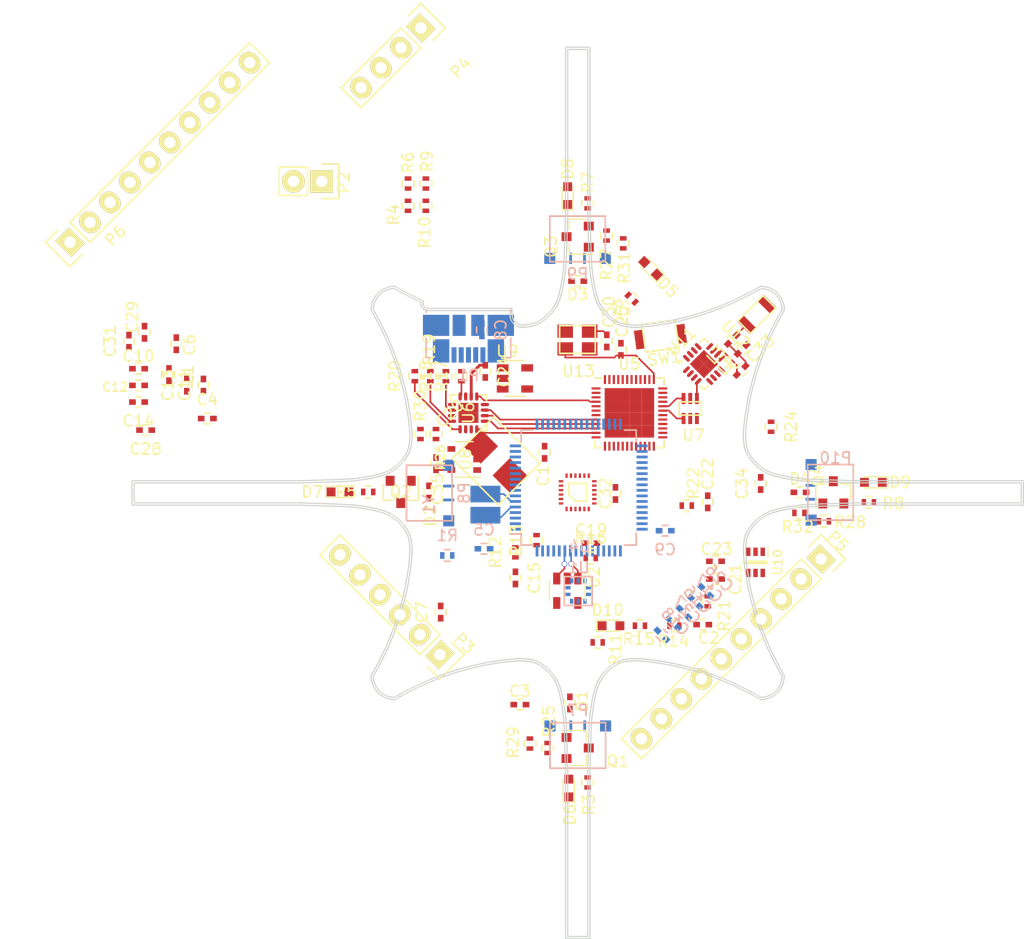
<source format=kicad_pcb>
(kicad_pcb (version 20171130) (host pcbnew 5.0-dev-unknown-9241a39~61~ubuntu16.04.1)
  (layers (0 F.Cu signal) (1 In1.Cu signal) (2 In2.Cu signal) (31 B.Cu signal) (34 B.Paste user) (35 F.Paste user) (36 B.SilkS user) (37 F.SilkS user) (38 B.Mask user) (39 F.Mask user) (44 Edge.Cuts user))
  (net 0 "")
  (net 1 GND)
  (net 2 /MOTOR1)
  (net 3 /MOTOR2)
  (net 4 /MOTOR3)
  (net 5 /MOTOR4)
  (net 6 VCC)
  (net 7 /STM_NRST)
  (net 8 "Net-(C8-Pad1)")
  (net 9 "Net-(C9-Pad1)")
  (net 10 VCCA)
  (net 11 /pm_radio/VUSB)
  (net 12 VCCNRF)
  (net 13 "Net-(C16-Pad2)")
  (net 14 /pm_radio/VBAT_SINK)
  (net 15 /pm_radio/VBAT)
  (net 16 "Net-(C21-Pad1)")
  (net 17 "Net-(C22-Pad1)")
  (net 18 "Net-(C23-Pad1)")
  (net 19 VCOM)
  (net 20 "Net-(C25-Pad1)")
  (net 21 "Net-(C29-Pad1)")
  (net 22 "Net-(C30-Pad1)")
  (net 23 "Net-(C33-Pad1)")
  (net 24 "Net-(C33-Pad2)")
  (net 25 +BATT)
  (net 26 "Net-(D5-Pad2)")
  (net 27 "Net-(D6-Pad1)")
  (net 28 "Net-(D7-Pad1)")
  (net 29 "Net-(D8-Pad1)")
  (net 30 "Net-(D9-Pad1)")
  (net 31 "Net-(D10-Pad2)")
  (net 32 "Net-(L3-Pad1)")
  (net 33 "Net-(P1-Pad2)")
  (net 34 /VUSB)
  (net 35 "Net-(P1-Pad4)")
  (net 36 "Net-(P1-Pad3)")
  (net 37 /STM_SWIO)
  (net 38 /STM_SWCLK)
  (net 39 /NRF_SWCLK)
  (net 40 /NRF_SWIO)
  (net 41 /E_RX1)
  (net 42 /E_TX1)
  (net 43 /E_SDA)
  (net 44 /E_SCL)
  (net 45 /E_CS3)
  (net 46 /E_CS2)
  (net 47 /E_CS1)
  (net 48 /E_CS0)
  (net 49 /E_TX2)
  (net 50 /E_RX2)
  (net 51 /E_SCK)
  (net 52 /E_MISO)
  (net 53 /E_MOSI)
  (net 54 "Net-(D1-Pad2)")
  (net 55 "Net-(D2-Pad2)")
  (net 56 "Net-(D3-Pad2)")
  (net 57 "Net-(D4-Pad2)")
  (net 58 /STM_BOOT0)
  (net 59 /LED_BLUE_L)
  (net 60 /LED_RED_L)
  (net 61 /IMU_SDA)
  (net 62 /LED_GREEN_L)
  (net 63 /IMU_SCL)
  (net 64 /LED_RED_R)
  (net 65 /LED_GREEN_R)
  (net 66 /pm_radio/VEN_D)
  (net 67 /pm_radio/LED_BLUE)
  (net 68 /pm_radio/OW_PU)
  (net 69 /pm_radio/E_OW/WKUP)
  (net 70 "Net-(R17-Pad1)")
  (net 71 "Net-(R18-Pad1)")
  (net 72 /pm_radio/PM_ISET)
  (net 73 "Net-(R20-Pad1)")
  (net 74 "Net-(R21-Pad2)")
  (net 75 /pm_radio/STM_SWIO)
  (net 76 "Net-(R22-Pad2)")
  (net 77 "Net-(R24-Pad1)")
  (net 78 /pm_radio/SWITCH)
  (net 79 /MPU_FSYNC)
  (net 80 "Net-(U1-Pad5)")
  (net 81 "Net-(U1-Pad6)")
  (net 82 "Net-(U3-Pad7)")
  (net 83 "Net-(U3-Pad21)")
  (net 84 /pm_radio/PM_CHG)
  (net 85 /pm_radio/PM_PGOOD)
  (net 86 /pm_radio/PM_EN1)
  (net 87 /pm_radio/PM_EN2)
  (net 88 /pm_radio/PM_CHG_EN)
  (net 89 "Net-(U11-Pad4)")
  (net 90 "Net-(Q1-Pad2)")
  (net 91 "Net-(Q2-Pad2)")
  (net 92 "Net-(Q3-Pad2)")
  (net 93 "Net-(Q4-Pad2)")
  (net 94 GDN)
  (net 95 /STM_STO)
  (net 96 /E_NRF_IO2)
  (net 97 /E_NRF_IO1)
  (net 98 /E_OW/WKUP)
  (net 99 /V_COM_EXP)
  (net 100 /pm_radio/PA_RX_EN)
  (net 101 /MPU_INT)
  (net 102 "Net-(U1-Pad4)")
  (net 103 "Net-(U1-Pad14)")
  (net 104 /NRF_FLOW_CTRL)
  (net 105 "Net-(U1-Pad24)")
  (net 106 "Net-(U1-Pad25)")
  (net 107 "Net-(U1-Pad26)")
  (net 108 "Net-(U1-Pad27)")
  (net 109 "Net-(U1-Pad29)")
  (net 110 "Net-(U1-Pad33)")
  (net 111 "Net-(U1-Pad35)")
  (net 112 /NRF_RX)
  (net 113 /NRF_TX)
  (net 114 "Net-(U1-Pad39)")
  (net 115 "Net-(U1-Pad42)")
  (net 116 /STM_SW0)
  (net 117 "Net-(U3-Pad2)")
  (net 118 "Net-(U3-Pad3)")
  (net 119 "Net-(U3-Pad4)")
  (net 120 "Net-(U3-Pad5)")
  (net 121 "Net-(U3-Pad6)")
  (net 122 "Net-(U3-Pad12)")
  (net 123 "Net-(U3-Pad14)")
  (net 124 "Net-(U3-Pad15)")
  (net 125 "Net-(U3-Pad16)")
  (net 126 "Net-(U3-Pad17)")
  (net 127 "Net-(U3-Pad19)")
  (net 128 "Net-(U4-Pad7)")
  (net 129 "Net-(U5-Pad2)")
  (net 130 /pm_radio/NRF_RX)
  (net 131 /pm_radio/E_NRF_IO2)
  (net 132 /pm_radio/E_NRF_IO1)
  (net 133 /pm_radio/NRF_FLOW_CTRL)
  (net 134 "Net-(U5-Pad21)")
  (net 135 "Net-(U5-Pad22)")
  (net 136 /pm_radio/NRF_SWIO)
  (net 137 /pm_radio/NRF_SWCLK)
  (net 138 "Net-(U5-Pad26)")
  (net 139 /pm_radio/PA_TX_DIS)
  (net 140 /pm_radio/STM_NRST)
  (net 141 /pm_radio/STM_BOOT0)
  (net 142 "Net-(U5-Pad42)")
  (net 143 "Net-(U5-Pad45)")
  (net 144 "Net-(U5-Pad46)")
  (net 145 /pm_radio/STM_SWCLK)
  (net 146 /pm_radio/NRF_TX)
  (net 147 "Net-(U6-Pad11)")
  (net 148 "Net-(U8-Pad4)")
  (net 149 /pm_radio/VCOM_EXP)
  (net 150 "Net-(U11-Pad6)")
  (net 151 "Net-(U11-Pad13)")
  (net 152 "Net-(U7-Pad6)")
  (net 153 /pm_radio/ANT+)
  (net 154 /pm_radio/ANT-)
  (module Capacitors_SMD:C_0402 (layer F.Cu) (at 127.254 82.423 90)
    (fp_text reference C35 (at -2.286 0.127 90) (layer F.SilkS))
    (fp_text value 1u)
    (pad 1 smd rect (at -0.55 0 90) (size 0.6 0.5) (layers F.Cu F.Paste F.Mask) (net 12 VCCNRF))
    (pad 2 smd rect (at 0.55 0 90) (size 0.6 0.5) (layers F.Cu F.Paste F.Mask) (net 1 GND))
  )
  (module Resistors_SMD:R_0402 (layer F.Cu) (at 128.143 74.549 90)
    (fp_text reference R18 (at 0 -1.8 90) (layer F.SilkS))
    (fp_text value 10k)
    (pad 1 smd rect (at -0.45 0 90) (size 0.4 0.6) (layers F.Cu F.Paste F.Mask) (net 71 "Net-(R18-Pad1)"))
    (pad 2 smd rect (at 0.45 0 90) (size 0.4 0.6) (layers F.Cu F.Paste F.Mask) (net 1 GND))
  )
  (module Socket_Strips:Socket_Strip_Straight_1x06 (layer F.Cu) (at 127.6 99.6 135)
    (fp_text reference P3 (at -0.848528 2.262742 135) (layer F.SilkS))
    (fp_text value CONN_01X06)
    (pad 1 thru_hole rect (at 0 0 135) (size 1.7272 2.032) (drill 1.016) (layers *.Cu *.Mask F.SilkS) (net 95 /STM_STO))
    (pad 2 thru_hole oval (at 2.54 0 135) (size 1.7272 2.032) (drill 1.016) (layers *.Cu *.Mask F.SilkS) (net 7 /STM_NRST))
    (pad 3 thru_hole oval (at 5.079999 0 135) (size 1.7272 2.032) (drill 1.016) (layers *.Cu *.Mask F.SilkS) (net 37 /STM_SWIO))
    (pad 4 thru_hole oval (at 7.62 0 135) (size 1.7272 2.032) (drill 1.016) (layers *.Cu *.Mask F.SilkS) (net 1 GND))
    (pad 5 thru_hole oval (at 10.16 0 135) (size 1.7272 2.032) (drill 1.016) (layers *.Cu *.Mask F.SilkS) (net 38 /STM_SWCLK))
    (pad 6 thru_hole oval (at 12.7 0 135) (size 1.7272 2.032) (drill 1.016) (layers *.Cu *.Mask F.SilkS) (net 6 VCC))
  )
  (module Capacitors_SMD:C_0402 (layer F.Cu) (at 137.025 81.4 270)
    (fp_text reference C1 (at 2.1 0.125 270) (layer F.SilkS))
    (fp_text value 100n)
    (pad 1 smd rect (at -0.55 0 270) (size 0.6 0.5) (layers F.Cu F.Paste F.Mask) (net 6 VCC))
    (pad 2 smd rect (at 0.55 0 270) (size 0.6 0.5) (layers F.Cu F.Paste F.Mask) (net 1 GND))
  )
  (module Capacitors_SMD:C_0402 (layer F.Cu) (at 151.25 96.9)
    (fp_text reference C2 (at 0.55 1.2) (layer F.SilkS))
    (fp_text value 100n)
    (pad 1 smd rect (at -0.55 0) (size 0.6 0.5) (layers F.Cu F.Paste F.Mask) (net 6 VCC))
    (pad 2 smd rect (at 0.55 0) (size 0.6 0.5) (layers F.Cu F.Paste F.Mask) (net 1 GND))
  )
  (module Capacitors_SMD:C_0402 (layer F.Cu) (at 134.8 104.1)
    (fp_text reference C3 (at 0 -1.2) (layer F.SilkS))
    (fp_text value 100n)
    (pad 1 smd rect (at -0.55 0) (size 0.6 0.5) (layers F.Cu F.Paste F.Mask) (net 6 VCC))
    (pad 2 smd rect (at 0.55 0) (size 0.6 0.5) (layers F.Cu F.Paste F.Mask) (net 1 GND))
  )
  (module Capacitors_SMD:C_0402 (layer F.Cu) (at 106.68 78.359)
    (fp_text reference C4 (at 0 -1.7) (layer F.SilkS))
    (fp_text value 100n)
    (pad 1 smd rect (at -0.55 0) (size 0.6 0.5) (layers F.Cu F.Paste F.Mask) (net 6 VCC))
    (pad 2 smd rect (at 0.55 0) (size 0.6 0.5) (layers F.Cu F.Paste F.Mask) (net 1 GND))
  )
  (module Capacitors_SMD:C_0402 (layer B.Cu) (at 131.572 90.075 180)
    (fp_text reference C5 (at 0 1.7 180) (layer B.SilkS) (effects (justify mirror)))
    (fp_text value 10n)
    (pad 1 smd rect (at -0.55 0 180) (size 0.6 0.5) (layers B.Cu B.Paste B.Mask) (net 6 VCC))
    (pad 2 smd rect (at 0.55 0 180) (size 0.6 0.5) (layers B.Cu B.Paste B.Mask) (net 1 GND))
  )
  (module Capacitors_SMD:C_0402 (layer F.Cu) (at 103.886 71.628 90)
    (fp_text reference C6 (at -0.1 1.2 90) (layer F.SilkS))
    (fp_text value 1u)
    (pad 1 smd rect (at -0.55 0 90) (size 0.6 0.5) (layers F.Cu F.Paste F.Mask) (net 6 VCC))
    (pad 2 smd rect (at 0.55 0 90) (size 0.6 0.5) (layers F.Cu F.Paste F.Mask) (net 1 GND))
  )
  (module Capacitors_SMD:C_0402 (layer F.Cu) (at 127.675 95.775 90)
    (fp_text reference C7 (at 0 -1.7 90) (layer F.SilkS))
    (fp_text value 100n)
    (pad 1 smd rect (at -0.55 0 90) (size 0.6 0.5) (layers F.Cu F.Paste F.Mask) (net 7 /STM_NRST))
    (pad 2 smd rect (at 0.55 0 90) (size 0.6 0.5) (layers F.Cu F.Paste F.Mask) (net 1 GND))
  )
  (module Capacitors_SMD:C_0402 (layer B.Cu) (at 131.387 70.3809 90)
    (fp_text reference C8 (at 0 1.7 90) (layer B.SilkS) (effects (justify mirror)))
    (fp_text value 4.7u)
    (pad 1 smd rect (at -0.55 0 90) (size 0.6 0.5) (layers B.Cu B.Paste B.Mask) (net 8 "Net-(C8-Pad1)"))
    (pad 2 smd rect (at 0.55 0 90) (size 0.6 0.5) (layers B.Cu B.Paste B.Mask) (net 1 GND))
  )
  (module Capacitors_SMD:C_0402 (layer B.Cu) (at 147.875 88.45)
    (fp_text reference C9 (at 0 1.7) (layer B.SilkS) (effects (justify mirror)))
    (fp_text value 4.7u)
    (pad 1 smd rect (at -0.55 0) (size 0.6 0.5) (layers B.Cu B.Paste B.Mask) (net 9 "Net-(C9-Pad1)"))
    (pad 2 smd rect (at 0.55 0) (size 0.6 0.5) (layers B.Cu B.Paste B.Mask) (net 1 GND))
  )
  (module Capacitors_SMD:C_0402 (layer F.Cu) (at 100.495 73.8779 180)
    (fp_text reference C10 (at 0 1.15 180) (layer F.SilkS))
    (fp_text value 100n)
    (pad 1 smd rect (at -0.55 0 180) (size 0.6 0.5) (layers F.Cu F.Paste F.Mask) (net 10 VCCA))
    (pad 2 smd rect (at 0.55 0 180) (size 0.6 0.5) (layers F.Cu F.Paste F.Mask) (net 1 GND))
  )
  (module Capacitors_SMD:C_0402 (layer F.Cu) (at 106.33 75.352 90)
    (fp_text reference C11 (at 0 -1.7 90) (layer F.SilkS))
    (fp_text value 4.7u)
    (pad 1 smd rect (at -0.55 0 90) (size 0.6 0.5) (layers F.Cu F.Paste F.Mask) (net 10 VCCA))
    (pad 2 smd rect (at 0.55 0 90) (size 0.6 0.5) (layers F.Cu F.Paste F.Mask) (net 1 GND))
  )
  (module Capacitors_SMD:C_0402 (layer F.Cu) (at 100.495 75.3779 180)
    (fp_text reference C12 (at 2.1 -0.15 180) (layer F.SilkS) (effects (font (size 0.8 0.8))))
    (fp_text value 10n)
    (pad 1 smd rect (at -0.55 0 180) (size 0.6 0.5) (layers F.Cu F.Paste F.Mask) (net 10 VCCA))
    (pad 2 smd rect (at 0.55 0 180) (size 0.6 0.5) (layers F.Cu F.Paste F.Mask) (net 1 GND))
  )
  (module Capacitors_SMD:C_0402 (layer F.Cu) (at 104.83 75.352 90)
    (fp_text reference C13 (at 0 -1.7 90) (layer F.SilkS))
    (fp_text value 100n)
    (pad 1 smd rect (at -0.55 0 90) (size 0.6 0.5) (layers F.Cu F.Paste F.Mask) (net 10 VCCA))
    (pad 2 smd rect (at 0.55 0 90) (size 0.6 0.5) (layers F.Cu F.Paste F.Mask) (net 1 GND))
  )
  (module Capacitors_SMD:C_0402 (layer F.Cu) (at 100.495 76.8779 180)
    (fp_text reference C14 (at 0 -1.7 180) (layer F.SilkS))
    (fp_text value 100n)
    (pad 1 smd rect (at -0.55 0 180) (size 0.6 0.5) (layers F.Cu F.Paste F.Mask) (net 10 VCCA))
    (pad 2 smd rect (at 0.55 0 180) (size 0.6 0.5) (layers F.Cu F.Paste F.Mask) (net 1 GND))
  )
  (module Capacitors_SMD:C_0402 (layer F.Cu) (at 134.4 92.7 270)
    (fp_text reference C15 (at 0 -1.7 270) (layer F.SilkS))
    (fp_text value 4.7u)
    (pad 1 smd rect (at -0.55 0 270) (size 0.6 0.5) (layers F.Cu F.Paste F.Mask) (net 11 /pm_radio/VUSB))
    (pad 2 smd rect (at 0.55 0 270) (size 0.6 0.5) (layers F.Cu F.Paste F.Mask) (net 1 GND))
  )
  (module Capacitors_SMD:C_0402 (layer B.Cu) (at 149.575 95.85 135)
    (fp_text reference C16 (at 0 1.7 135) (layer B.SilkS) (effects (justify mirror)))
    (fp_text value 100n)
    (pad 1 smd rect (at -0.55 0 135) (size 0.6 0.5) (layers B.Cu B.Paste B.Mask) (net 12 VCCNRF))
    (pad 2 smd rect (at 0.55 0 135) (size 0.6 0.5) (layers B.Cu B.Paste B.Mask) (net 13 "Net-(C16-Pad2)"))
  )
  (module Capacitors_SMD:C_0402 (layer B.Cu) (at 150.575 94.875 135)
    (fp_text reference C17 (at 0 1.7 135) (layer B.SilkS) (effects (justify mirror)))
    (fp_text value 100n)
    (pad 1 smd rect (at -0.55 0 135) (size 0.6 0.5) (layers B.Cu B.Paste B.Mask) (net 12 VCCNRF))
    (pad 2 smd rect (at 0.55 0 135) (size 0.6 0.5) (layers B.Cu B.Paste B.Mask) (net 13 "Net-(C16-Pad2)"))
  )
  (module Capacitors_SMD:C_0402 (layer B.Cu) (at 147.575 97.825 135)
    (fp_text reference C18 (at 0 1.7 135) (layer B.SilkS) (effects (justify mirror)))
    (fp_text value 100n)
    (pad 1 smd rect (at -0.55 0 135) (size 0.6 0.5) (layers B.Cu B.Paste B.Mask) (net 12 VCCNRF))
    (pad 2 smd rect (at 0.55 0 135) (size 0.6 0.5) (layers B.Cu B.Paste B.Mask) (net 13 "Net-(C16-Pad2)"))
  )
  (module Capacitors_SMD:C_0402 (layer F.Cu) (at 141.175 89.575)
    (fp_text reference C19 (at 0.025 -1.175) (layer F.SilkS))
    (fp_text value 100n)
    (pad 1 smd rect (at -0.55 0) (size 0.6 0.5) (layers F.Cu F.Paste F.Mask) (net 14 /pm_radio/VBAT_SINK))
    (pad 2 smd rect (at 0.55 0) (size 0.6 0.5) (layers F.Cu F.Paste F.Mask) (net 15 /pm_radio/VBAT))
  )
  (module Capacitors_SMD:C_0402 (layer F.Cu) (at 152.4 92.8)
    (fp_text reference C21 (at 1.8 0 90) (layer F.SilkS))
    (fp_text value 47n)
    (pad 1 smd rect (at -0.55 0) (size 0.6 0.5) (layers F.Cu F.Paste F.Mask) (net 16 "Net-(C21-Pad1)"))
    (pad 2 smd rect (at 0.55 0) (size 0.6 0.5) (layers F.Cu F.Paste F.Mask) (net 1 GND))
  )
  (module Capacitors_SMD:C_0402 (layer F.Cu) (at 151.7015 85.852 90)
    (fp_text reference C22 (at 2.5 0 90) (layer F.SilkS))
    (fp_text value 100n)
    (pad 1 smd rect (at -0.55 0 90) (size 0.6 0.5) (layers F.Cu F.Paste F.Mask) (net 17 "Net-(C22-Pad1)"))
    (pad 2 smd rect (at 0.55 0 90) (size 0.6 0.5) (layers F.Cu F.Paste F.Mask) (net 1 GND))
  )
  (module Capacitors_SMD:C_0402 (layer F.Cu) (at 152.4 91.2)
    (fp_text reference C23 (at 0.1 -1.1) (layer F.SilkS))
    (fp_text value 2.2n)
    (pad 1 smd rect (at -0.55 0) (size 0.6 0.5) (layers F.Cu F.Paste F.Mask) (net 18 "Net-(C23-Pad1)"))
    (pad 2 smd rect (at 0.55 0) (size 0.6 0.5) (layers F.Cu F.Paste F.Mask) (net 1 GND))
  )
  (module Capacitors_SMD:C_0402 (layer F.Cu) (at 131.68638 74.116528 270)
    (fp_text reference C24 (at 0 -1.7 270) (layer F.SilkS))
    (fp_text value 1u)
    (pad 1 smd rect (at -0.55 0 270) (size 0.6 0.5) (layers F.Cu F.Paste F.Mask) (net 19 VCOM))
    (pad 2 smd rect (at 0.55 0 270) (size 0.6 0.5) (layers F.Cu F.Paste F.Mask) (net 1 GND))
  )
  (module Capacitors_SMD:C_0402 (layer F.Cu) (at 143.891 72.136 90)
    (fp_text reference C25 (at 2.5 0.1 90) (layer F.SilkS))
    (fp_text value 12p)
    (pad 1 smd rect (at -0.55 0 90) (size 0.6 0.5) (layers F.Cu F.Paste F.Mask) (net 20 "Net-(C25-Pad1)"))
    (pad 2 smd rect (at 0.55 0 90) (size 0.6 0.5) (layers F.Cu F.Paste F.Mask) (net 1 GND))
  )
  (module Capacitors_SMD:C_0402 (layer B.Cu) (at 151.525 93.9 135)
    (fp_text reference C26 (at 0 1.7 135) (layer B.SilkS) (effects (justify mirror)))
    (fp_text value 4.7u)
    (pad 1 smd rect (at -0.55 0 135) (size 0.6 0.5) (layers B.Cu B.Paste B.Mask) (net 12 VCCNRF))
    (pad 2 smd rect (at 0.55 0 135) (size 0.6 0.5) (layers B.Cu B.Paste B.Mask) (net 1 GND))
  )
  (module Capacitors_SMD:C_0402 (layer B.Cu) (at 148.6 96.8 135)
    (fp_text reference C27 (at 0 1.7 135) (layer B.SilkS) (effects (justify mirror)))
    (fp_text value 10n)
    (pad 1 smd rect (at -0.55 0 135) (size 0.6 0.5) (layers B.Cu B.Paste B.Mask) (net 12 VCCNRF))
    (pad 2 smd rect (at 0.55 0 135) (size 0.6 0.5) (layers B.Cu B.Paste B.Mask) (net 1 GND))
  )
  (module Capacitors_SMD:C_0402 (layer F.Cu) (at 101.13 79.402 180)
    (fp_text reference C28 (at 0 -1.7 180) (layer F.SilkS))
    (fp_text value 220p)
    (pad 1 smd rect (at -0.55 0 180) (size 0.6 0.5) (layers F.Cu F.Paste F.Mask) (net 12 VCCNRF))
    (pad 2 smd rect (at 0.55 0 180) (size 0.6 0.5) (layers F.Cu F.Paste F.Mask) (net 1 GND))
  )
  (module Capacitors_SMD:C_0402 (layer F.Cu) (at 101.03 70.602 90)
    (fp_text reference C29 (at 1.387 -1.081 90) (layer F.SilkS))
    (fp_text value 10n)
    (pad 1 smd rect (at -0.55 0 90) (size 0.6 0.5) (layers F.Cu F.Paste F.Mask) (net 21 "Net-(C29-Pad1)"))
    (pad 2 smd rect (at 0.55 0 90) (size 0.6 0.5) (layers F.Cu F.Paste F.Mask) (net 1 GND))
  )
  (module Capacitors_SMD:C_0402 (layer F.Cu) (at 142.621 71.374 270)
    (fp_text reference C30 (at -2.6 -0.2 270) (layer F.SilkS))
    (fp_text value 12p)
    (pad 1 smd rect (at -0.55 0 270) (size 0.6 0.5) (layers F.Cu F.Paste F.Mask) (net 22 "Net-(C30-Pad1)"))
    (pad 2 smd rect (at 0.55 0 270) (size 0.6 0.5) (layers F.Cu F.Paste F.Mask) (net 1 GND))
  )
  (module Capacitors_SMD:C_0402 (layer F.Cu) (at 99.63 71.402 90)
    (fp_text reference C31 (at 0 -1.7 90) (layer F.SilkS))
    (fp_text value 4.7u)
    (pad 1 smd rect (at -0.55 0 90) (size 0.6 0.5) (layers F.Cu F.Paste F.Mask) (net 6 VCC))
    (pad 2 smd rect (at 0.55 0 90) (size 0.6 0.5) (layers F.Cu F.Paste F.Mask) (net 1 GND))
  )
  (module Capacitors_SMD:C_0402 (layer F.Cu) (at 143.4 85.1 90)
    (fp_text reference C32 (at 0 -0.9 90) (layer F.SilkS))
    (fp_text value 4.7u)
    (pad 1 smd rect (at -0.55 0 90) (size 0.6 0.5) (layers F.Cu F.Paste F.Mask) (net 10 VCCA))
    (pad 2 smd rect (at 0.55 0 90) (size 0.6 0.5) (layers F.Cu F.Paste F.Mask) (net 1 GND))
  )
  (module Capacitors_SMD:C_0402 (layer F.Cu) (at 154.706609 74.033091 225)
    (fp_text reference C33 (at -2.6 0.15 225) (layer F.SilkS))
    (fp_text value 2.2p)
    (pad 1 smd rect (at -0.55 0 225) (size 0.6 0.5) (layers F.Cu F.Paste F.Mask) (net 23 "Net-(C33-Pad1)"))
    (pad 2 smd rect (at 0.55 0 225) (size 0.6 0.5) (layers F.Cu F.Paste F.Mask) (net 24 "Net-(C33-Pad2)"))
  )
  (module Capacitors_SMD:C_0402 (layer F.Cu) (at 156.464 84.201 90)
    (fp_text reference C34 (at 0 -1.7 90) (layer F.SilkS))
    (fp_text value 4.7u)
    (pad 1 smd rect (at -0.55 0 90) (size 0.6 0.5) (layers F.Cu F.Paste F.Mask) (net 19 VCOM))
    (pad 2 smd rect (at 0.55 0 90) (size 0.6 0.5) (layers F.Cu F.Paste F.Mask) (net 1 GND))
  )
  (module LEDs:LED_0603 (layer F.Cu) (at 146.558 64.8462 135)
    (fp_text reference D5 (at -2.315775 -0.123744 135) (layer F.SilkS))
    (fp_text value LED)
    (pad 2 smd rect (at 0.799999 0 315) (size 0.8 0.8) (layers F.Cu F.Paste F.Mask) (net 26 "Net-(D5-Pad2)"))
    (pad 1 smd rect (at -0.799999 0 315) (size 0.8 0.8) (layers F.Cu F.Paste F.Mask) (net 94 GDN))
  )
  (module LEDs:LED_0603 (layer F.Cu) (at 139.2 111.6 90)
    (fp_text reference D6 (at -2.4 0.1 90) (layer F.SilkS))
    (fp_text value LED)
    (pad 2 smd rect (at 0.8 0 270) (size 0.8 0.8) (layers F.Cu F.Paste F.Mask) (net 6 VCC))
    (pad 1 smd rect (at -0.8 0 270) (size 0.8 0.8) (layers F.Cu F.Paste F.Mask) (net 27 "Net-(D6-Pad1)"))
  )
  (module LEDs:LED_0603 (layer F.Cu) (at 118.618 84.963)
    (fp_text reference D7 (at -2.5 0) (layer F.SilkS))
    (fp_text value LED)
    (pad 2 smd rect (at 0.8 0 180) (size 0.8 0.8) (layers F.Cu F.Paste F.Mask) (net 6 VCC))
    (pad 1 smd rect (at -0.8 0 180) (size 0.8 0.8) (layers F.Cu F.Paste F.Mask) (net 28 "Net-(D7-Pad1)"))
  )
  (module LEDs:LED_0603 (layer F.Cu) (at 139.1 58.3 90)
    (fp_text reference D8 (at 2.4 0 90) (layer F.SilkS))
    (fp_text value LED)
    (pad 2 smd rect (at 0.8 0 270) (size 0.8 0.8) (layers F.Cu F.Paste F.Mask) (net 6 VCC))
    (pad 1 smd rect (at -0.8 0 270) (size 0.8 0.8) (layers F.Cu F.Paste F.Mask) (net 29 "Net-(D8-Pad1)"))
  )
  (module LEDs:LED_0603 (layer F.Cu) (at 166.6 84.1 180)
    (fp_text reference D9 (at -2.4 0 180) (layer F.SilkS))
    (fp_text value LED)
    (pad 2 smd rect (at 0.8 0) (size 0.8 0.8) (layers F.Cu F.Paste F.Mask) (net 6 VCC))
    (pad 1 smd rect (at -0.8 0) (size 0.8 0.8) (layers F.Cu F.Paste F.Mask) (net 30 "Net-(D9-Pad1)"))
  )
  (module LEDs:LED_0603 (layer F.Cu) (at 143 97)
    (fp_text reference D10 (at -0.3 -1.4) (layer F.SilkS))
    (fp_text value LED)
    (pad 2 smd rect (at 0.8 0 180) (size 0.8 0.8) (layers F.Cu F.Paste F.Mask) (net 31 "Net-(D10-Pad2)"))
    (pad 1 smd rect (at -0.8 0 180) (size 0.8 0.8) (layers F.Cu F.Paste F.Mask) (net 1 GND))
  )
  (module Socket_Strips:Socket_Strip_Straight_1x02 (layer F.Cu) (at 116.967 57.023 180)
    (fp_text reference P2 (at -2 -0.1 270) (layer F.SilkS))
    (fp_text value CONN_BAT)
    (pad 1 thru_hole rect (at 0 0 180) (size 2.032 2.032) (drill 1.016) (layers *.Cu *.Mask F.SilkS) (net 25 +BATT))
    (pad 2 thru_hole oval (at 2.54 0 180) (size 2.032 2.032) (drill 1.016) (layers *.Cu *.Mask F.SilkS) (net 1 GND))
  )
  (module Socket_Strips:Socket_Strip_Straight_1x04 (layer F.Cu) (at 125.8951 43.2054 225)
    (fp_text reference P4 (at 0 -5.1 225) (layer F.SilkS))
    (fp_text value CONN_01X04)
    (pad 1 thru_hole rect (at 0 0 225) (size 1.7272 2.032) (drill 1.016) (layers *.Cu *.Mask F.SilkS) (net 39 /NRF_SWCLK))
    (pad 2 thru_hole oval (at 2.54 0 225) (size 1.7272 2.032) (drill 1.016) (layers *.Cu *.Mask F.SilkS) (net 12 VCCNRF))
    (pad 3 thru_hole oval (at 5.079999 0 225) (size 1.7272 2.032) (drill 1.016) (layers *.Cu *.Mask F.SilkS) (net 1 GND))
    (pad 4 thru_hole oval (at 7.62 0 225) (size 1.7272 2.032) (drill 1.016) (layers *.Cu *.Mask F.SilkS) (net 40 /NRF_SWIO))
  )
  (module Socket_Strips:Socket_Strip_Straight_1x10 (layer F.Cu) (at 161.9 91 225)
    (fp_text reference P5 (at -2.192031 0.070711 315) (layer F.SilkS))
    (fp_text value CONN_01X10)
    (pad 1 thru_hole rect (at 0 0 225) (size 1.7272 2.032) (drill 1.016) (layers *.Cu *.Mask F.SilkS) (net 6 VCC))
    (pad 2 thru_hole oval (at 2.54 0 225) (size 1.7272 2.032) (drill 1.016) (layers *.Cu *.Mask F.SilkS) (net 41 /E_RX1))
    (pad 3 thru_hole oval (at 5.079999 0 225) (size 1.7272 2.032) (drill 1.016) (layers *.Cu *.Mask F.SilkS) (net 42 /E_TX1))
    (pad 4 thru_hole oval (at 7.62 0 225) (size 1.7272 2.032) (drill 1.016) (layers *.Cu *.Mask F.SilkS) (net 43 /E_SDA))
    (pad 5 thru_hole oval (at 10.16 0 225) (size 1.7272 2.032) (drill 1.016) (layers *.Cu *.Mask F.SilkS) (net 44 /E_SCL))
    (pad 6 thru_hole oval (at 12.7 0 225) (size 1.7272 2.032) (drill 1.016) (layers *.Cu *.Mask F.SilkS) (net 45 /E_CS3))
    (pad 7 thru_hole oval (at 15.24 0 225) (size 1.7272 2.032) (drill 1.016) (layers *.Cu *.Mask F.SilkS) (net 46 /E_CS2))
    (pad 8 thru_hole oval (at 17.780001 0 225) (size 1.7272 2.032) (drill 1.016) (layers *.Cu *.Mask F.SilkS) (net 47 /E_CS1))
    (pad 9 thru_hole oval (at 20.32 0 225) (size 1.7272 2.032) (drill 1.016) (layers *.Cu *.Mask F.SilkS) (net 48 /E_CS0))
    (pad 10 thru_hole oval (at 22.86 0 225) (size 1.7272 2.032) (drill 1.016) (layers *.Cu *.Mask F.SilkS) (net 1 GND))
  )
  (module Socket_Strips:Socket_Strip_Straight_1x10 (layer F.Cu) (at 94.326895 62.505405 45)
    (fp_text reference P6 (at 3.323402 2.474874 45) (layer F.SilkS))
    (fp_text value CONN_01X10)
    (pad 1 thru_hole rect (at 0 0 45) (size 1.7272 2.032) (drill 1.016) (layers *.Cu *.Mask F.SilkS) (net 49 /E_TX2))
    (pad 2 thru_hole oval (at 2.54 0 45) (size 1.7272 2.032) (drill 1.016) (layers *.Cu *.Mask F.SilkS) (net 50 /E_RX2))
    (pad 3 thru_hole oval (at 5.079999 0 45) (size 1.7272 2.032) (drill 1.016) (layers *.Cu *.Mask F.SilkS) (net 51 /E_SCK))
    (pad 4 thru_hole oval (at 7.62 0 45) (size 1.7272 2.032) (drill 1.016) (layers *.Cu *.Mask F.SilkS) (net 52 /E_MISO))
    (pad 5 thru_hole oval (at 10.16 0 45) (size 1.7272 2.032) (drill 1.016) (layers *.Cu *.Mask F.SilkS) (net 53 /E_MOSI))
    (pad 6 thru_hole oval (at 12.7 0 45) (size 1.7272 2.032) (drill 1.016) (layers *.Cu *.Mask F.SilkS) (net 96 /E_NRF_IO2))
    (pad 7 thru_hole oval (at 15.24 0 45) (size 1.7272 2.032) (drill 1.016) (layers *.Cu *.Mask F.SilkS) (net 97 /E_NRF_IO1))
    (pad 8 thru_hole oval (at 17.780001 0 45) (size 1.7272 2.032) (drill 1.016) (layers *.Cu *.Mask F.SilkS) (net 98 /E_OW/WKUP))
    (pad 9 thru_hole oval (at 20.32 0 45) (size 1.7272 2.032) (drill 1.016) (layers *.Cu *.Mask F.SilkS) (net 99 /V_COM_EXP))
    (pad 10 thru_hole oval (at 22.86 0 45) (size 1.7272 2.032) (drill 1.016) (layers *.Cu *.Mask F.SilkS) (net 34 /VUSB))
  )
  (module TO_SOT_Packages_SMD:SOT-23 (layer F.Cu) (at 140 108)
    (fp_text reference Q1 (at 3.6 1.2) (layer F.SilkS))
    (fp_text value PMV30UN2)
    (pad 1 smd rect (at -1 -0.95) (size 0.9 0.8) (layers F.Cu F.Paste F.Mask) (net 1 GND))
    (pad 2 smd rect (at -1 0.95) (size 0.9 0.8) (layers F.Cu F.Paste F.Mask) (net 90 "Net-(Q1-Pad2)"))
    (pad 3 smd rect (at 1 0) (size 0.9 0.8) (layers F.Cu F.Paste F.Mask) (net 54 "Net-(D1-Pad2)"))
  )
  (module TO_SOT_Packages_SMD:SOT-23 (layer F.Cu) (at 124.079 84.963 270)
    (fp_text reference Q2 (at 0 0) (layer F.SilkS))
    (fp_text value PMV30UN2)
    (pad 1 smd rect (at -1 -0.95 270) (size 0.9 0.8) (layers F.Cu F.Paste F.Mask) (net 1 GND))
    (pad 2 smd rect (at -1 0.95 270) (size 0.9 0.8) (layers F.Cu F.Paste F.Mask) (net 91 "Net-(Q2-Pad2)"))
    (pad 3 smd rect (at 1 0 270) (size 0.9 0.8) (layers F.Cu F.Paste F.Mask) (net 55 "Net-(D2-Pad2)"))
  )
  (module TO_SOT_Packages_SMD:SOT-23 (layer F.Cu) (at 140 62 180)
    (fp_text reference Q3 (at 2.4 -0.9 270) (layer F.SilkS))
    (fp_text value PMV30UN2)
    (pad 1 smd rect (at -1 -0.95 180) (size 0.9 0.8) (layers F.Cu F.Paste F.Mask) (net 1 GND))
    (pad 2 smd rect (at -1 0.95 180) (size 0.9 0.8) (layers F.Cu F.Paste F.Mask) (net 92 "Net-(Q3-Pad2)"))
    (pad 3 smd rect (at 1 0 180) (size 0.9 0.8) (layers F.Cu F.Paste F.Mask) (net 56 "Net-(D3-Pad2)"))
  )
  (module TO_SOT_Packages_SMD:SOT-23 (layer F.Cu) (at 163 85 90)
    (fp_text reference Q4 (at 1.5 -1.4 90) (layer F.SilkS))
    (fp_text value PMV30UN2)
    (pad 1 smd rect (at -1 -0.95 90) (size 0.9 0.8) (layers F.Cu F.Paste F.Mask) (net 1 GND))
    (pad 2 smd rect (at -1 0.95 90) (size 0.9 0.8) (layers F.Cu F.Paste F.Mask) (net 93 "Net-(Q4-Pad2)"))
    (pad 3 smd rect (at 1 0 90) (size 0.9 0.8) (layers F.Cu F.Paste F.Mask) (net 57 "Net-(D4-Pad2)"))
  )
  (module Resistors_SMD:R_0402 (layer B.Cu) (at 128.27 90.678 180)
    (fp_text reference R1 (at 0 1.8 180) (layer B.SilkS) (effects (justify mirror)))
    (fp_text value 10k)
    (pad 1 smd rect (at -0.45 0 180) (size 0.4 0.6) (layers B.Cu B.Paste B.Mask) (net 58 /STM_BOOT0))
    (pad 2 smd rect (at 0.45 0 180) (size 0.4 0.6) (layers B.Cu B.Paste B.Mask) (net 1 GND))
  )
  (module Resistors_SMD:R_0402 (layer F.Cu) (at 144.855502 67.576002 135)
    (fp_text reference R2 (at 0.017678 -1.396536 135) (layer F.SilkS))
    (fp_text value 47)
    (pad 1 smd rect (at -0.45 0 135) (size 0.4 0.6) (layers F.Cu F.Paste F.Mask) (net 59 /LED_BLUE_L))
    (pad 2 smd rect (at 0.45 0 135) (size 0.4 0.6) (layers F.Cu F.Paste F.Mask) (net 26 "Net-(D5-Pad2)"))
  )
  (module Resistors_SMD:R_0402 (layer F.Cu) (at 140.9 111.1 270)
    (fp_text reference R3 (at 2 -0.1 270) (layer F.SilkS))
    (fp_text value 100)
    (pad 1 smd rect (at -0.45 0 270) (size 0.4 0.6) (layers F.Cu F.Paste F.Mask) (net 60 /LED_RED_L))
    (pad 2 smd rect (at 0.45 0 270) (size 0.4 0.6) (layers F.Cu F.Paste F.Mask) (net 27 "Net-(D6-Pad1)"))
  )
  (module Resistors_SMD:R_0402 (layer F.Cu) (at 124.7384 59.2185 270)
    (fp_text reference R4 (at 0.8 1.3 270) (layer F.SilkS))
    (fp_text value 2.2k)
    (pad 1 smd rect (at -0.45 0 270) (size 0.4 0.6) (layers F.Cu F.Paste F.Mask) (net 6 VCC))
    (pad 2 smd rect (at 0.45 0 270) (size 0.4 0.6) (layers F.Cu F.Paste F.Mask) (net 61 /IMU_SDA))
  )
  (module Resistors_SMD:R_0402 (layer F.Cu) (at 121.158 84.963)
    (fp_text reference R5 (at -2 0) (layer F.SilkS))
    (fp_text value 47)
    (pad 1 smd rect (at -0.45 0) (size 0.4 0.6) (layers F.Cu F.Paste F.Mask) (net 28 "Net-(D7-Pad1)"))
    (pad 2 smd rect (at 0.45 0) (size 0.4 0.6) (layers F.Cu F.Paste F.Mask) (net 62 /LED_GREEN_L))
  )
  (module Resistors_SMD:R_0402 (layer F.Cu) (at 124.7384 57.2185 90)
    (fp_text reference R6 (at 1.9 0 90) (layer F.SilkS))
    (fp_text value 2.2k)
    (pad 1 smd rect (at -0.45 0 90) (size 0.4 0.6) (layers F.Cu F.Paste F.Mask) (net 6 VCC))
    (pad 2 smd rect (at 0.45 0 90) (size 0.4 0.6) (layers F.Cu F.Paste F.Mask) (net 63 /IMU_SCL))
  )
  (module Resistors_SMD:R_0402 (layer F.Cu) (at 140.9 59 270)
    (fp_text reference R7 (at -1.9 0 270) (layer F.SilkS))
    (fp_text value 100)
    (pad 1 smd rect (at -0.45 0 270) (size 0.4 0.6) (layers F.Cu F.Paste F.Mask) (net 29 "Net-(D8-Pad1)"))
    (pad 2 smd rect (at 0.45 0 270) (size 0.4 0.6) (layers F.Cu F.Paste F.Mask) (net 64 /LED_RED_R))
  )
  (module Resistors_SMD:R_0402 (layer F.Cu) (at 166.2 85.9 180)
    (fp_text reference R8 (at -2.2 -0.1 180) (layer F.SilkS))
    (fp_text value 47)
    (pad 1 smd rect (at -0.45 0 180) (size 0.4 0.6) (layers F.Cu F.Paste F.Mask) (net 30 "Net-(D9-Pad1)"))
    (pad 2 smd rect (at 0.45 0 180) (size 0.4 0.6) (layers F.Cu F.Paste F.Mask) (net 65 /LED_GREEN_R))
  )
  (module Resistors_SMD:R_0402 (layer F.Cu) (at 126.3384 57.2185 90)
    (fp_text reference R9 (at 2 0.1 90) (layer F.SilkS))
    (fp_text value 2.2k)
    (pad 1 smd rect (at -0.45 0 90) (size 0.4 0.6) (layers F.Cu F.Paste F.Mask) (net 6 VCC))
    (pad 2 smd rect (at 0.45 0 90) (size 0.4 0.6) (layers F.Cu F.Paste F.Mask) (net 44 /E_SCL))
  )
  (module Resistors_SMD:R_0402 (layer F.Cu) (at 126.3384 59.2185 270)
    (fp_text reference R10 (at 2.4 0.1 270) (layer F.SilkS))
    (fp_text value 2.2k)
    (pad 1 smd rect (at -0.45 0 270) (size 0.4 0.6) (layers F.Cu F.Paste F.Mask) (net 6 VCC))
    (pad 2 smd rect (at 0.45 0 270) (size 0.4 0.6) (layers F.Cu F.Paste F.Mask) (net 43 /E_SDA))
  )
  (module Resistors_SMD:R_0402 (layer F.Cu) (at 141.8 98.5)
    (fp_text reference R11 (at 1.6 0.6 90) (layer F.SilkS))
    (fp_text value 200k)
    (pad 1 smd rect (at -0.45 0) (size 0.4 0.6) (layers F.Cu F.Paste F.Mask) (net 15 /pm_radio/VBAT))
    (pad 2 smd rect (at 0.45 0) (size 0.4 0.6) (layers F.Cu F.Paste F.Mask) (net 25 +BATT))
  )
  (module Resistors_SMD:R_0402 (layer F.Cu) (at 134.4 90.4 90)
    (fp_text reference R12 (at 0 -1.8 90) (layer F.SilkS))
    (fp_text value 10k)
    (pad 1 smd rect (at -0.45 0 90) (size 0.4 0.6) (layers F.Cu F.Paste F.Mask) (net 11 /pm_radio/VUSB))
    (pad 2 smd rect (at 0.45 0 90) (size 0.4 0.6) (layers F.Cu F.Paste F.Mask) (net 66 /pm_radio/VEN_D))
  )
  (module Resistors_SMD:R_0402 (layer F.Cu) (at 136.3 89.3 90)
    (fp_text reference R13 (at 0 -1.8 90) (layer F.SilkS))
    (fp_text value 10k)
    (pad 1 smd rect (at -0.45 0 90) (size 0.4 0.6) (layers F.Cu F.Paste F.Mask) (net 66 /pm_radio/VEN_D))
    (pad 2 smd rect (at 0.45 0 90) (size 0.4 0.6) (layers F.Cu F.Paste F.Mask) (net 1 GND))
  )
  (module Resistors_SMD:R_0402 (layer F.Cu) (at 148.7 97 180)
    (fp_text reference R14 (at 0.1 -1.4 180) (layer F.SilkS))
    (fp_text value 47)
    (pad 1 smd rect (at -0.45 0 180) (size 0.4 0.6) (layers F.Cu F.Paste F.Mask) (net 31 "Net-(D10-Pad2)"))
    (pad 2 smd rect (at 0.45 0 180) (size 0.4 0.6) (layers F.Cu F.Paste F.Mask) (net 67 /pm_radio/LED_BLUE))
  )
  (module Resistors_SMD:R_0402 (layer F.Cu) (at 145.6 97 180)
    (fp_text reference R15 (at 0.1 -1.2 180) (layer F.SilkS))
    (fp_text value 1k)
    (pad 1 smd rect (at -0.45 0 180) (size 0.4 0.6) (layers F.Cu F.Paste F.Mask) (net 68 /pm_radio/OW_PU))
    (pad 2 smd rect (at 0.45 0 180) (size 0.4 0.6) (layers F.Cu F.Paste F.Mask) (net 69 /pm_radio/E_OW/WKUP))
  )
  (module Resistors_SMD:R_0402 (layer F.Cu) (at 141.175 90.9)
    (fp_text reference R16 (at 0 -1.8) (layer F.SilkS))
    (fp_text value 100k)
    (pad 1 smd rect (at -0.45 0) (size 0.4 0.6) (layers F.Cu F.Paste F.Mask) (net 14 /pm_radio/VBAT_SINK))
    (pad 2 smd rect (at 0.45 0) (size 0.4 0.6) (layers F.Cu F.Paste F.Mask) (net 15 /pm_radio/VBAT))
  )
  (module Resistors_SMD:R_0402 (layer F.Cu) (at 129.54 74.549 90)
    (fp_text reference R17 (at 0 -1.8 90) (layer F.SilkS))
    (fp_text value 1k)
    (pad 1 smd rect (at -0.45 0 90) (size 0.4 0.6) (layers F.Cu F.Paste F.Mask) (net 70 "Net-(R17-Pad1)"))
    (pad 2 smd rect (at 0.45 0 90) (size 0.4 0.6) (layers F.Cu F.Paste F.Mask) (net 1 GND))
  )
  (module Resistors_SMD:R_0402 (layer F.Cu) (at 126.746 74.549 90)
    (fp_text reference R19 (at 2.4 -0.1 90) (layer F.SilkS))
    (fp_text value 1k)
    (pad 1 smd rect (at -0.45 0 90) (size 0.4 0.6) (layers F.Cu F.Paste F.Mask) (net 72 /pm_radio/PM_ISET))
    (pad 2 smd rect (at 0.45 0 90) (size 0.4 0.6) (layers F.Cu F.Paste F.Mask) (net 1 GND))
  )
  (module Resistors_SMD:R_0402 (layer F.Cu) (at 125.349 74.549 90)
    (fp_text reference R20 (at 0 -1.8 90) (layer F.SilkS))
    (fp_text value 10k)
    (pad 1 smd rect (at -0.45 0 90) (size 0.4 0.6) (layers F.Cu F.Paste F.Mask) (net 73 "Net-(R20-Pad1)"))
    (pad 2 smd rect (at 0.45 0 90) (size 0.4 0.6) (layers F.Cu F.Paste F.Mask) (net 1 GND))
  )
  (module Resistors_SMD:R_0402 (layer F.Cu) (at 151.7 94.8 90)
    (fp_text reference R21 (at -1.3 1.5 90) (layer F.SilkS))
    (fp_text value 1k)
    (pad 1 smd rect (at -0.45 0 90) (size 0.4 0.6) (layers F.Cu F.Paste F.Mask) (net 100 /pm_radio/PA_RX_EN))
    (pad 2 smd rect (at 0.45 0 90) (size 0.4 0.6) (layers F.Cu F.Paste F.Mask) (net 74 "Net-(R21-Pad2)"))
  )
  (module Resistors_SMD:R_0402 (layer F.Cu) (at 149.8147 86.1949 180)
    (fp_text reference R22 (at -0.6 2 270) (layer F.SilkS))
    (fp_text value 1k)
    (pad 1 smd rect (at -0.45 0 180) (size 0.4 0.6) (layers F.Cu F.Paste F.Mask) (net 75 /pm_radio/STM_SWIO))
    (pad 2 smd rect (at 0.45 0 180) (size 0.4 0.6) (layers F.Cu F.Paste F.Mask) (net 76 "Net-(R22-Pad2)"))
  )
  (module Resistors_SMD:R_0402 (layer F.Cu) (at 157.4 79.1 270)
    (fp_text reference R24 (at 0 -1.8 270) (layer F.SilkS))
    (fp_text value 1k)
    (pad 1 smd rect (at -0.45 0 270) (size 0.4 0.6) (layers F.Cu F.Paste F.Mask) (net 77 "Net-(R24-Pad1)"))
    (pad 2 smd rect (at 0.45 0 270) (size 0.4 0.6) (layers F.Cu F.Paste F.Mask) (net 18 "Net-(C23-Pad1)"))
  )
  (module TO_SOT_Packages_SMD:SOT-23-5 (layer F.Cu) (at 139.065 93.853 270)
    (fp_text reference U2 (at -1.2 -2.4 270) (layer F.SilkS))
    (fp_text value 24AA64FT-E/OT)
    (pad 1 smd rect (at -1.1 -0.95 270) (size 1.06 0.65) (layers F.Cu F.Paste F.Mask) (net 44 /E_SCL))
    (pad 2 smd rect (at -1.1 0 270) (size 1.06 0.65) (layers F.Cu F.Paste F.Mask) (net 1 GND))
    (pad 3 smd rect (at -1.1 0.95 270) (size 1.06 0.65) (layers F.Cu F.Paste F.Mask) (net 43 /E_SDA))
    (pad 4 smd rect (at 1.1 0.95 270) (size 1.06 0.65) (layers F.Cu F.Paste F.Mask) (net 6 VCC))
    (pad 5 smd rect (at 1.1 -0.95 270) (size 1.06 0.65) (layers F.Cu F.Paste F.Mask) (net 1 GND))
  )
  (module MPU9250:mpu9250 (layer F.Cu) (at 140 85 90)
    (fp_text reference U3)
    (fp_text value MPU9250)
    (pad 1 smd rect (at -1.5 -1 90) (size 0.4 0.2) (layers F.Cu F.Paste F.Mask) (net 10 VCCA))
    (pad 2 smd rect (at -1.5 -0.6 90) (size 0.4 0.2) (layers F.Cu F.Paste F.Mask) (net 117 "Net-(U3-Pad2)"))
    (pad 3 smd rect (at -1.5 -0.2 90) (size 0.4 0.2) (layers F.Cu F.Paste F.Mask) (net 118 "Net-(U3-Pad3)"))
    (pad 4 smd rect (at -1.5 0.2 90) (size 0.4 0.2) (layers F.Cu F.Paste F.Mask) (net 119 "Net-(U3-Pad4)"))
    (pad 5 smd rect (at -1.5 0.6 90) (size 0.4 0.2) (layers F.Cu F.Paste F.Mask) (net 120 "Net-(U3-Pad5)"))
    (pad 6 smd rect (at -1.5 1 90) (size 0.4 0.2) (layers F.Cu F.Paste F.Mask) (net 121 "Net-(U3-Pad6)"))
    (pad 7 smd rect (at -1 1.5 90) (size 0.2 0.4) (layers F.Cu F.Paste F.Mask) (net 82 "Net-(U3-Pad7)"))
    (pad 8 smd rect (at -0.6 1.5 90) (size 0.2 0.4) (layers F.Cu F.Paste F.Mask) (net 10 VCCA))
    (pad 9 smd rect (at -0.2 1.5 90) (size 0.2 0.4) (layers F.Cu F.Paste F.Mask) (net 10 VCCA))
    (pad 10 smd rect (at 0.2 1.5 90) (size 0.2 0.4) (layers F.Cu F.Paste F.Mask) (net 10 VCCA))
    (pad 11 smd rect (at 0.6 1.5 90) (size 0.2 0.4) (layers F.Cu F.Paste F.Mask) (net 79 /MPU_FSYNC))
    (pad 12 smd rect (at 1 1.5 90) (size 0.2 0.4) (layers F.Cu F.Paste F.Mask) (net 122 "Net-(U3-Pad12)"))
    (pad 13 smd rect (at 1.5 1 90) (size 0.4 0.2) (layers F.Cu F.Paste F.Mask) (net 10 VCCA))
    (pad 14 smd rect (at 1.5 0.6 90) (size 0.4 0.2) (layers F.Cu F.Paste F.Mask) (net 123 "Net-(U3-Pad14)"))
    (pad 15 smd rect (at 1.5 0.2 90) (size 0.4 0.2) (layers F.Cu F.Paste F.Mask) (net 124 "Net-(U3-Pad15)"))
    (pad 16 smd rect (at 1.5 -0.2 90) (size 0.4 0.2) (layers F.Cu F.Paste F.Mask) (net 125 "Net-(U3-Pad16)"))
    (pad 17 smd rect (at 1.5 -0.6 90) (size 0.4 0.2) (layers F.Cu F.Paste F.Mask) (net 126 "Net-(U3-Pad17)"))
    (pad 18 smd rect (at 1.5 -1 90) (size 0.4 0.2) (layers F.Cu F.Paste F.Mask) (net 1 GND))
    (pad 19 smd rect (at 1 -1.5 90) (size 0.2 0.4) (layers F.Cu F.Paste F.Mask) (net 127 "Net-(U3-Pad19)"))
    (pad 20 smd rect (at 0.6 -1.5 90) (size 0.2 0.4) (layers F.Cu F.Paste F.Mask) (net 1 GND))
    (pad 21 smd rect (at 0.2 -1.5 90) (size 0.2 0.4) (layers F.Cu F.Paste F.Mask) (net 83 "Net-(U3-Pad21)"))
    (pad 22 smd rect (at -0.2 -1.5 90) (size 0.2 0.4) (layers F.Cu F.Paste F.Mask) (net 10 VCCA))
    (pad 23 smd rect (at -0.6 -1.5 90) (size 0.2 0.4) (layers F.Cu F.Paste F.Mask) (net 63 /IMU_SCL))
    (pad 24 smd rect (at -1 -1.5 90) (size 0.2 0.4) (layers F.Cu F.Paste F.Mask) (net 61 /IMU_SDA))
  )
  (module roboy_crazyfly:LPS25H (layer B.Cu) (at 139.954 93.98)
    (fp_text reference U4 (at 0.2 -4.1) (layer B.SilkS) (effects (justify mirror)))
    (fp_text value LPS25H)
    (pad 10 smd rect (at 0.7 0.82) (size 0.3 0.45) (layers B.Cu B.Paste B.Mask) (net 10 VCCA))
    (pad 9 smd rect (at 0.1 0.82) (size 0.3 0.45) (layers B.Cu B.Paste B.Mask) (net 1 GND))
    (pad 1 smd rect (at 1.02 0.2) (size 0.45 0.3) (layers B.Cu B.Paste B.Mask) (net 10 VCCA))
    (pad 2 smd rect (at 1.02 -0.4) (size 0.45 0.3) (layers B.Cu B.Paste B.Mask) (net 82 "Net-(U3-Pad7)"))
    (pad 3 smd rect (at 0.7 -1.02) (size 0.3 0.45) (layers B.Cu B.Paste B.Mask) (net 1 GND))
    (pad 4 smd rect (at 0.1 -1.02) (size 0.3 0.45) (layers B.Cu B.Paste B.Mask) (net 83 "Net-(U3-Pad21)"))
    (pad 5 smd rect (at -0.5 -1.02) (size 0.3 0.45) (layers B.Cu B.Paste B.Mask) (net 10 VCCA))
    (pad 6 smd rect (at -0.82 -0.4) (size 0.45 0.3) (layers B.Cu B.Paste B.Mask) (net 10 VCCA))
    (pad 7 smd rect (at -0.82 0.2) (size 0.45 0.3) (layers B.Cu B.Paste B.Mask) (net 128 "Net-(U4-Pad7)"))
    (pad 8 smd rect (at -0.5 0.82) (size 0.3 0.45) (layers B.Cu B.Paste B.Mask) (net 1 GND))
  )
  (module Housings_DFN_QFN:UQFN-48-1EP_6x6mm_Pitch0.4mm (layer F.Cu) (at 144.653 77.851)
    (fp_text reference U5 (at 0 -4.4) (layer F.SilkS))
    (fp_text value NRF51822)
    (pad 1 smd rect (at -3 -2.2) (size 0.8 0.2) (layers F.Cu F.Paste F.Mask) (net 12 VCCNRF))
    (pad 2 smd rect (at -3 -1.8) (size 0.8 0.2) (layers F.Cu F.Paste F.Mask) (net 129 "Net-(U5-Pad2)"))
    (pad 3 smd rect (at -3 -1.4) (size 0.8 0.2) (layers F.Cu F.Paste F.Mask) (net 130 /pm_radio/NRF_RX))
    (pad 4 smd rect (at -3 -1) (size 0.8 0.2) (layers F.Cu F.Paste F.Mask) (net 84 /pm_radio/PM_CHG))
    (pad 5 smd rect (at -3 -0.6) (size 0.8 0.2) (layers F.Cu F.Paste F.Mask) (net 15 /pm_radio/VBAT))
    (pad 6 smd rect (at -3 -0.2) (size 0.8 0.2) (layers F.Cu F.Paste F.Mask) (net 14 /pm_radio/VBAT_SINK))
    (pad 7 smd rect (at -3 0.2) (size 0.8 0.2) (layers F.Cu F.Paste F.Mask) (net 72 /pm_radio/PM_ISET))
    (pad 8 smd rect (at -3 0.6) (size 0.8 0.2) (layers F.Cu F.Paste F.Mask) (net 85 /pm_radio/PM_PGOOD))
    (pad 9 smd rect (at -3 1) (size 0.8 0.2) (layers F.Cu F.Paste F.Mask) (net 86 /pm_radio/PM_EN1))
    (pad 10 smd rect (at -3 1.4) (size 0.8 0.2) (layers F.Cu F.Paste F.Mask) (net 87 /pm_radio/PM_EN2))
    (pad 11 smd rect (at -3 1.8) (size 0.8 0.2) (layers F.Cu F.Paste F.Mask) (net 88 /pm_radio/PM_CHG_EN))
    (pad 12 smd rect (at -3 2.2) (size 0.8 0.2) (layers F.Cu F.Paste F.Mask) (net 12 VCCNRF))
    (pad 13 smd rect (at -2.2 3 90) (size 0.8 0.2) (layers F.Cu F.Paste F.Mask) (net 1 GND))
    (pad 14 smd rect (at -1.8 3 90) (size 0.8 0.2) (layers F.Cu F.Paste F.Mask) (net 69 /pm_radio/E_OW/WKUP))
    (pad 15 smd rect (at -1.4 3 90) (size 0.8 0.2) (layers F.Cu F.Paste F.Mask) (net 68 /pm_radio/OW_PU))
    (pad 16 smd rect (at -1 3 90) (size 0.8 0.2) (layers F.Cu F.Paste F.Mask) (net 66 /pm_radio/VEN_D))
    (pad 17 smd rect (at -0.6 3 90) (size 0.8 0.2) (layers F.Cu F.Paste F.Mask) (net 131 /pm_radio/E_NRF_IO2))
    (pad 18 smd rect (at -0.2 3 90) (size 0.8 0.2) (layers F.Cu F.Paste F.Mask) (net 132 /pm_radio/E_NRF_IO1))
    (pad 19 smd rect (at 0.2 3 90) (size 0.8 0.2) (layers F.Cu F.Paste F.Mask) (net 67 /pm_radio/LED_BLUE))
    (pad 20 smd rect (at 0.6 3 90) (size 0.8 0.2) (layers F.Cu F.Paste F.Mask) (net 133 /pm_radio/NRF_FLOW_CTRL))
    (pad 21 smd rect (at 1 3 90) (size 0.8 0.2) (layers F.Cu F.Paste F.Mask) (net 134 "Net-(U5-Pad21)"))
    (pad 22 smd rect (at 1.4 3 90) (size 0.8 0.2) (layers F.Cu F.Paste F.Mask) (net 135 "Net-(U5-Pad22)"))
    (pad 23 smd rect (at 1.8 3 90) (size 0.8 0.2) (layers F.Cu F.Paste F.Mask) (net 136 /pm_radio/NRF_SWIO))
    (pad 24 smd rect (at 2.2 3 90) (size 0.8 0.2) (layers F.Cu F.Paste F.Mask) (net 137 /pm_radio/NRF_SWCLK))
    (pad 25 smd rect (at 3 2.2) (size 0.8 0.2) (layers F.Cu F.Paste F.Mask) (net 78 /pm_radio/SWITCH))
    (pad 26 smd rect (at 3 1.8) (size 0.8 0.2) (layers F.Cu F.Paste F.Mask) (net 138 "Net-(U5-Pad26)"))
    (pad 27 smd rect (at 3 1.4) (size 0.8 0.2) (layers F.Cu F.Paste F.Mask) (net 74 "Net-(R21-Pad2)"))
    (pad 28 smd rect (at 3 1) (size 0.8 0.2) (layers F.Cu F.Paste F.Mask) (net 139 /pm_radio/PA_TX_DIS))
    (pad 29 smd rect (at 3 0.6) (size 0.8 0.2) (layers F.Cu F.Paste F.Mask) (net 16 "Net-(C21-Pad1)"))
    (pad 30 smd rect (at 3 0.2) (size 0.8 0.2) (layers F.Cu F.Paste F.Mask) (net 18 "Net-(C23-Pad1)"))
    (pad 31 smd rect (at 3 -0.2) (size 0.8 0.2) (layers F.Cu F.Paste F.Mask) (net 153 /pm_radio/ANT+))
    (pad 32 smd rect (at 3 -0.6) (size 0.8 0.2) (layers F.Cu F.Paste F.Mask) (net 154 /pm_radio/ANT-))
    (pad 33 smd rect (at 3 -1) (size 0.8 0.2) (layers F.Cu F.Paste F.Mask) (net 1 GND))
    (pad 34 smd rect (at 3 -1.4) (size 0.8 0.2) (layers F.Cu F.Paste F.Mask) (net 1 GND))
    (pad 35 smd rect (at 3 -1.8) (size 0.8 0.2) (layers F.Cu F.Paste F.Mask) (net 12 VCCNRF))
    (pad 36 smd rect (at 3 -2.2) (size 0.8 0.2) (layers F.Cu F.Paste F.Mask) (net 12 VCCNRF))
    (pad 37 smd rect (at 2.2 -3 90) (size 0.8 0.2) (layers F.Cu F.Paste F.Mask) (net 20 "Net-(C25-Pad1)"))
    (pad 38 smd rect (at 1.8 -3 90) (size 0.8 0.2) (layers F.Cu F.Paste F.Mask) (net 22 "Net-(C30-Pad1)"))
    (pad 39 smd rect (at 1.4 -3 90) (size 0.8 0.2) (layers F.Cu F.Paste F.Mask) (net 17 "Net-(C22-Pad1)"))
    (pad 40 smd rect (at 1 -3 90) (size 0.8 0.2) (layers F.Cu F.Paste F.Mask) (net 140 /pm_radio/STM_NRST))
    (pad 41 smd rect (at 0.6 -3 90) (size 0.8 0.2) (layers F.Cu F.Paste F.Mask) (net 141 /pm_radio/STM_BOOT0))
    (pad 42 smd rect (at 0.2 -3 90) (size 0.8 0.2) (layers F.Cu F.Paste F.Mask) (net 142 "Net-(U5-Pad42)"))
    (pad 43 smd rect (at -0.2 -3 90) (size 0.8 0.2) (layers F.Cu F.Paste F.Mask) (net 75 /pm_radio/STM_SWIO))
    (pad 44 smd rect (at -0.6 -3 90) (size 0.8 0.2) (layers F.Cu F.Paste F.Mask) (net 76 "Net-(R22-Pad2)"))
    (pad 45 smd rect (at -1 -3 90) (size 0.8 0.2) (layers F.Cu F.Paste F.Mask) (net 143 "Net-(U5-Pad45)"))
    (pad 46 smd rect (at -1.4 -3 90) (size 0.8 0.2) (layers F.Cu F.Paste F.Mask) (net 144 "Net-(U5-Pad46)"))
    (pad 47 smd rect (at -1.8 -3 90) (size 0.8 0.2) (layers F.Cu F.Paste F.Mask) (net 145 /pm_radio/STM_SWCLK))
    (pad 48 smd rect (at -2.2 -3 90) (size 0.8 0.2) (layers F.Cu F.Paste F.Mask) (net 146 /pm_radio/NRF_TX))
    (pad 49 smd rect (at 1.66875 1.66875) (size 1.1125 1.1125) (layers F.Cu F.Paste F.Mask) (net 1 GND))
    (pad 49 smd rect (at 1.66875 0.55625) (size 1.1125 1.1125) (layers F.Cu F.Paste F.Mask) (net 1 GND))
    (pad 49 smd rect (at 1.66875 -0.55625) (size 1.1125 1.1125) (layers F.Cu F.Paste F.Mask) (net 1 GND))
    (pad 49 smd rect (at 1.66875 -1.66875) (size 1.1125 1.1125) (layers F.Cu F.Paste F.Mask) (net 1 GND))
    (pad 49 smd rect (at 0.55625 1.66875) (size 1.1125 1.1125) (layers F.Cu F.Paste F.Mask) (net 1 GND))
    (pad 49 smd rect (at 0.55625 0.55625) (size 1.1125 1.1125) (layers F.Cu F.Paste F.Mask) (net 1 GND))
    (pad 49 smd rect (at 0.55625 -0.55625) (size 1.1125 1.1125) (layers F.Cu F.Paste F.Mask) (net 1 GND))
    (pad 49 smd rect (at 0.55625 -1.66875) (size 1.1125 1.1125) (layers F.Cu F.Paste F.Mask) (net 1 GND))
    (pad 49 smd rect (at -0.55625 1.66875) (size 1.1125 1.1125) (layers F.Cu F.Paste F.Mask) (net 1 GND))
    (pad 49 smd rect (at -0.55625 0.55625) (size 1.1125 1.1125) (layers F.Cu F.Paste F.Mask) (net 1 GND))
    (pad 49 smd rect (at -0.55625 -0.55625) (size 1.1125 1.1125) (layers F.Cu F.Paste F.Mask) (net 1 GND))
    (pad 49 smd rect (at -0.55625 -1.66875) (size 1.1125 1.1125) (layers F.Cu F.Paste F.Mask) (net 1 GND))
    (pad 49 smd rect (at -1.66875 1.66875) (size 1.1125 1.1125) (layers F.Cu F.Paste F.Mask) (net 1 GND))
    (pad 49 smd rect (at -1.66875 0.55625) (size 1.1125 1.1125) (layers F.Cu F.Paste F.Mask) (net 1 GND))
    (pad 49 smd rect (at -1.66875 -0.55625) (size 1.1125 1.1125) (layers F.Cu F.Paste F.Mask) (net 1 GND))
    (pad 49 smd rect (at -1.66875 -1.66875) (size 1.1125 1.1125) (layers F.Cu F.Paste F.Mask) (net 1 GND))
  )
  (module Housings_DFN_QFN:QFN-16-1EP_3x3mm_Pitch0.5mm (layer F.Cu) (at 130.175 77.851 90)
    (fp_text reference U6 (at 0 0 90) (layer F.SilkS))
    (fp_text value BQ24075)
    (pad 1 smd oval (at -1.475 -0.75 90) (size 0.75 0.3) (layers F.Cu F.Paste F.Mask) (net 73 "Net-(R20-Pad1)"))
    (pad 2 smd oval (at -1.475 -0.25 90) (size 0.75 0.3) (layers F.Cu F.Paste F.Mask) (net 25 +BATT))
    (pad 3 smd oval (at -1.475 0.25 90) (size 0.75 0.3) (layers F.Cu F.Paste F.Mask) (net 25 +BATT))
    (pad 4 smd oval (at -1.475 0.75 90) (size 0.75 0.3) (layers F.Cu F.Paste F.Mask) (net 88 /pm_radio/PM_CHG_EN))
    (pad 5 smd oval (at -0.75 1.475 180) (size 0.75 0.3) (layers F.Cu F.Paste F.Mask) (net 87 /pm_radio/PM_EN2))
    (pad 6 smd oval (at -0.25 1.475 180) (size 0.75 0.3) (layers F.Cu F.Paste F.Mask) (net 86 /pm_radio/PM_EN1))
    (pad 7 smd oval (at 0.25 1.475 180) (size 0.75 0.3) (layers F.Cu F.Paste F.Mask) (net 85 /pm_radio/PM_PGOOD))
    (pad 8 smd oval (at 0.75 1.475 180) (size 0.75 0.3) (layers F.Cu F.Paste F.Mask) (net 1 GND))
    (pad 9 smd oval (at 1.475 0.75 90) (size 0.75 0.3) (layers F.Cu F.Paste F.Mask) (net 84 /pm_radio/PM_CHG))
    (pad 10 smd oval (at 1.475 0.25 90) (size 0.75 0.3) (layers F.Cu F.Paste F.Mask) (net 19 VCOM))
    (pad 11 smd oval (at 1.475 -0.25 90) (size 0.75 0.3) (layers F.Cu F.Paste F.Mask) (net 147 "Net-(U6-Pad11)"))
    (pad 12 smd oval (at 1.475 -0.75 90) (size 0.75 0.3) (layers F.Cu F.Paste F.Mask) (net 70 "Net-(R17-Pad1)"))
    (pad 13 smd oval (at 0.75 -1.475 180) (size 0.75 0.3) (layers F.Cu F.Paste F.Mask) (net 11 /pm_radio/VUSB))
    (pad 14 smd oval (at 0.25 -1.475 180) (size 0.75 0.3) (layers F.Cu F.Paste F.Mask) (net 71 "Net-(R18-Pad1)"))
    (pad 15 smd oval (at -0.25 -1.475 180) (size 0.75 0.3) (layers F.Cu F.Paste F.Mask) (net 1 GND))
    (pad 16 smd oval (at -0.75 -1.475 180) (size 0.75 0.3) (layers F.Cu F.Paste F.Mask) (net 72 /pm_radio/PM_ISET))
    (pad 17 smd rect (at 0.45 0.45 90) (size 0.9 0.9) (layers F.Cu F.Paste F.Mask) (net 1 GND))
    (pad 17 smd rect (at 0.45 -0.45 90) (size 0.9 0.9) (layers F.Cu F.Paste F.Mask) (net 1 GND))
    (pad 17 smd rect (at -0.45 0.45 90) (size 0.9 0.9) (layers F.Cu F.Paste F.Mask) (net 1 GND))
    (pad 17 smd rect (at -0.45 -0.45 90) (size 0.9 0.9) (layers F.Cu F.Paste F.Mask) (net 1 GND))
  )
  (module Housings_SSOP:TSOP-5_1.65x3.05mm_Pitch0.95mm (layer F.Cu) (at 129.794 82.042 180)
    (fp_text reference U8 (at -0.1 0 270) (layer F.SilkS))
    (fp_text value NCP702SN30)
    (pad 1 smd rect (at -1.16 -0.95 180) (size 0.7 0.51) (layers F.Cu F.Paste F.Mask) (net 19 VCOM))
    (pad 2 smd rect (at -1.16 0 180) (size 0.7 0.51) (layers F.Cu F.Paste F.Mask) (net 1 GND))
    (pad 3 smd rect (at -1.16 0.95 180) (size 0.7 0.51) (layers F.Cu F.Paste F.Mask) (net 19 VCOM))
    (pad 4 smd rect (at 1.16 0.95 180) (size 0.7 0.51) (layers F.Cu F.Paste F.Mask) (net 148 "Net-(U8-Pad4)"))
    (pad 5 smd rect (at 1.16 -0.95 180) (size 0.7 0.51) (layers F.Cu F.Paste F.Mask) (net 12 VCCNRF))
  )
  (module SC:SC-70-6 (layer F.Cu) (at 156 91.3 270)
    (fp_text reference U10 (at 0 -2 270) (layer F.SilkS) (effects (font (size 0.8 0.8))))
    (fp_text value SiP32431)
    (pad 5 smd rect (at 0.95 0 90) (size 0.75 0.4) (layers F.Cu F.Paste F.Mask))
    (pad 1 smd rect (at -0.95 -0.65 90) (size 0.75 0.4) (layers F.Cu F.Paste F.Mask) (net 149 /pm_radio/VCOM_EXP))
    (pad 3 smd rect (at -0.95 0.65 90) (size 0.75 0.4) (layers F.Cu F.Paste F.Mask) (net 19 VCOM))
    (pad 2 smd rect (at -0.95 0 90) (size 0.75 0.4) (layers F.Cu F.Paste F.Mask) (net 1 GND))
    (pad 4 smd rect (at 0.95 0.65 90) (size 0.75 0.4) (layers F.Cu F.Paste F.Mask) (net 66 /pm_radio/VEN_D))
    (pad 6 smd rect (at 0.95 -0.65 90) (size 0.75 0.4) (layers F.Cu F.Paste F.Mask))
  )
  (module Housings_DFN_QFN:QFN-16-1EP_3x3mm_Pitch0.5mm (layer F.Cu) (at 151.3586 73.455404 45)
    (fp_text reference U11 (at 0 -2.85 45) (layer F.SilkS))
    (fp_text value RFX2401C)
    (pad 1 smd oval (at -1.475 -0.750001 45) (size 0.75 0.3) (layers F.Cu F.Paste F.Mask) (net 1 GND))
    (pad 2 smd oval (at -1.475 -0.25 45) (size 0.75 0.3) (layers F.Cu F.Paste F.Mask) (net 1 GND))
    (pad 3 smd oval (at -1.475 0.25 45) (size 0.75 0.3) (layers F.Cu F.Paste F.Mask) (net 1 GND))
    (pad 4 smd oval (at -1.475 0.750001 45) (size 0.75 0.3) (layers F.Cu F.Paste F.Mask) (net 89 "Net-(U11-Pad4)"))
    (pad 5 smd oval (at -0.750001 1.475 135) (size 0.75 0.3) (layers F.Cu F.Paste F.Mask) (net 77 "Net-(R24-Pad1)"))
    (pad 6 smd oval (at -0.25 1.475 135) (size 0.75 0.3) (layers F.Cu F.Paste F.Mask) (net 150 "Net-(U11-Pad6)"))
    (pad 7 smd oval (at 0.25 1.475 135) (size 0.75 0.3) (layers F.Cu F.Paste F.Mask) (net 1 GND))
    (pad 8 smd oval (at 0.750001 1.475 135) (size 0.75 0.3) (layers F.Cu F.Paste F.Mask) (net 1 GND))
    (pad 9 smd oval (at 1.475 0.750001 45) (size 0.75 0.3) (layers F.Cu F.Paste F.Mask) (net 1 GND))
    (pad 10 smd oval (at 1.475 0.25 45) (size 0.75 0.3) (layers F.Cu F.Paste F.Mask) (net 24 "Net-(C33-Pad2)"))
    (pad 11 smd oval (at 1.475 -0.25 45) (size 0.75 0.3) (layers F.Cu F.Paste F.Mask) (net 1 GND))
    (pad 12 smd oval (at 1.475 -0.750001 45) (size 0.75 0.3) (layers F.Cu F.Paste F.Mask) (net 1 GND))
    (pad 13 smd oval (at 0.750001 -1.475 135) (size 0.75 0.3) (layers F.Cu F.Paste F.Mask) (net 151 "Net-(U11-Pad13)"))
    (pad 14 smd oval (at 0.25 -1.475 135) (size 0.75 0.3) (layers F.Cu F.Paste F.Mask) (net 12 VCCNRF))
    (pad 15 smd oval (at -0.25 -1.475 135) (size 0.75 0.3) (layers F.Cu F.Paste F.Mask) (net 1 GND))
    (pad 16 smd oval (at -0.750001 -1.475 135) (size 0.75 0.3) (layers F.Cu F.Paste F.Mask) (net 12 VCCNRF))
    (pad 17 smd rect (at 0.45 0.45 45) (size 0.9 0.9) (layers F.Cu F.Paste F.Mask) (net 1 GND))
    (pad 17 smd rect (at 0.45 -0.45 45) (size 0.9 0.9) (layers F.Cu F.Paste F.Mask) (net 1 GND))
    (pad 17 smd rect (at -0.45 0.45 45) (size 0.9 0.9) (layers F.Cu F.Paste F.Mask) (net 1 GND))
    (pad 17 smd rect (at -0.45 -0.45 45) (size 0.9 0.9) (layers F.Cu F.Paste F.Mask) (net 1 GND))
  )
  (module Capacitors_SMD:C_0402 (layer F.Cu) (at 139.3 103.95 270)
    (fp_text reference D1 (at -0.2 -1.1 270) (layer F.SilkS))
    (fp_text value BAT54)
    (pad 1 smd rect (at -0.55 0 270) (size 0.6 0.5) (layers F.Cu F.Paste F.Mask) (net 25 +BATT))
    (pad 2 smd rect (at 0.55 0 270) (size 0.6 0.5) (layers F.Cu F.Paste F.Mask) (net 54 "Net-(D1-Pad2)"))
  )
  (module Capacitors_SMD:C_0402 (layer F.Cu) (at 126.619 84.963 90)
    (fp_text reference D2 (at -2.159 0.127 90) (layer F.SilkS))
    (fp_text value BAT54)
    (pad 1 smd rect (at -0.55 0 90) (size 0.6 0.5) (layers F.Cu F.Paste F.Mask) (net 25 +BATT))
    (pad 2 smd rect (at 0.55 0 90) (size 0.6 0.5) (layers F.Cu F.Paste F.Mask) (net 55 "Net-(D2-Pad2)"))
  )
  (module Capacitors_SMD:C_0402 (layer F.Cu) (at 140 66)
    (fp_text reference D3 (at 0 1.2) (layer F.SilkS))
    (fp_text value BAT54)
    (pad 1 smd rect (at -0.55 0) (size 0.6 0.5) (layers F.Cu F.Paste F.Mask) (net 25 +BATT))
    (pad 2 smd rect (at 0.55 0) (size 0.6 0.5) (layers F.Cu F.Paste F.Mask) (net 56 "Net-(D3-Pad2)"))
  )
  (module Capacitors_SMD:C_0402 (layer F.Cu) (at 160 85)
    (fp_text reference D4 (at 0 -1.2) (layer F.SilkS))
    (fp_text value BAT54)
    (pad 1 smd rect (at -0.55 0) (size 0.6 0.5) (layers F.Cu F.Paste F.Mask) (net 25 +BATT))
    (pad 2 smd rect (at 0.55 0) (size 0.6 0.5) (layers F.Cu F.Paste F.Mask) (net 57 "Net-(D4-Pad2)"))
  )
  (module Capacitors_SMD:C_0402 (layer F.Cu) (at 103.23 74.402 270)
    (fp_text reference L1 (at 0 -1.7 270) (layer F.SilkS))
    (fp_text value 1uH)
    (pad 1 smd rect (at -0.55 0 270) (size 0.6 0.5) (layers F.Cu F.Paste F.Mask) (net 6 VCC))
    (pad 2 smd rect (at 0.55 0 270) (size 0.6 0.5) (layers F.Cu F.Paste F.Mask) (net 10 VCCA))
  )
  (module Capacitors_SMD:C_0402 (layer F.Cu) (at 154.7876 72.136 45)
    (fp_text reference L2 (at -2 0.05 45) (layer F.SilkS))
    (fp_text value 1nH)
    (pad 1 smd rect (at -0.55 0 45) (size 0.6 0.5) (layers F.Cu F.Paste F.Mask) (net 23 "Net-(C33-Pad1)"))
    (pad 2 smd rect (at 0.55 0 45) (size 0.6 0.5) (layers F.Cu F.Paste F.Mask) (net 1 GND))
  )
  (module Capacitors_SMD:C_0402 (layer F.Cu) (at 153.903391 71.242209 225)
    (fp_text reference L3 (at 2 0.05 225) (layer F.SilkS))
    (fp_text value 3.9nH)
    (pad 1 smd rect (at -0.55 0 225) (size 0.6 0.5) (layers F.Cu F.Paste F.Mask) (net 32 "Net-(L3-Pad1)"))
    (pad 2 smd rect (at 0.55 0 225) (size 0.6 0.5) (layers F.Cu F.Paste F.Mask) (net 23 "Net-(C33-Pad1)"))
  )
  (module Resistors_SMD:R_0402 (layer F.Cu) (at 137.3 108 90)
    (fp_text reference R25 (at 2.4 0.1 90) (layer F.SilkS))
    (fp_text value 10k)
    (pad 1 smd rect (at -0.45 0 90) (size 0.4 0.6) (layers F.Cu F.Paste F.Mask) (net 90 "Net-(Q1-Pad2)"))
    (pad 2 smd rect (at 0.45 0 90) (size 0.4 0.6) (layers F.Cu F.Paste F.Mask) (net 1 GND))
  )
  (module Resistors_SMD:R_0402 (layer F.Cu) (at 127.254 79.756 90)
    (fp_text reference R26 (at -2.1 0.4 90) (layer F.SilkS) (effects (font (size 0.8 0.8))))
    (fp_text value 10k)
    (pad 1 smd rect (at -0.45 0 90) (size 0.4 0.6) (layers F.Cu F.Paste F.Mask) (net 91 "Net-(Q2-Pad2)"))
    (pad 2 smd rect (at 0.45 0 90) (size 0.4 0.6) (layers F.Cu F.Paste F.Mask) (net 1 GND))
  )
  (module Resistors_SMD:R_0402 (layer F.Cu) (at 142.6 61.9 270)
    (fp_text reference R27 (at 2.6 0 270) (layer F.SilkS))
    (fp_text value 10k)
    (pad 1 smd rect (at -0.45 0 270) (size 0.4 0.6) (layers F.Cu F.Paste F.Mask) (net 92 "Net-(Q3-Pad2)"))
    (pad 2 smd rect (at 0.45 0 270) (size 0.4 0.6) (layers F.Cu F.Paste F.Mask) (net 1 GND))
  )
  (module Resistors_SMD:R_0402 (layer F.Cu) (at 162.15 87.6)
    (fp_text reference R28 (at 2.35 0.1) (layer F.SilkS))
    (fp_text value 10k)
    (pad 1 smd rect (at -0.45 0) (size 0.4 0.6) (layers F.Cu F.Paste F.Mask) (net 93 "Net-(Q4-Pad2)"))
    (pad 2 smd rect (at 0.45 0) (size 0.4 0.6) (layers F.Cu F.Paste F.Mask) (net 1 GND))
  )
  (module Resistors_SMD:R_0402 (layer F.Cu) (at 135.7 107.6 90)
    (fp_text reference R29 (at 0.1 -1.5 90) (layer F.SilkS))
    (fp_text value 100k)
    (pad 1 smd rect (at -0.45 0 90) (size 0.4 0.6) (layers F.Cu F.Paste F.Mask) (net 90 "Net-(Q1-Pad2)"))
    (pad 2 smd rect (at 0.45 0 90) (size 0.4 0.6) (layers F.Cu F.Paste F.Mask) (net 2 /MOTOR1))
  )
  (module Resistors_SMD:R_0402 (layer F.Cu) (at 125.857 79.756 90)
    (fp_text reference R30 (at 2.54 0 90) (layer F.SilkS))
    (fp_text value 100k)
    (pad 1 smd rect (at -0.45 0 90) (size 0.4 0.6) (layers F.Cu F.Paste F.Mask) (net 91 "Net-(Q2-Pad2)"))
    (pad 2 smd rect (at 0.45 0 90) (size 0.4 0.6) (layers F.Cu F.Paste F.Mask) (net 3 /MOTOR2))
  )
  (module Resistors_SMD:R_0402 (layer F.Cu) (at 144.1 62.6 270)
    (fp_text reference R31 (at 2.2 -0.1 270) (layer F.SilkS))
    (fp_text value 100k)
    (pad 1 smd rect (at -0.45 0 270) (size 0.4 0.6) (layers F.Cu F.Paste F.Mask) (net 92 "Net-(Q3-Pad2)"))
    (pad 2 smd rect (at 0.45 0 270) (size 0.4 0.6) (layers F.Cu F.Paste F.Mask) (net 4 /MOTOR3))
  )
  (module Resistors_SMD:R_0402 (layer F.Cu) (at 159.95 86.85 180)
    (fp_text reference R32 (at 0.15 -1.25 180) (layer F.SilkS))
    (fp_text value 100k)
    (pad 1 smd rect (at -0.45 0 180) (size 0.4 0.6) (layers F.Cu F.Paste F.Mask) (net 93 "Net-(Q4-Pad2)"))
    (pad 2 smd rect (at 0.45 0 180) (size 0.4 0.6) (layers F.Cu F.Paste F.Mask) (net 5 /MOTOR4))
  )
  (module TO_SOT_Packages_SMD:SOT-23-5 (layer F.Cu) (at 134.35338 74.751528)
    (fp_text reference U9 (at -0.6815 -2.4465) (layer F.SilkS))
    (fp_text value LP2985-30)
    (pad 1 smd rect (at -1.1 -0.95) (size 1.06 0.65) (layers F.Cu F.Paste F.Mask) (net 19 VCOM))
    (pad 2 smd rect (at -1.1 0) (size 1.06 0.65) (layers F.Cu F.Paste F.Mask) (net 1 GND))
    (pad 3 smd rect (at -1.1 0.95) (size 1.06 0.65) (layers F.Cu F.Paste F.Mask) (net 66 /pm_radio/VEN_D))
    (pad 4 smd rect (at 1.1 0.95) (size 1.06 0.65) (layers F.Cu F.Paste F.Mask) (net 21 "Net-(C29-Pad1)"))
    (pad 5 smd rect (at 1.1 -0.95) (size 1.06 0.65) (layers F.Cu F.Paste F.Mask) (net 6 VCC))
  )
  (module roboy_crazyfly:RF_ANTENNA (layer F.Cu) (at 156.116261 69.003939 45)
    (fp_text reference U12 (at -2.616295 -0.070711 135) (layer F.SilkS))
    (fp_text value antenna)
    (pad 1 smd rect (at -1.3 0 45) (size 0.8 1.6) (layers F.Cu F.Paste F.Mask) (net 32 "Net-(L3-Pad1)"))
    (pad 2 smd rect (at 1.3 0 45) (size 0.8 1.6) (layers F.Cu F.Paste F.Mask))
  )
  (module roboy_crazyfly:switch_tactile (layer F.Cu) (at 147.447 70.993 8)
    (fp_text reference SW1 (at 0.050912 1.969292 8) (layer F.SilkS))
    (fp_text value SW_PUSH)
    (pad 1 smd rect (at -1.9 0 8) (size 0.8 1.7) (layers F.Cu F.Paste F.Mask) (net 78 /pm_radio/SWITCH))
    (pad 2 smd rect (at 1.9 0 8) (size 0.8 1.7) (layers F.Cu F.Paste F.Mask) (net 1 GND))
  )
  (module roboy_crazyfly:SMD_CRYSTALL_TSX-3225 (layer F.Cu) (at 139.9794 71.2978)
    (fp_text reference U13 (at 0.1 2.8) (layer F.SilkS))
    (fp_text value TSX-3225)
    (pad 1 smd rect (at -1.1 0.8) (size 1.4 1.2) (layers F.Cu F.Paste F.Mask) (net 20 "Net-(C25-Pad1)"))
    (pad 2 smd rect (at 1.1 0.8) (size 1.4 1.2) (layers F.Cu F.Paste F.Mask) (net 1 GND))
    (pad 3 smd rect (at 1.1 -0.8) (size 1.4 1.2) (layers F.Cu F.Paste F.Mask) (net 22 "Net-(C30-Pad1)"))
    (pad 4 smd rect (at -1.1 -0.8) (size 1.4 1.2) (layers F.Cu F.Paste F.Mask) (net 1 GND))
  )
  (module roboy_crazyfly:BALUN_WIFI_BLUETOOTH (layer F.Cu) (at 150.1267 77.4573)
    (fp_text reference U7 (at 0.3 2.4) (layer F.SilkS))
    (fp_text value BALUN)
    (pad 4 smd rect (at -0.6 0.9) (size 0.35 1) (layers F.Cu F.Paste F.Mask) (net 153 /pm_radio/ANT+))
    (pad 3 smd rect (at -0.6 -0.9) (size 0.35 1) (layers F.Cu F.Paste F.Mask) (net 154 /pm_radio/ANT-))
    (pad 2 smd rect (at 0 -0.9) (size 0.35 1) (layers F.Cu F.Paste F.Mask) (net 18 "Net-(C23-Pad1)"))
    (pad 1 smd rect (at 0.6 -0.9) (size 0.35 1) (layers F.Cu F.Paste F.Mask) (net 89 "Net-(U11-Pad4)"))
    (pad 5 smd rect (at 0 0.9) (size 0.35 1) (layers F.Cu F.Paste F.Mask) (net 1 GND))
    (pad 6 smd rect (at 0.6 0.9) (size 0.35 1) (layers F.Cu F.Paste F.Mask) (net 152 "Net-(U7-Pad6)"))
  )
  (module roboy_crazyfly:JST-2-pin-female-side (layer B.Cu) (at 140.01 106.02)
    (fp_text reference P7 (at 0 -1.4) (layer B.SilkS) (effects (justify mirror)))
    (fp_text value CONN_01X02)
    (pad "" smd rect (at -2.5 0) (size 1 1) (layers B.Cu B.Paste B.Mask))
    (pad "" smd rect (at 2.5 0) (size 1 1) (layers B.Cu B.Paste B.Mask))
    (pad 2 smd rect (at 0.625 0) (size 0.25 1) (layers B.Cu B.Paste B.Mask) (net 25 +BATT))
    (pad 1 smd rect (at -0.625 0) (size 0.25 1) (layers B.Cu B.Paste B.Mask) (net 54 "Net-(D1-Pad2)"))
  )
  (module roboy_crazyfly:JST-2-pin-female-side (layer B.Cu) (at 128.397 85.06 270)
    (fp_text reference P8 (at 0 -1.4 270) (layer B.SilkS) (effects (justify mirror)))
    (fp_text value CONN_01X02)
    (pad 1 smd rect (at -0.625 0 270) (size 0.25 1) (layers B.Cu B.Paste B.Mask) (net 55 "Net-(D2-Pad2)"))
    (pad 2 smd rect (at 0.625 0 270) (size 0.25 1) (layers B.Cu B.Paste B.Mask) (net 25 +BATT))
    (pad "" smd rect (at 2.5 0 270) (size 1 1) (layers B.Cu B.Paste B.Mask))
    (pad "" smd rect (at -2.5 0 270) (size 1 1) (layers B.Cu B.Paste B.Mask))
  )
  (module roboy_crazyfly:JST-2-pin-female-side (layer B.Cu) (at 139.99 63.95 180)
    (fp_text reference P9 (at 0 -1.4 180) (layer B.SilkS) (effects (justify mirror)))
    (fp_text value CONN_01X02)
    (pad "" smd rect (at -2.5 0 180) (size 1 1) (layers B.Cu B.Paste B.Mask))
    (pad "" smd rect (at 2.5 0 180) (size 1 1) (layers B.Cu B.Paste B.Mask))
    (pad 2 smd rect (at 0.625 0 180) (size 0.25 1) (layers B.Cu B.Paste B.Mask) (net 25 +BATT))
    (pad 1 smd rect (at -0.625 0 180) (size 0.25 1) (layers B.Cu B.Paste B.Mask) (net 56 "Net-(D3-Pad2)"))
  )
  (module roboy_crazyfly:JST-2-pin-female-side (layer B.Cu) (at 161 85 90)
    (fp_text reference P10 (at 3.1 2.2 180) (layer B.SilkS) (effects (justify mirror)))
    (fp_text value CONN_01X02)
    (pad 1 smd rect (at -0.625 0 90) (size 0.25 1) (layers B.Cu B.Paste B.Mask) (net 57 "Net-(D4-Pad2)"))
    (pad 2 smd rect (at 0.625 0 90) (size 0.25 1) (layers B.Cu B.Paste B.Mask) (net 25 +BATT))
    (pad "" smd rect (at 2.5 0 90) (size 1 1) (layers B.Cu B.Paste B.Mask))
    (pad "" smd rect (at -2.5 0 90) (size 1 1) (layers B.Cu B.Paste B.Mask))
  )
  (module roboy_crazyfly:22uF-elektrolyt-kondensator (layer F.Cu) (at 132.588 82.169 225)
    (fp_text reference C20 (at -0.1 5.9 225) (layer F.SilkS))
    (fp_text value 22uF)
    (pad 1 smd rect (at 0 -1.850001 225) (size 2.2 2.2) (layers F.Cu F.Paste F.Mask) (net 25 +BATT))
    (pad 2 smd rect (at 0 1.850001 225) (size 2.2 2.2) (layers F.Cu F.Paste F.Mask) (net 1 GND))
  )
  (module Housings_QFP:LQFP-64_10x10mm_Pitch0.5mm (layer B.Cu) (at 140.0937 84.5693)
    (fp_text reference U1 (at 0 7.2) (layer B.SilkS) (effects (justify mirror)))
    (fp_text value STM32F405)
    (pad 1 smd rect (at -5.7 3.75) (size 1 0.25) (layers B.Cu B.Paste B.Mask) (net 12 VCCNRF))
    (pad 2 smd rect (at -5.7 3.25) (size 1 0.25) (layers B.Cu B.Paste B.Mask) (net 101 /MPU_INT))
    (pad 3 smd rect (at -5.7 2.75) (size 1 0.25) (layers B.Cu B.Paste B.Mask) (net 79 /MPU_FSYNC))
    (pad 4 smd rect (at -5.7 2.25) (size 1 0.25) (layers B.Cu B.Paste B.Mask) (net 102 "Net-(U1-Pad4)"))
    (pad 5 smd rect (at -5.7 1.75) (size 1 0.25) (layers B.Cu B.Paste B.Mask) (net 80 "Net-(U1-Pad5)"))
    (pad 6 smd rect (at -5.7 1.25) (size 1 0.25) (layers B.Cu B.Paste B.Mask) (net 81 "Net-(U1-Pad6)"))
    (pad 7 smd rect (at -5.7 0.75) (size 1 0.25) (layers B.Cu B.Paste B.Mask) (net 7 /STM_NRST))
    (pad 8 smd rect (at -5.7 0.25) (size 1 0.25) (layers B.Cu B.Paste B.Mask) (net 60 /LED_RED_L))
    (pad 9 smd rect (at -5.7 -0.25) (size 1 0.25) (layers B.Cu B.Paste B.Mask) (net 62 /LED_GREEN_L))
    (pad 10 smd rect (at -5.7 -0.75) (size 1 0.25) (layers B.Cu B.Paste B.Mask) (net 65 /LED_GREEN_R))
    (pad 11 smd rect (at -5.7 -1.25) (size 1 0.25) (layers B.Cu B.Paste B.Mask) (net 64 /LED_RED_R))
    (pad 12 smd rect (at -5.7 -1.75) (size 1 0.25) (layers B.Cu B.Paste B.Mask) (net 1 GND))
    (pad 13 smd rect (at -5.7 -2.25) (size 1 0.25) (layers B.Cu B.Paste B.Mask) (net 6 VCC))
    (pad 14 smd rect (at -5.7 -2.75) (size 1 0.25) (layers B.Cu B.Paste B.Mask) (net 103 "Net-(U1-Pad14)"))
    (pad 15 smd rect (at -5.7 -3.25) (size 1 0.25) (layers B.Cu B.Paste B.Mask) (net 2 /MOTOR1))
    (pad 16 smd rect (at -5.7 -3.75) (size 1 0.25) (layers B.Cu B.Paste B.Mask) (net 49 /E_TX2))
    (pad 17 smd rect (at -3.75 -5.7 270) (size 1 0.25) (layers B.Cu B.Paste B.Mask) (net 50 /E_RX2))
    (pad 18 smd rect (at -3.25 -5.7 270) (size 1 0.25) (layers B.Cu B.Paste B.Mask) (net 1 GND))
    (pad 19 smd rect (at -2.75 -5.7 270) (size 1 0.25) (layers B.Cu B.Paste B.Mask) (net 6 VCC))
    (pad 20 smd rect (at -2.25 -5.7 270) (size 1 0.25) (layers B.Cu B.Paste B.Mask) (net 104 /NRF_FLOW_CTRL))
    (pad 21 smd rect (at -1.75 -5.7 270) (size 1 0.25) (layers B.Cu B.Paste B.Mask) (net 51 /E_SCK))
    (pad 22 smd rect (at -1.25 -5.7 270) (size 1 0.25) (layers B.Cu B.Paste B.Mask) (net 52 /E_MISO))
    (pad 23 smd rect (at -0.75 -5.7 270) (size 1 0.25) (layers B.Cu B.Paste B.Mask) (net 53 /E_MOSI))
    (pad 24 smd rect (at -0.25 -5.7 270) (size 1 0.25) (layers B.Cu B.Paste B.Mask) (net 105 "Net-(U1-Pad24)"))
    (pad 25 smd rect (at 0.25 -5.7 270) (size 1 0.25) (layers B.Cu B.Paste B.Mask) (net 106 "Net-(U1-Pad25)"))
    (pad 26 smd rect (at 0.75 -5.7 270) (size 1 0.25) (layers B.Cu B.Paste B.Mask) (net 107 "Net-(U1-Pad26)"))
    (pad 27 smd rect (at 1.25 -5.7 270) (size 1 0.25) (layers B.Cu B.Paste B.Mask) (net 108 "Net-(U1-Pad27)"))
    (pad 28 smd rect (at 1.75 -5.7 270) (size 1 0.25) (layers B.Cu B.Paste B.Mask) (net 1 GND))
    (pad 29 smd rect (at 2.25 -5.7 270) (size 1 0.25) (layers B.Cu B.Paste B.Mask) (net 109 "Net-(U1-Pad29)"))
    (pad 30 smd rect (at 2.75 -5.7 270) (size 1 0.25) (layers B.Cu B.Paste B.Mask) (net 3 /MOTOR2))
    (pad 31 smd rect (at 3.25 -5.7 270) (size 1 0.25) (layers B.Cu B.Paste B.Mask) (net 8 "Net-(C8-Pad1)"))
    (pad 32 smd rect (at 3.75 -5.7 270) (size 1 0.25) (layers B.Cu B.Paste B.Mask) (net 6 VCC))
    (pad 33 smd rect (at 5.7 -3.75) (size 1 0.25) (layers B.Cu B.Paste B.Mask) (net 110 "Net-(U1-Pad33)"))
    (pad 34 smd rect (at 5.7 -3.25) (size 1 0.25) (layers B.Cu B.Paste B.Mask) (net 39 /NRF_SWCLK))
    (pad 35 smd rect (at 5.7 -2.75) (size 1 0.25) (layers B.Cu B.Paste B.Mask) (net 111 "Net-(U1-Pad35)"))
    (pad 36 smd rect (at 5.7 -2.25) (size 1 0.25) (layers B.Cu B.Paste B.Mask) (net 40 /NRF_SWIO))
    (pad 37 smd rect (at 5.7 -1.75) (size 1 0.25) (layers B.Cu B.Paste B.Mask) (net 112 /NRF_RX))
    (pad 38 smd rect (at 5.7 -1.25) (size 1 0.25) (layers B.Cu B.Paste B.Mask) (net 113 /NRF_TX))
    (pad 39 smd rect (at 5.7 -0.75) (size 1 0.25) (layers B.Cu B.Paste B.Mask) (net 114 "Net-(U1-Pad39)"))
    (pad 40 smd rect (at 5.7 -0.25) (size 1 0.25) (layers B.Cu B.Paste B.Mask) (net 61 /IMU_SDA))
    (pad 41 smd rect (at 5.7 0.25) (size 1 0.25) (layers B.Cu B.Paste B.Mask) (net 63 /IMU_SCL))
    (pad 42 smd rect (at 5.7 0.75) (size 1 0.25) (layers B.Cu B.Paste B.Mask) (net 115 "Net-(U1-Pad42)"))
    (pad 43 smd rect (at 5.7 1.25) (size 1 0.25) (layers B.Cu B.Paste B.Mask) (net 35 "Net-(P1-Pad4)"))
    (pad 44 smd rect (at 5.7 1.75) (size 1 0.25) (layers B.Cu B.Paste B.Mask) (net 33 "Net-(P1-Pad2)"))
    (pad 45 smd rect (at 5.7 2.25) (size 1 0.25) (layers B.Cu B.Paste B.Mask) (net 36 "Net-(P1-Pad3)"))
    (pad 46 smd rect (at 5.7 2.75) (size 1 0.25) (layers B.Cu B.Paste B.Mask) (net 37 /STM_SWIO))
    (pad 47 smd rect (at 5.7 3.25) (size 1 0.25) (layers B.Cu B.Paste B.Mask) (net 9 "Net-(C9-Pad1)"))
    (pad 48 smd rect (at 5.7 3.75) (size 1 0.25) (layers B.Cu B.Paste B.Mask) (net 6 VCC))
    (pad 49 smd rect (at 3.75 5.7 270) (size 1 0.25) (layers B.Cu B.Paste B.Mask) (net 38 /STM_SWCLK))
    (pad 50 smd rect (at 3.25 5.7 270) (size 1 0.25) (layers B.Cu B.Paste B.Mask) (net 4 /MOTOR3))
    (pad 51 smd rect (at 2.75 5.7 270) (size 1 0.25) (layers B.Cu B.Paste B.Mask) (net 42 /E_TX1))
    (pad 52 smd rect (at 2.25 5.7 270) (size 1 0.25) (layers B.Cu B.Paste B.Mask) (net 41 /E_RX1))
    (pad 53 smd rect (at 1.75 5.7 270) (size 1 0.25) (layers B.Cu B.Paste B.Mask) (net 48 /E_CS0))
    (pad 54 smd rect (at 1.25 5.7 270) (size 1 0.25) (layers B.Cu B.Paste B.Mask) (net 59 /LED_BLUE_L))
    (pad 55 smd rect (at 0.75 5.7 270) (size 1 0.25) (layers B.Cu B.Paste B.Mask) (net 116 /STM_SW0))
    (pad 56 smd rect (at 0.25 5.7 270) (size 1 0.25) (layers B.Cu B.Paste B.Mask) (net 47 /E_CS1))
    (pad 57 smd rect (at -0.25 5.7 270) (size 1 0.25) (layers B.Cu B.Paste B.Mask) (net 46 /E_CS2))
    (pad 58 smd rect (at -0.75 5.7 270) (size 1 0.25) (layers B.Cu B.Paste B.Mask) (net 44 /E_SCL))
    (pad 59 smd rect (at -1.25 5.7 270) (size 1 0.25) (layers B.Cu B.Paste B.Mask) (net 43 /E_SDA))
    (pad 60 smd rect (at -1.75 5.7 270) (size 1 0.25) (layers B.Cu B.Paste B.Mask) (net 58 /STM_BOOT0))
    (pad 61 smd rect (at -2.25 5.7 270) (size 1 0.25) (layers B.Cu B.Paste B.Mask) (net 45 /E_CS3))
    (pad 62 smd rect (at -2.75 5.7 270) (size 1 0.25) (layers B.Cu B.Paste B.Mask) (net 5 /MOTOR4))
    (pad 63 smd rect (at -3.25 5.7 270) (size 1 0.25) (layers B.Cu B.Paste B.Mask) (net 1 GND))
    (pad 64 smd rect (at -3.75 5.7 270) (size 1 0.25) (layers B.Cu B.Paste B.Mask) (net 6 VCC))
  )
  (module Connectors_USB:USB_Micro-B_Molex_47346-0001 (layer B.Cu) (at 130.175 69.977)
    (fp_text reference P1 (at 0 4.5 -180) (layer B.SilkS) (effects (justify mirror)))
    (fp_text value MICRO_B_USB)
    (pad 1 smd rect (at -1.3 2.66) (size 0.45 1.38) (layers B.Cu B.Paste B.Mask) (net 34 /VUSB))
    (pad 2 smd rect (at -0.65 2.66) (size 0.45 1.38) (layers B.Cu B.Paste B.Mask) (net 33 "Net-(P1-Pad2)"))
    (pad 3 smd rect (at 0 2.66) (size 0.45 1.38) (layers B.Cu B.Paste B.Mask) (net 36 "Net-(P1-Pad3)"))
    (pad 4 smd rect (at 0.65 2.66) (size 0.45 1.38) (layers B.Cu B.Paste B.Mask) (net 35 "Net-(P1-Pad4)"))
    (pad 5 smd rect (at 1.3 2.66) (size 0.45 1.38) (layers B.Cu B.Paste B.Mask) (net 1 GND))
    (pad 6 smd rect (at -2.4625 2.3) (size 1.475 2.1) (layers B.Cu B.Paste B.Mask))
    (pad 6 smd rect (at 2.4625 2.3) (size 1.475 2.1) (layers B.Cu B.Paste B.Mask))
    (pad 6 smd rect (at -2.91 0) (size 2.375 1.9) (layers B.Cu B.Paste B.Mask))
    (pad 6 smd rect (at 2.91 0) (size 2.375 1.9) (layers B.Cu B.Paste B.Mask))
    (pad 6 smd rect (at -0.84 0) (size 1.175 1.9) (layers B.Cu B.Paste B.Mask))
    (pad 6 smd rect (at 0.84 0) (size 1.175 1.9) (layers B.Cu B.Paste B.Mask))
  )
  (module roboy_crazyfly:CRYSTAL_8MHZ (layer B.Cu) (at 131.699 86.106 90)
    (fp_text reference Y1 (at 0 -5.08 90) (layer B.SilkS) (effects (justify mirror)))
    (fp_text value Crystal)
    (pad 1 smd rect (at -0.95 0 90) (size 1.5 2.7) (layers B.Cu B.Paste B.Mask) (net 80 "Net-(U1-Pad5)"))
    (pad 2 smd rect (at 0.95 0 90) (size 1.5 2.7) (layers B.Cu B.Paste B.Mask) (net 81 "Net-(U1-Pad6)"))
  )
  (gr_line (start 146.51836 70.0488) (end 145.41422 70.1482) (layer Edge.Cuts) (width 0.1))
  (gr_line (start 147.22251 69.9493) (end 146.51909 70.0487) (layer Edge.Cuts) (width 0.1))
  (gr_line (start 148.42582 69.7479) (end 147.22458 69.949) (layer Edge.Cuts) (width 0.1))
  (gr_line (start 146.51872 70.0487) (end 146.51836 70.0488) (layer Edge.Cuts) (width 0.1))
  (gr_line (start 147.22266 69.9493) (end 147.22251 69.9493) (layer Edge.Cuts) (width 0.1))
  (gr_line (start 147.2235 69.9492) (end 147.22266 69.9493) (layer Edge.Cuts) (width 0.1))
  (gr_line (start 147.22443 69.949) (end 147.2235 69.9492) (layer Edge.Cuts) (width 0.1))
  (gr_line (start 147.22458 69.949) (end 147.22443 69.949) (layer Edge.Cuts) (width 0.1))
  (gr_line (start 140.90475 45.1523) (end 139.10541 45.1523) (layer Edge.Cuts) (width 0.1))
  (gr_line (start 140.904751 60.051) (end 140.90475 45.1523) (layer Edge.Cuts) (width 0.1))
  (gr_line (start 140.904905 60.0518) (end 140.904751 60.051) (layer Edge.Cuts) (width 0.1))
  (gr_line (start 140.90478 60.0527) (end 140.904905 60.0518) (layer Edge.Cuts) (width 0.1))
  (gr_line (start 140.994827 63.0843) (end 140.90478 60.0527) (layer Edge.Cuts) (width 0.1))
  (gr_line (start 140.994809 63.0844) (end 140.994827 63.0843) (layer Edge.Cuts) (width 0.1))
  (gr_line (start 140.99487 63.0857) (end 140.994809 63.0844) (layer Edge.Cuts) (width 0.1))
  (gr_line (start 140.994909 63.087) (end 140.99487 63.0857) (layer Edge.Cuts) (width 0.1))
  (gr_line (start 140.994938 63.0872) (end 140.994909 63.087) (layer Edge.Cuts) (width 0.1))
  (gr_line (start 141.07501 64.7987) (end 140.994938 63.0872) (layer Edge.Cuts) (width 0.1))
  (gr_line (start 141.07583 64.8024) (end 141.07501 64.7987) (layer Edge.Cuts) (width 0.1))
  (gr_line (start 141.07537 64.8128) (end 141.07583 64.8024) (layer Edge.Cuts) (width 0.1))
  (gr_line (start 141.20593 65.8071) (end 141.07537 64.8128) (layer Edge.Cuts) (width 0.1))
  (gr_line (start 141.20602 65.8074) (end 141.20593 65.8071) (layer Edge.Cuts) (width 0.1))
  (gr_line (start 141.20603 65.8077) (end 141.20602 65.8074) (layer Edge.Cuts) (width 0.1))
  (gr_line (start 141.32614 66.4683) (end 141.20603 65.8077) (layer Edge.Cuts) (width 0.1))
  (gr_line (start 141.3268 66.4819) (end 141.32614 66.4683) (layer Edge.Cuts) (width 0.1))
  (gr_line (start 141.49775 67.2361) (end 141.3268 66.4819) (layer Edge.Cuts) (width 0.1))
  (gr_line (start 141.49842 67.2377) (end 141.49775 67.2361) (layer Edge.Cuts) (width 0.1))
  (gr_line (start 141.49863 67.2394) (end 141.49842 67.2377) (layer Edge.Cuts) (width 0.1))
  (gr_line (start 141.62991 67.6635) (end 141.49863 67.2394) (layer Edge.Cuts) (width 0.1))
  (gr_line (start 141.63077 67.6652) (end 141.62991 67.6635) (layer Edge.Cuts) (width 0.1))
  (gr_line (start 141.63115 67.667) (end 141.63077 67.6652) (layer Edge.Cuts) (width 0.1))
  (gr_line (start 141.77275 68.021) (end 141.63115 67.667) (layer Edge.Cuts) (width 0.1))
  (gr_line (start 141.77382 68.0228) (end 141.77275 68.021) (layer Edge.Cuts) (width 0.1))
  (gr_line (start 141.77439 68.0247) (end 141.77382 68.0228) (layer Edge.Cuts) (width 0.1))
  (gr_line (start 141.8262 68.1283) (end 141.77439 68.0247) (layer Edge.Cuts) (width 0.1))
  (gr_line (start 141.8263 68.1325) (end 141.8262 68.1283) (layer Edge.Cuts) (width 0.1))
  (gr_line (start 141.83822 68.163) (end 141.8263 68.1325) (layer Edge.Cuts) (width 0.1))
  (gr_line (start 141.86787 68.2116) (end 141.83822 68.163) (layer Edge.Cuts) (width 0.1))
  (gr_line (start 141.87632 68.2286) (end 141.86787 68.2116) (layer Edge.Cuts) (width 0.1))
  (gr_line (start 141.88663 68.2425) (end 141.87632 68.2286) (layer Edge.Cuts) (width 0.1))
  (gr_line (start 142.01066 68.4461) (end 141.88663 68.2425) (layer Edge.Cuts) (width 0.1))
  (gr_line (start 142.01175 68.4473) (end 142.01066 68.4461) (layer Edge.Cuts) (width 0.1))
  (gr_line (start 142.01246 68.4488) (end 142.01175 68.4473) (layer Edge.Cuts) (width 0.1))
  (gr_line (start 142.21566 68.7317) (end 142.01246 68.4488) (layer Edge.Cuts) (width 0.1))
  (gr_line (start 142.21691 68.733) (end 142.21566 68.7317) (layer Edge.Cuts) (width 0.1))
  (gr_line (start 142.21778 68.7345) (end 142.21691 68.733) (layer Edge.Cuts) (width 0.1))
  (gr_line (start 142.39838 68.9486) (end 142.21778 68.7345) (layer Edge.Cuts) (width 0.1))
  (gr_line (start 142.39891 68.949) (end 142.39838 68.9486) (layer Edge.Cuts) (width 0.1))
  (gr_line (start 142.39928 68.9496) (end 142.39891 68.949) (layer Edge.Cuts) (width 0.1))
  (gr_line (start 142.53435 69.0925) (end 142.39928 68.9496) (layer Edge.Cuts) (width 0.1))
  (gr_line (start 142.53462 69.0927) (end 142.53435 69.0925) (layer Edge.Cuts) (width 0.1))
  (gr_line (start 142.53482 69.0929) (end 142.53462 69.0927) (layer Edge.Cuts) (width 0.1))
  (gr_line (start 142.71575 69.2661) (end 142.53482 69.0929) (layer Edge.Cuts) (width 0.1))
  (gr_line (start 142.71642 69.2666) (end 142.71575 69.2661) (layer Edge.Cuts) (width 0.1))
  (gr_line (start 142.71693 69.2672) (end 142.71642 69.2666) (layer Edge.Cuts) (width 0.1))
  (gr_line (start 142.87264 69.3995) (end 142.71693 69.2672) (layer Edge.Cuts) (width 0.1))
  (gr_line (start 142.87278 69.3996) (end 142.87264 69.3995) (layer Edge.Cuts) (width 0.1))
  (gr_line (start 142.87289 69.3997) (end 142.87278 69.3996) (layer Edge.Cuts) (width 0.1))
  (gr_line (start 143.04397 69.5319) (end 142.87289 69.3997) (layer Edge.Cuts) (width 0.1))
  (gr_line (start 143.04481 69.5324) (end 143.04397 69.5319) (layer Edge.Cuts) (width 0.1))
  (gr_line (start 143.04549 69.533) (end 143.04481 69.5324) (layer Edge.Cuts) (width 0.1))
  (gr_line (start 143.26986 69.6852) (end 143.04549 69.533) (layer Edge.Cuts) (width 0.1))
  (gr_line (start 143.26988 69.6852) (end 143.26986 69.6852) (layer Edge.Cuts) (width 0.1))
  (gr_line (start 143.26996 69.6853) (end 143.26988 69.6852) (layer Edge.Cuts) (width 0.1))
  (gr_line (start 143.27006 69.6853) (end 143.26996 69.6853) (layer Edge.Cuts) (width 0.1))
  (gr_line (start 143.2701 69.6853) (end 143.27006 69.6853) (layer Edge.Cuts) (width 0.1))
  (gr_line (start 143.45391 69.7993) (end 143.2701 69.6853) (layer Edge.Cuts) (width 0.1))
  (gr_line (start 143.45643 69.8003) (end 143.45391 69.7993) (layer Edge.Cuts) (width 0.1))
  (gr_line (start 143.45861 69.8019) (end 143.45643 69.8003) (layer Edge.Cuts) (width 0.1))
  (gr_line (start 143.64285 69.8927) (end 143.45861 69.8019) (layer Edge.Cuts) (width 0.1))
  (gr_line (start 143.64377 69.893) (end 143.64285 69.8927) (layer Edge.Cuts) (width 0.1))
  (gr_line (start 143.64457 69.8935) (end 143.64377 69.893) (layer Edge.Cuts) (width 0.1))
  (gr_line (start 143.81876 69.9663) (end 143.64457 69.8935) (layer Edge.Cuts) (width 0.1))
  (gr_line (start 143.85073 69.9735) (end 143.81876 69.9663) (layer Edge.Cuts) (width 0.1))
  (gr_line (start 143.85241 69.9732) (end 143.85073 69.9735) (layer Edge.Cuts) (width 0.1))
  (gr_line (start 144.13093 70.049) (end 143.85241 69.9732) (layer Edge.Cuts) (width 0.1))
  (gr_line (start 144.13363 70.0492) (end 144.13093 70.049) (layer Edge.Cuts) (width 0.1))
  (gr_line (start 144.13618 70.0501) (end 144.13363 70.0492) (layer Edge.Cuts) (width 0.1))
  (gr_line (start 144.37922 70.0915) (end 144.13618 70.0501) (layer Edge.Cuts) (width 0.1))
  (gr_line (start 144.38023 70.0915) (end 144.37922 70.0915) (layer Edge.Cuts) (width 0.1))
  (gr_line (start 144.3812 70.0918) (end 144.38023 70.0915) (layer Edge.Cuts) (width 0.1))
  (gr_line (start 144.86558 70.143) (end 144.3812 70.0918) (layer Edge.Cuts) (width 0.1))
  (gr_line (start 144.86759 70.1429) (end 144.86558 70.143) (layer Edge.Cuts) (width 0.1))
  (gr_line (start 144.86956 70.1433) (end 144.86759 70.1429) (layer Edge.Cuts) (width 0.1))
  (gr_line (start 145.21426 70.151) (end 144.86956 70.1433) (layer Edge.Cuts) (width 0.1))
  (gr_line (start 145.21865 70.1503) (end 145.21426 70.151) (layer Edge.Cuts) (width 0.1))
  (gr_line (start 145.22233 70.151) (end 145.21865 70.1503) (layer Edge.Cuts) (width 0.1))
  (gr_line (start 145.39685 70.151) (end 145.22233 70.151) (layer Edge.Cuts) (width 0.1))
  (gr_line (start 145.41302 70.1481) (end 145.39685 70.151) (layer Edge.Cuts) (width 0.1))
  (gr_line (start 145.41422 70.1482) (end 145.41302 70.1481) (layer Edge.Cuts) (width 0.1))
  (gr_line (start 146.51909 70.0487) (end 146.51872 70.0487) (layer Edge.Cuts) (width 0.1))
  (gr_line (start 148.42632 69.7478) (end 148.42582 69.7479) (layer Edge.Cuts) (width 0.1))
  (gr_line (start 148.42685 69.7477) (end 148.42632 69.7478) (layer Edge.Cuts) (width 0.1))
  (gr_line (start 149.3299 69.5462) (end 148.42685 69.7477) (layer Edge.Cuts) (width 0.1))
  (gr_line (start 149.32994 69.5462) (end 149.3299 69.5462) (layer Edge.Cuts) (width 0.1))
  (gr_line (start 149.33007 69.5462) (end 149.32994 69.5462) (layer Edge.Cuts) (width 0.1))
  (gr_line (start 149.33025 69.5461) (end 149.33007 69.5462) (layer Edge.Cuts) (width 0.1))
  (gr_line (start 149.3303 69.5461) (end 149.33025 69.5461) (layer Edge.Cuts) (width 0.1))
  (gr_line (start 150.8353 69.1463) (end 149.3303 69.5461) (layer Edge.Cuts) (width 0.1))
  (gr_line (start 150.8362 69.1459) (end 150.8353 69.1463) (layer Edge.Cuts) (width 0.1))
  (gr_line (start 150.8372 69.1457) (end 150.8362 69.1459) (layer Edge.Cuts) (width 0.1))
  (gr_line (start 152.0394 68.7433) (end 150.8372 69.1457) (layer Edge.Cuts) (width 0.1))
  (gr_line (start 152.0395 68.7433) (end 152.0394 68.7433) (layer Edge.Cuts) (width 0.1))
  (gr_line (start 152.0398 68.7432) (end 152.0395 68.7433) (layer Edge.Cuts) (width 0.1))
  (gr_line (start 152.0402 68.743) (end 152.0398 68.7432) (layer Edge.Cuts) (width 0.1))
  (gr_line (start 152.0403 68.743) (end 152.0402 68.743) (layer Edge.Cuts) (width 0.1))
  (gr_line (start 152.8429 68.4423) (end 152.0403 68.743) (layer Edge.Cuts) (width 0.1))
  (gr_line (start 152.843 68.4423) (end 152.8429 68.4423) (layer Edge.Cuts) (width 0.1))
  (gr_line (start 152.8433 68.4422) (end 152.843 68.4423) (layer Edge.Cuts) (width 0.1))
  (gr_line (start 152.8436 68.4421) (end 152.8433 68.4422) (layer Edge.Cuts) (width 0.1))
  (gr_line (start 152.8437 68.442) (end 152.8436 68.4421) (layer Edge.Cuts) (width 0.1))
  (gr_line (start 154.0484 67.9403) (end 152.8437 68.442) (layer Edge.Cuts) (width 0.1))
  (gr_line (start 154.0495 67.9396) (end 154.0484 67.9403) (layer Edge.Cuts) (width 0.1))
  (gr_line (start 154.0507 67.9392) (end 154.0495 67.9396) (layer Edge.Cuts) (width 0.1))
  (gr_line (start 155.4534 67.2391) (end 154.0507 67.9392) (layer Edge.Cuts) (width 0.1))
  (gr_line (start 155.4535 67.2391) (end 155.4534 67.2391) (layer Edge.Cuts) (width 0.1))
  (gr_line (start 155.4538 67.239) (end 155.4535 67.2391) (layer Edge.Cuts) (width 0.1))
  (gr_line (start 155.4541 67.2388) (end 155.4538 67.239) (layer Edge.Cuts) (width 0.1))
  (gr_line (start 155.4542 67.2387) (end 155.4541 67.2388) (layer Edge.Cuts) (width 0.1))
  (gr_line (start 156.5202 66.6577) (end 155.4542 67.2387) (layer Edge.Cuts) (width 0.1))
  (gr_line (start 157.1535 66.7694) (end 156.5202 66.6577) (layer Edge.Cuts) (width 0.1))
  (gr_line (start 157.7241 67.0988) (end 157.1535 66.7694) (layer Edge.Cuts) (width 0.1))
  (gr_line (start 158.1476 67.6035) (end 157.7241 67.0988) (layer Edge.Cuts) (width 0.1))
  (gr_line (start 158.3745 68.2268) (end 158.1476 67.6035) (layer Edge.Cuts) (width 0.1))
  (gr_line (start 158.401 68.5306) (end 158.3745 68.2268) (layer Edge.Cuts) (width 0.1))
  (gr_line (start 157.8154 69.6051) (end 158.401 68.5306) (layer Edge.Cuts) (width 0.1))
  (gr_line (start 157.8154 69.6051) (end 157.8154 69.6051) (layer Edge.Cuts) (width 0.1))
  (gr_line (start 157.8152 69.6055) (end 157.8154 69.6051) (layer Edge.Cuts) (width 0.1))
  (gr_line (start 157.815 69.6058) (end 157.8152 69.6055) (layer Edge.Cuts) (width 0.1))
  (gr_line (start 157.815 69.6059) (end 157.815 69.6058) (layer Edge.Cuts) (width 0.1))
  (gr_line (start 157.1149 71.0086) (end 157.815 69.6059) (layer Edge.Cuts) (width 0.1))
  (gr_line (start 157.1146 71.0098) (end 157.1149 71.0086) (layer Edge.Cuts) (width 0.1))
  (gr_line (start 157.1139 71.0108) (end 157.1146 71.0098) (layer Edge.Cuts) (width 0.1))
  (gr_line (start 156.6122 72.2155) (end 157.1139 71.0108) (layer Edge.Cuts) (width 0.1))
  (gr_line (start 156.6121 72.2156) (end 156.6122 72.2155) (layer Edge.Cuts) (width 0.1))
  (gr_line (start 156.612 72.216) (end 156.6121 72.2156) (layer Edge.Cuts) (width 0.1))
  (gr_line (start 156.6118 72.2163) (end 156.612 72.216) (layer Edge.Cuts) (width 0.1))
  (gr_line (start 156.6118 72.2164) (end 156.6118 72.2163) (layer Edge.Cuts) (width 0.1))
  (gr_line (start 156.3112 73.0189) (end 156.6118 72.2164) (layer Edge.Cuts) (width 0.1))
  (gr_line (start 156.3111 73.019) (end 156.3112 73.0189) (layer Edge.Cuts) (width 0.1))
  (gr_line (start 156.311 73.0194) (end 156.3111 73.019) (layer Edge.Cuts) (width 0.1))
  (gr_line (start 156.3109 73.0198) (end 156.311 73.0194) (layer Edge.Cuts) (width 0.1))
  (gr_line (start 156.3108 73.0199) (end 156.3109 73.0198) (layer Edge.Cuts) (width 0.1))
  (gr_line (start 155.9084 74.222) (end 156.3108 73.0199) (layer Edge.Cuts) (width 0.1))
  (gr_line (start 155.9083 74.223) (end 155.9084 74.222) (layer Edge.Cuts) (width 0.1))
  (gr_line (start 155.9078 74.224) (end 155.9083 74.223) (layer Edge.Cuts) (width 0.1))
  (gr_line (start 155.5081 75.72894) (end 155.9078 74.224) (layer Edge.Cuts) (width 0.1))
  (gr_line (start 155.508 75.72899) (end 155.5081 75.72894) (layer Edge.Cuts) (width 0.1))
  (gr_line (start 155.508 75.72917) (end 155.508 75.72899) (layer Edge.Cuts) (width 0.1))
  (gr_line (start 155.508 75.7293) (end 155.508 75.72917) (layer Edge.Cuts) (width 0.1))
  (gr_line (start 155.508 75.72934) (end 155.508 75.7293) (layer Edge.Cuts) (width 0.1))
  (gr_line (start 155.3064 76.63239) (end 155.508 75.72934) (layer Edge.Cuts) (width 0.1))
  (gr_line (start 155.3064 76.63292) (end 155.3064 76.63239) (layer Edge.Cuts) (width 0.1))
  (gr_line (start 155.3062 76.63342) (end 155.3064 76.63292) (layer Edge.Cuts) (width 0.1))
  (gr_line (start 155.1052 77.83466) (end 155.3062 76.63342) (layer Edge.Cuts) (width 0.1))
  (gr_line (start 155.1051 77.83481) (end 155.1052 77.83466) (layer Edge.Cuts) (width 0.1))
  (gr_line (start 155.105 77.83574) (end 155.1051 77.83481) (layer Edge.Cuts) (width 0.1))
  (gr_line (start 155.1048 77.83658) (end 155.105 77.83574) (layer Edge.Cuts) (width 0.1))
  (gr_line (start 155.1048 77.83673) (end 155.1048 77.83658) (layer Edge.Cuts) (width 0.1))
  (gr_line (start 155.0055 78.54015) (end 155.1048 77.83673) (layer Edge.Cuts) (width 0.1))
  (gr_line (start 155.0055 78.54052) (end 155.0055 78.54015) (layer Edge.Cuts) (width 0.1))
  (gr_line (start 155.0054 78.54088) (end 155.0055 78.54052) (layer Edge.Cuts) (width 0.1))
  (gr_line (start 154.9059 79.64502) (end 155.0054 78.54088) (layer Edge.Cuts) (width 0.1))
  (gr_line (start 154.9067 79.65423) (end 154.9059 79.64502) (layer Edge.Cuts) (width 0.1))
  (gr_line (start 154.9057 79.65985) (end 154.9067 79.65423) (layer Edge.Cuts) (width 0.1))
  (gr_line (start 154.9057 79.83437) (end 154.9057 79.65985) (layer Edge.Cuts) (width 0.1))
  (gr_line (start 154.9064 79.83805) (end 154.9057 79.83437) (layer Edge.Cuts) (width 0.1))
  (gr_line (start 154.9057 79.84243) (end 154.9064 79.83805) (layer Edge.Cuts) (width 0.1))
  (gr_line (start 154.9134 80.18714) (end 154.9057 79.84243) (layer Edge.Cuts) (width 0.1))
  (gr_line (start 154.9138 80.18911) (end 154.9134 80.18714) (layer Edge.Cuts) (width 0.1))
  (gr_line (start 154.9137 80.19112) (end 154.9138 80.18911) (layer Edge.Cuts) (width 0.1))
  (gr_line (start 154.9649 80.6755) (end 154.9137 80.19112) (layer Edge.Cuts) (width 0.1))
  (gr_line (start 154.9652 80.67647) (end 154.9649 80.6755) (layer Edge.Cuts) (width 0.1))
  (gr_line (start 154.9652 80.67747) (end 154.9652 80.67647) (layer Edge.Cuts) (width 0.1))
  (gr_line (start 155.0066 80.92052) (end 154.9652 80.67747) (layer Edge.Cuts) (width 0.1))
  (gr_line (start 155.0075 80.92307) (end 155.0066 80.92052) (layer Edge.Cuts) (width 0.1))
  (gr_line (start 155.0077 80.92577) (end 155.0075 80.92307) (layer Edge.Cuts) (width 0.1))
  (gr_line (start 155.0835 81.20429) (end 155.0077 80.92577) (layer Edge.Cuts) (width 0.1))
  (gr_line (start 155.0832 81.20597) (end 155.0835 81.20429) (layer Edge.Cuts) (width 0.1))
  (gr_line (start 155.0904 81.23794) (end 155.0832 81.20597) (layer Edge.Cuts) (width 0.1))
  (gr_line (start 155.1632 81.41213) (end 155.0904 81.23794) (layer Edge.Cuts) (width 0.1))
  (gr_line (start 155.1637 81.41293) (end 155.1632 81.41213) (layer Edge.Cuts) (width 0.1))
  (gr_line (start 155.164 81.41385) (end 155.1637 81.41293) (layer Edge.Cuts) (width 0.1))
  (gr_line (start 155.2548 81.59809) (end 155.164 81.41385) (layer Edge.Cuts) (width 0.1))
  (gr_line (start 155.2564 81.60027) (end 155.2548 81.59809) (layer Edge.Cuts) (width 0.1))
  (gr_line (start 155.2574 81.60278) (end 155.2564 81.60027) (layer Edge.Cuts) (width 0.1))
  (gr_line (start 155.3714 81.78661) (end 155.2574 81.60278) (layer Edge.Cuts) (width 0.1))
  (gr_line (start 155.3714 81.78663) (end 155.3714 81.78661) (layer Edge.Cuts) (width 0.1))
  (gr_line (start 155.3714 81.78671) (end 155.3714 81.78663) (layer Edge.Cuts) (width 0.1))
  (gr_line (start 155.3715 81.78682) (end 155.3714 81.78671) (layer Edge.Cuts) (width 0.1))
  (gr_line (start 155.3715 81.78685) (end 155.3715 81.78682) (layer Edge.Cuts) (width 0.1))
  (gr_line (start 155.5237 82.01121) (end 155.3715 81.78685) (layer Edge.Cuts) (width 0.1))
  (gr_line (start 155.5243 82.01189) (end 155.5237 82.01121) (layer Edge.Cuts) (width 0.1))
  (gr_line (start 155.5248 82.01273) (end 155.5243 82.01189) (layer Edge.Cuts) (width 0.1))
  (gr_line (start 155.657 82.18381) (end 155.5248 82.01273) (layer Edge.Cuts) (width 0.1))
  (gr_line (start 155.6571 82.18392) (end 155.657 82.18381) (layer Edge.Cuts) (width 0.1))
  (gr_line (start 155.6572 82.18406) (end 155.6571 82.18392) (layer Edge.Cuts) (width 0.1))
  (gr_line (start 155.7895 82.33977) (end 155.6572 82.18406) (layer Edge.Cuts) (width 0.1))
  (gr_line (start 155.7901 82.34028) (end 155.7895 82.33977) (layer Edge.Cuts) (width 0.1))
  (gr_line (start 155.7906 82.34094) (end 155.7901 82.34028) (layer Edge.Cuts) (width 0.1))
  (gr_line (start 155.9638 82.52188) (end 155.7906 82.34094) (layer Edge.Cuts) (width 0.1))
  (gr_line (start 155.964 82.52208) (end 155.9638 82.52188) (layer Edge.Cuts) (width 0.1))
  (gr_line (start 155.9642 82.52235) (end 155.964 82.52208) (layer Edge.Cuts) (width 0.1))
  (gr_line (start 156.1071 82.65742) (end 155.9642 82.52235) (layer Edge.Cuts) (width 0.1))
  (gr_line (start 156.1077 82.65779) (end 156.1071 82.65742) (layer Edge.Cuts) (width 0.1))
  (gr_line (start 156.1081 82.65832) (end 156.1077 82.65779) (layer Edge.Cuts) (width 0.1))
  (gr_line (start 156.3222 82.83892) (end 156.1081 82.65832) (layer Edge.Cuts) (width 0.1))
  (gr_line (start 156.3238 82.83979) (end 156.3222 82.83892) (layer Edge.Cuts) (width 0.1))
  (gr_line (start 156.325 82.84104) (end 156.3238 82.83979) (layer Edge.Cuts) (width 0.1))
  (gr_line (start 156.6079 83.04424) (end 156.325 82.84104) (layer Edge.Cuts) (width 0.1))
  (gr_line (start 156.6094 83.04495) (end 156.6079 83.04424) (layer Edge.Cuts) (width 0.1))
  (gr_line (start 156.6106 83.04604) (end 156.6094 83.04495) (layer Edge.Cuts) (width 0.1))
  (gr_line (start 156.8143 83.17007) (end 156.6106 83.04604) (layer Edge.Cuts) (width 0.1))
  (gr_line (start 156.8281 83.18038) (end 156.8143 83.17007) (layer Edge.Cuts) (width 0.1))
  (gr_line (start 156.845 83.18882) (end 156.8281 83.18038) (layer Edge.Cuts) (width 0.1))
  (gr_line (start 156.8937 83.21848) (end 156.845 83.18882) (layer Edge.Cuts) (width 0.1))
  (gr_line (start 156.9242 83.23041) (end 156.8937 83.21848) (layer Edge.Cuts) (width 0.1))
  (gr_line (start 156.9284 83.2305) (end 156.9242 83.23041) (layer Edge.Cuts) (width 0.1))
  (gr_line (start 157.032 83.28231) (end 156.9284 83.2305) (layer Edge.Cuts) (width 0.1))
  (gr_line (start 157.0339 83.28288) (end 157.032 83.28231) (layer Edge.Cuts) (width 0.1))
  (gr_line (start 157.0357 83.28395) (end 157.0339 83.28288) (layer Edge.Cuts) (width 0.1))
  (gr_line (start 157.3897 83.42555) (end 157.0357 83.28395) (layer Edge.Cuts) (width 0.1))
  (gr_line (start 157.3915 83.42593) (end 157.3897 83.42555) (layer Edge.Cuts) (width 0.1))
  (gr_line (start 157.3932 83.42679) (end 157.3915 83.42593) (layer Edge.Cuts) (width 0.1))
  (gr_line (start 157.8173 83.55807) (end 157.3932 83.42679) (layer Edge.Cuts) (width 0.1))
  (gr_line (start 157.819 83.55828) (end 157.8173 83.55807) (layer Edge.Cuts) (width 0.1))
  (gr_line (start 157.8206 83.55895) (end 157.819 83.55828) (layer Edge.Cuts) (width 0.1))
  (gr_line (start 158.5748 83.7299) (end 157.8206 83.55895) (layer Edge.Cuts) (width 0.1))
  (gr_line (start 158.5884 83.73056) (end 158.5748 83.7299) (layer Edge.Cuts) (width 0.1))
  (gr_line (start 159.249 83.85067) (end 158.5884 83.73056) (layer Edge.Cuts) (width 0.1))
  (gr_line (start 159.2493 83.85068) (end 159.249 83.85067) (layer Edge.Cuts) (width 0.1))
  (gr_line (start 159.2496 83.85077) (end 159.2493 83.85068) (layer Edge.Cuts) (width 0.1))
  (gr_line (start 160.2439 83.98133) (end 159.2496 83.85077) (layer Edge.Cuts) (width 0.1))
  (gr_line (start 160.2543 83.98087) (end 160.2439 83.98133) (layer Edge.Cuts) (width 0.1))
  (gr_line (start 160.258 83.98169) (end 160.2543 83.98087) (layer Edge.Cuts) (width 0.1))
  (gr_line (start 161.9695 84.061762) (end 160.258 83.98169) (layer Edge.Cuts) (width 0.1))
  (gr_line (start 161.9697 84.061791) (end 161.9695 84.061762) (layer Edge.Cuts) (width 0.1))
  (gr_line (start 161.971 84.06183) (end 161.9697 84.061791) (layer Edge.Cuts) (width 0.1))
  (gr_line (start 161.9723 84.061891) (end 161.971 84.06183) (layer Edge.Cuts) (width 0.1))
  (gr_line (start 161.9724 84.061873) (end 161.9723 84.061891) (layer Edge.Cuts) (width 0.1))
  (gr_line (start 165.004 84.15192) (end 161.9724 84.061873) (layer Edge.Cuts) (width 0.1))
  (gr_line (start 165.0231 84.14913) (end 165.004 84.15192) (layer Edge.Cuts) (width 0.1))
  (gr_line (start 179.9044 84.14913) (end 165.0231 84.14913) (layer Edge.Cuts) (width 0.1))
  (gr_line (start 179.9044 85.94847) (end 179.9044 84.14913) (layer Edge.Cuts) (width 0.1))
  (gr_line (start 165.0029 85.94847) (end 179.9044 85.94847) (layer Edge.Cuts) (width 0.1))
  (gr_line (start 164.9794 85.952609) (end 165.0029 85.94847) (layer Edge.Cuts) (width 0.1))
  (gr_line (start 161.9724 86.041927) (end 164.9794 85.952609) (layer Edge.Cuts) (width 0.1))
  (gr_line (start 161.9723 86.041909) (end 161.9724 86.041927) (layer Edge.Cuts) (width 0.1))
  (gr_line (start 161.971 86.04197) (end 161.9723 86.041909) (layer Edge.Cuts) (width 0.1))
  (gr_line (start 161.9697 86.042009) (end 161.971 86.04197) (layer Edge.Cuts) (width 0.1))
  (gr_line (start 161.9695 86.042038) (end 161.9697 86.042009) (layer Edge.Cuts) (width 0.1))
  (gr_line (start 160.258 86.12211) (end 161.9695 86.042038) (layer Edge.Cuts) (width 0.1))
  (gr_line (start 160.2543 86.12293) (end 160.258 86.12211) (layer Edge.Cuts) (width 0.1))
  (gr_line (start 160.2439 86.12247) (end 160.2543 86.12293) (layer Edge.Cuts) (width 0.1))
  (gr_line (start 159.2496 86.25303) (end 160.2439 86.12247) (layer Edge.Cuts) (width 0.1))
  (gr_line (start 159.2493 86.25312) (end 159.2496 86.25303) (layer Edge.Cuts) (width 0.1))
  (gr_line (start 159.249 86.25313) (end 159.2493 86.25312) (layer Edge.Cuts) (width 0.1))
  (gr_line (start 158.5884 86.37324) (end 159.249 86.25313) (layer Edge.Cuts) (width 0.1))
  (gr_line (start 158.5748 86.3739) (end 158.5884 86.37324) (layer Edge.Cuts) (width 0.1))
  (gr_line (start 157.8206 86.54485) (end 158.5748 86.3739) (layer Edge.Cuts) (width 0.1))
  (gr_line (start 157.819 86.54552) (end 157.8206 86.54485) (layer Edge.Cuts) (width 0.1))
  (gr_line (start 157.8173 86.54573) (end 157.819 86.54552) (layer Edge.Cuts) (width 0.1))
  (gr_line (start 157.3932 86.67701) (end 157.8173 86.54573) (layer Edge.Cuts) (width 0.1))
  (gr_line (start 157.3915 86.67787) (end 157.3932 86.67701) (layer Edge.Cuts) (width 0.1))
  (gr_line (start 157.3897 86.67825) (end 157.3915 86.67787) (layer Edge.Cuts) (width 0.1))
  (gr_line (start 157.0357 86.81985) (end 157.3897 86.67825) (layer Edge.Cuts) (width 0.1))
  (gr_line (start 157.0339 86.82092) (end 157.0357 86.81985) (layer Edge.Cuts) (width 0.1))
  (gr_line (start 157.032 86.82149) (end 157.0339 86.82092) (layer Edge.Cuts) (width 0.1))
  (gr_line (start 156.9284 86.8733) (end 157.032 86.82149) (layer Edge.Cuts) (width 0.1))
  (gr_line (start 156.9242 86.87339) (end 156.9284 86.8733) (layer Edge.Cuts) (width 0.1))
  (gr_line (start 156.8937 86.88532) (end 156.9242 86.87339) (layer Edge.Cuts) (width 0.1))
  (gr_line (start 156.845 86.91498) (end 156.8937 86.88532) (layer Edge.Cuts) (width 0.1))
  (gr_line (start 156.8281 86.92342) (end 156.845 86.91498) (layer Edge.Cuts) (width 0.1))
  (gr_line (start 156.8143 86.93373) (end 156.8281 86.92342) (layer Edge.Cuts) (width 0.1))
  (gr_line (start 156.6106 87.05776) (end 156.8143 86.93373) (layer Edge.Cuts) (width 0.1))
  (gr_line (start 156.6094 87.05885) (end 156.6106 87.05776) (layer Edge.Cuts) (width 0.1))
  (gr_line (start 156.6079 87.05956) (end 156.6094 87.05885) (layer Edge.Cuts) (width 0.1))
  (gr_line (start 156.325 87.26276) (end 156.6079 87.05956) (layer Edge.Cuts) (width 0.1))
  (gr_line (start 156.3238 87.26401) (end 156.325 87.26276) (layer Edge.Cuts) (width 0.1))
  (gr_line (start 156.3222 87.26488) (end 156.3238 87.26401) (layer Edge.Cuts) (width 0.1))
  (gr_line (start 156.1081 87.44548) (end 156.3222 87.26488) (layer Edge.Cuts) (width 0.1))
  (gr_line (start 156.1077 87.44601) (end 156.1081 87.44548) (layer Edge.Cuts) (width 0.1))
  (gr_line (start 156.1071 87.44638) (end 156.1077 87.44601) (layer Edge.Cuts) (width 0.1))
  (gr_line (start 155.9642 87.58145) (end 156.1071 87.44638) (layer Edge.Cuts) (width 0.1))
  (gr_line (start 155.964 87.58172) (end 155.9642 87.58145) (layer Edge.Cuts) (width 0.1))
  (gr_line (start 155.9638 87.58192) (end 155.964 87.58172) (layer Edge.Cuts) (width 0.1))
  (gr_line (start 155.7906 87.76286) (end 155.9638 87.58192) (layer Edge.Cuts) (width 0.1))
  (gr_line (start 155.7901 87.76352) (end 155.7906 87.76286) (layer Edge.Cuts) (width 0.1))
  (gr_line (start 155.7895 87.76403) (end 155.7901 87.76352) (layer Edge.Cuts) (width 0.1))
  (gr_line (start 155.6572 87.91974) (end 155.7895 87.76403) (layer Edge.Cuts) (width 0.1))
  (gr_line (start 155.6571 87.91988) (end 155.6572 87.91974) (layer Edge.Cuts) (width 0.1))
  (gr_line (start 155.657 87.91999) (end 155.6571 87.91988) (layer Edge.Cuts) (width 0.1))
  (gr_line (start 155.5248 88.09107) (end 155.657 87.91999) (layer Edge.Cuts) (width 0.1))
  (gr_line (start 155.5243 88.09191) (end 155.5248 88.09107) (layer Edge.Cuts) (width 0.1))
  (gr_line (start 155.5237 88.09259) (end 155.5243 88.09191) (layer Edge.Cuts) (width 0.1))
  (gr_line (start 155.3715 88.31695) (end 155.5237 88.09259) (layer Edge.Cuts) (width 0.1))
  (gr_line (start 155.3715 88.31698) (end 155.3715 88.31695) (layer Edge.Cuts) (width 0.1))
  (gr_line (start 155.3714 88.31709) (end 155.3715 88.31698) (layer Edge.Cuts) (width 0.1))
  (gr_line (start 155.3714 88.31717) (end 155.3714 88.31709) (layer Edge.Cuts) (width 0.1))
  (gr_line (start 155.3714 88.31719) (end 155.3714 88.31717) (layer Edge.Cuts) (width 0.1))
  (gr_line (start 155.2574 88.50102) (end 155.3714 88.31719) (layer Edge.Cuts) (width 0.1))
  (gr_line (start 155.2564 88.50353) (end 155.2574 88.50102) (layer Edge.Cuts) (width 0.1))
  (gr_line (start 155.2548 88.50571) (end 155.2564 88.50353) (layer Edge.Cuts) (width 0.1))
  (gr_line (start 155.164 88.68995) (end 155.2548 88.50571) (layer Edge.Cuts) (width 0.1))
  (gr_line (start 155.1637 88.69087) (end 155.164 88.68995) (layer Edge.Cuts) (width 0.1))
  (gr_line (start 155.1632 88.69167) (end 155.1637 88.69087) (layer Edge.Cuts) (width 0.1))
  (gr_line (start 155.0904 88.86586) (end 155.1632 88.69167) (layer Edge.Cuts) (width 0.1))
  (gr_line (start 155.0832 88.89783) (end 155.0904 88.86586) (layer Edge.Cuts) (width 0.1))
  (gr_line (start 155.0835 88.89951) (end 155.0832 88.89783) (layer Edge.Cuts) (width 0.1))
  (gr_line (start 155.0077 89.17803) (end 155.0835 88.89951) (layer Edge.Cuts) (width 0.1))
  (gr_line (start 155.0075 89.18073) (end 155.0077 89.17803) (layer Edge.Cuts) (width 0.1))
  (gr_line (start 155.0066 89.18328) (end 155.0075 89.18073) (layer Edge.Cuts) (width 0.1))
  (gr_line (start 154.9652 89.42633) (end 155.0066 89.18328) (layer Edge.Cuts) (width 0.1))
  (gr_line (start 154.9652 89.42733) (end 154.9652 89.42633) (layer Edge.Cuts) (width 0.1))
  (gr_line (start 154.9649 89.4283) (end 154.9652 89.42733) (layer Edge.Cuts) (width 0.1))
  (gr_line (start 154.9137 89.91268) (end 154.9649 89.4283) (layer Edge.Cuts) (width 0.1))
  (gr_line (start 154.9138 89.91469) (end 154.9137 89.91268) (layer Edge.Cuts) (width 0.1))
  (gr_line (start 154.9134 89.91666) (end 154.9138 89.91469) (layer Edge.Cuts) (width 0.1))
  (gr_line (start 154.9057 90.26137) (end 154.9134 89.91666) (layer Edge.Cuts) (width 0.1))
  (gr_line (start 154.9064 90.26575) (end 154.9057 90.26137) (layer Edge.Cuts) (width 0.1))
  (gr_line (start 154.9057 90.26943) (end 154.9064 90.26575) (layer Edge.Cuts) (width 0.1))
  (gr_line (start 154.9057 90.44395) (end 154.9057 90.26943) (layer Edge.Cuts) (width 0.1))
  (gr_line (start 154.9086 90.46012) (end 154.9057 90.44395) (layer Edge.Cuts) (width 0.1))
  (gr_line (start 154.9085 90.46132) (end 154.9086 90.46012) (layer Edge.Cuts) (width 0.1))
  (gr_line (start 155.0079 91.56546) (end 154.9085 90.46132) (layer Edge.Cuts) (width 0.1))
  (gr_line (start 155.008 91.56582) (end 155.0079 91.56546) (layer Edge.Cuts) (width 0.1))
  (gr_line (start 155.008 91.56619) (end 155.008 91.56582) (layer Edge.Cuts) (width 0.1))
  (gr_line (start 155.1074 92.26961) (end 155.008 91.56619) (layer Edge.Cuts) (width 0.1))
  (gr_line (start 155.1074 92.26976) (end 155.1074 92.26961) (layer Edge.Cuts) (width 0.1))
  (gr_line (start 155.1075 92.2706) (end 155.1074 92.26976) (layer Edge.Cuts) (width 0.1))
  (gr_line (start 155.1077 92.27153) (end 155.1075 92.2706) (layer Edge.Cuts) (width 0.1))
  (gr_line (start 155.1077 92.27168) (end 155.1077 92.27153) (layer Edge.Cuts) (width 0.1))
  (gr_line (start 155.3088 93.47292) (end 155.1077 92.27168) (layer Edge.Cuts) (width 0.1))
  (gr_line (start 155.3089 93.47342) (end 155.3088 93.47292) (layer Edge.Cuts) (width 0.1))
  (gr_line (start 155.309 93.47395) (end 155.3089 93.47342) (layer Edge.Cuts) (width 0.1))
  (gr_line (start 155.5105 94.377) (end 155.309 93.47395) (layer Edge.Cuts) (width 0.1))
  (gr_line (start 155.5105 94.37704) (end 155.5105 94.377) (layer Edge.Cuts) (width 0.1))
  (gr_line (start 155.5105 94.37717) (end 155.5105 94.37704) (layer Edge.Cuts) (width 0.1))
  (gr_line (start 155.5106 94.37735) (end 155.5105 94.37717) (layer Edge.Cuts) (width 0.1))
  (gr_line (start 155.5106 94.3774) (end 155.5106 94.37735) (layer Edge.Cuts) (width 0.1))
  (gr_line (start 155.9104 95.8824) (end 155.5106 94.3774) (layer Edge.Cuts) (width 0.1))
  (gr_line (start 155.9108 95.8833) (end 155.9104 95.8824) (layer Edge.Cuts) (width 0.1))
  (gr_line (start 155.911 95.8843) (end 155.9108 95.8833) (layer Edge.Cuts) (width 0.1))
  (gr_line (start 156.3134 97.0865) (end 155.911 95.8843) (layer Edge.Cuts) (width 0.1))
  (gr_line (start 156.3134 97.0866) (end 156.3134 97.0865) (layer Edge.Cuts) (width 0.1))
  (gr_line (start 156.3135 97.0869) (end 156.3134 97.0866) (layer Edge.Cuts) (width 0.1))
  (gr_line (start 156.3137 97.0873) (end 156.3135 97.0869) (layer Edge.Cuts) (width 0.1))
  (gr_line (start 156.3137 97.0874) (end 156.3137 97.0873) (layer Edge.Cuts) (width 0.1))
  (gr_line (start 156.6144 97.89) (end 156.3137 97.0874) (layer Edge.Cuts) (width 0.1))
  (gr_line (start 156.6144 97.8901) (end 156.6144 97.89) (layer Edge.Cuts) (width 0.1))
  (gr_line (start 156.6145 97.8904) (end 156.6144 97.8901) (layer Edge.Cuts) (width 0.1))
  (gr_line (start 156.6146 97.8907) (end 156.6145 97.8904) (layer Edge.Cuts) (width 0.1))
  (gr_line (start 156.6147 97.8908) (end 156.6146 97.8907) (layer Edge.Cuts) (width 0.1))
  (gr_line (start 157.1164 99.0955) (end 156.6147 97.8908) (layer Edge.Cuts) (width 0.1))
  (gr_line (start 157.1171 99.0966) (end 157.1164 99.0955) (layer Edge.Cuts) (width 0.1))
  (gr_line (start 157.1175 99.0978) (end 157.1171 99.0966) (layer Edge.Cuts) (width 0.1))
  (gr_line (start 157.8176 100.5005) (end 157.1175 99.0978) (layer Edge.Cuts) (width 0.1))
  (gr_line (start 157.8176 100.5006) (end 157.8176 100.5005) (layer Edge.Cuts) (width 0.1))
  (gr_line (start 157.8177 100.5009) (end 157.8176 100.5006) (layer Edge.Cuts) (width 0.1))
  (gr_line (start 157.8179 100.5012) (end 157.8177 100.5009) (layer Edge.Cuts) (width 0.1))
  (gr_line (start 157.818 100.5013) (end 157.8179 100.5012) (layer Edge.Cuts) (width 0.1))
  (gr_line (start 158.399 101.5673) (end 157.818 100.5013) (layer Edge.Cuts) (width 0.1))
  (gr_line (start 158.2873 102.2006) (end 158.399 101.5673) (layer Edge.Cuts) (width 0.1))
  (gr_line (start 157.9579 102.7712) (end 158.2873 102.2006) (layer Edge.Cuts) (width 0.1))
  (gr_line (start 157.4532 103.1947) (end 157.9579 102.7712) (layer Edge.Cuts) (width 0.1))
  (gr_line (start 156.8299 103.4216) (end 157.4532 103.1947) (layer Edge.Cuts) (width 0.1))
  (gr_line (start 156.5261 103.4481) (end 156.8299 103.4216) (layer Edge.Cuts) (width 0.1))
  (gr_line (start 155.4516 102.8625) (end 156.5261 103.4481) (layer Edge.Cuts) (width 0.1))
  (gr_line (start 155.4516 102.8625) (end 155.4516 102.8625) (layer Edge.Cuts) (width 0.1))
  (gr_line (start 155.4512 102.8623) (end 155.4516 102.8625) (layer Edge.Cuts) (width 0.1))
  (gr_line (start 155.4509 102.8621) (end 155.4512 102.8623) (layer Edge.Cuts) (width 0.1))
  (gr_line (start 155.4508 102.8621) (end 155.4509 102.8621) (layer Edge.Cuts) (width 0.1))
  (gr_line (start 154.0481 102.162) (end 155.4508 102.8621) (layer Edge.Cuts) (width 0.1))
  (gr_line (start 154.0469 102.1617) (end 154.0481 102.162) (layer Edge.Cuts) (width 0.1))
  (gr_line (start 154.0459 102.161) (end 154.0469 102.1617) (layer Edge.Cuts) (width 0.1))
  (gr_line (start 152.8412 101.6593) (end 154.0459 102.161) (layer Edge.Cuts) (width 0.1))
  (gr_line (start 152.8411 101.6592) (end 152.8412 101.6593) (layer Edge.Cuts) (width 0.1))
  (gr_line (start 152.8407 101.6591) (end 152.8411 101.6592) (layer Edge.Cuts) (width 0.1))
  (gr_line (start 152.8404 101.6589) (end 152.8407 101.6591) (layer Edge.Cuts) (width 0.1))
  (gr_line (start 152.8403 101.6589) (end 152.8404 101.6589) (layer Edge.Cuts) (width 0.1))
  (gr_line (start 152.0378 101.3583) (end 152.8403 101.6589) (layer Edge.Cuts) (width 0.1))
  (gr_line (start 152.0377 101.3582) (end 152.0378 101.3583) (layer Edge.Cuts) (width 0.1))
  (gr_line (start 152.0373 101.3581) (end 152.0377 101.3582) (layer Edge.Cuts) (width 0.1))
  (gr_line (start 152.0369 101.358) (end 152.0373 101.3581) (layer Edge.Cuts) (width 0.1))
  (gr_line (start 152.0368 101.3579) (end 152.0369 101.358) (layer Edge.Cuts) (width 0.1))
  (gr_line (start 150.8347 100.9555) (end 152.0368 101.3579) (layer Edge.Cuts) (width 0.1))
  (gr_line (start 150.8337 100.9554) (end 150.8347 100.9555) (layer Edge.Cuts) (width 0.1))
  (gr_line (start 150.8327 100.9549) (end 150.8337 100.9554) (layer Edge.Cuts) (width 0.1))
  (gr_line (start 149.32776 100.5552) (end 150.8327 100.9549) (layer Edge.Cuts) (width 0.1))
  (gr_line (start 149.32771 100.5551) (end 149.32776 100.5552) (layer Edge.Cuts) (width 0.1))
  (gr_line (start 149.32753 100.5551) (end 149.32771 100.5551) (layer Edge.Cuts) (width 0.1))
  (gr_line (start 149.3274 100.5551) (end 149.32753 100.5551) (layer Edge.Cuts) (width 0.1))
  (gr_line (start 149.32736 100.5551) (end 149.3274 100.5551) (layer Edge.Cuts) (width 0.1))
  (gr_line (start 148.42431 100.3535) (end 149.32736 100.5551) (layer Edge.Cuts) (width 0.1))
  (gr_line (start 148.42378 100.3535) (end 148.42431 100.3535) (layer Edge.Cuts) (width 0.1))
  (gr_line (start 148.42328 100.3533) (end 148.42378 100.3535) (layer Edge.Cuts) (width 0.1))
  (gr_line (start 147.22204 100.1523) (end 148.42328 100.3533) (layer Edge.Cuts) (width 0.1))
  (gr_line (start 147.22189 100.1522) (end 147.22204 100.1523) (layer Edge.Cuts) (width 0.1))
  (gr_line (start 147.22096 100.1521) (end 147.22189 100.1522) (layer Edge.Cuts) (width 0.1))
  (gr_line (start 147.22012 100.1519) (end 147.22096 100.1521) (layer Edge.Cuts) (width 0.1))
  (gr_line (start 147.21997 100.1519) (end 147.22012 100.1519) (layer Edge.Cuts) (width 0.1))
  (gr_line (start 146.51655 100.0526) (end 147.21997 100.1519) (layer Edge.Cuts) (width 0.1))
  (gr_line (start 146.51618 100.0526) (end 146.51655 100.0526) (layer Edge.Cuts) (width 0.1))
  (gr_line (start 146.51582 100.0525) (end 146.51618 100.0526) (layer Edge.Cuts) (width 0.1))
  (gr_line (start 145.41168 99.953) (end 146.51582 100.0525) (layer Edge.Cuts) (width 0.1))
  (gr_line (start 145.40247 99.9538) (end 145.41168 99.953) (layer Edge.Cuts) (width 0.1))
  (gr_line (start 145.39685 99.9528) (end 145.40247 99.9538) (layer Edge.Cuts) (width 0.1))
  (gr_line (start 145.22233 99.9528) (end 145.39685 99.9528) (layer Edge.Cuts) (width 0.1))
  (gr_line (start 145.21865 99.9535) (end 145.22233 99.9528) (layer Edge.Cuts) (width 0.1))
  (gr_line (start 145.21426 99.9528) (end 145.21865 99.9535) (layer Edge.Cuts) (width 0.1))
  (gr_line (start 144.86956 99.9605) (end 145.21426 99.9528) (layer Edge.Cuts) (width 0.1))
  (gr_line (start 144.86759 99.9609) (end 144.86956 99.9605) (layer Edge.Cuts) (width 0.1))
  (gr_line (start 144.86558 99.9608) (end 144.86759 99.9609) (layer Edge.Cuts) (width 0.1))
  (gr_line (start 144.3812 100.012) (end 144.86558 99.9608) (layer Edge.Cuts) (width 0.1))
  (gr_line (start 144.38023 100.0123) (end 144.3812 100.012) (layer Edge.Cuts) (width 0.1))
  (gr_line (start 144.37922 100.0123) (end 144.38023 100.0123) (layer Edge.Cuts) (width 0.1))
  (gr_line (start 144.13618 100.0537) (end 144.37922 100.0123) (layer Edge.Cuts) (width 0.1))
  (gr_line (start 144.13363 100.0546) (end 144.13618 100.0537) (layer Edge.Cuts) (width 0.1))
  (gr_line (start 144.13093 100.0548) (end 144.13363 100.0546) (layer Edge.Cuts) (width 0.1))
  (gr_line (start 143.85241 100.1306) (end 144.13093 100.0548) (layer Edge.Cuts) (width 0.1))
  (gr_line (start 143.85073 100.1303) (end 143.85241 100.1306) (layer Edge.Cuts) (width 0.1))
  (gr_line (start 143.81876 100.1375) (end 143.85073 100.1303) (layer Edge.Cuts) (width 0.1))
  (gr_line (start 143.64457 100.2103) (end 143.81876 100.1375) (layer Edge.Cuts) (width 0.1))
  (gr_line (start 143.64377 100.2108) (end 143.64457 100.2103) (layer Edge.Cuts) (width 0.1))
  (gr_line (start 143.64285 100.2111) (end 143.64377 100.2108) (layer Edge.Cuts) (width 0.1))
  (gr_line (start 143.45861 100.3019) (end 143.64285 100.2111) (layer Edge.Cuts) (width 0.1))
  (gr_line (start 143.45643 100.3035) (end 143.45861 100.3019) (layer Edge.Cuts) (width 0.1))
  (gr_line (start 143.45391 100.3045) (end 143.45643 100.3035) (layer Edge.Cuts) (width 0.1))
  (gr_line (start 143.2701 100.4185) (end 143.45391 100.3045) (layer Edge.Cuts) (width 0.1))
  (gr_line (start 143.27006 100.4185) (end 143.2701 100.4185) (layer Edge.Cuts) (width 0.1))
  (gr_line (start 143.26996 100.4185) (end 143.27006 100.4185) (layer Edge.Cuts) (width 0.1))
  (gr_line (start 143.26988 100.4186) (end 143.26996 100.4185) (layer Edge.Cuts) (width 0.1))
  (gr_line (start 143.26986 100.4186) (end 143.26988 100.4186) (layer Edge.Cuts) (width 0.1))
  (gr_line (start 143.04549 100.5708) (end 143.26986 100.4186) (layer Edge.Cuts) (width 0.1))
  (gr_line (start 143.04481 100.5714) (end 143.04549 100.5708) (layer Edge.Cuts) (width 0.1))
  (gr_line (start 143.04397 100.5719) (end 143.04481 100.5714) (layer Edge.Cuts) (width 0.1))
  (gr_line (start 142.87289 100.7041) (end 143.04397 100.5719) (layer Edge.Cuts) (width 0.1))
  (gr_line (start 142.87278 100.7042) (end 142.87289 100.7041) (layer Edge.Cuts) (width 0.1))
  (gr_line (start 142.87264 100.7043) (end 142.87278 100.7042) (layer Edge.Cuts) (width 0.1))
  (gr_line (start 142.71693 100.8366) (end 142.87264 100.7043) (layer Edge.Cuts) (width 0.1))
  (gr_line (start 142.71642 100.8372) (end 142.71693 100.8366) (layer Edge.Cuts) (width 0.1))
  (gr_line (start 142.71575 100.8377) (end 142.71642 100.8372) (layer Edge.Cuts) (width 0.1))
  (gr_line (start 142.53482 101.0109) (end 142.71575 100.8377) (layer Edge.Cuts) (width 0.1))
  (gr_line (start 142.53462 101.0111) (end 142.53482 101.0109) (layer Edge.Cuts) (width 0.1))
  (gr_line (start 142.53435 101.0113) (end 142.53462 101.0111) (layer Edge.Cuts) (width 0.1))
  (gr_line (start 142.39928 101.1542) (end 142.53435 101.0113) (layer Edge.Cuts) (width 0.1))
  (gr_line (start 142.39891 101.1548) (end 142.39928 101.1542) (layer Edge.Cuts) (width 0.1))
  (gr_line (start 142.39838 101.1552) (end 142.39891 101.1548) (layer Edge.Cuts) (width 0.1))
  (gr_line (start 142.21778 101.3693) (end 142.39838 101.1552) (layer Edge.Cuts) (width 0.1))
  (gr_line (start 142.21691 101.3708) (end 142.21778 101.3693) (layer Edge.Cuts) (width 0.1))
  (gr_line (start 142.21566 101.3721) (end 142.21691 101.3708) (layer Edge.Cuts) (width 0.1))
  (gr_line (start 142.01246 101.655) (end 142.21566 101.3721) (layer Edge.Cuts) (width 0.1))
  (gr_line (start 142.01175 101.6565) (end 142.01246 101.655) (layer Edge.Cuts) (width 0.1))
  (gr_line (start 142.01066 101.6577) (end 142.01175 101.6565) (layer Edge.Cuts) (width 0.1))
  (gr_line (start 141.88663 101.8613) (end 142.01066 101.6577) (layer Edge.Cuts) (width 0.1))
  (gr_line (start 141.87632 101.8752) (end 141.88663 101.8613) (layer Edge.Cuts) (width 0.1))
  (gr_line (start 141.86787 101.8922) (end 141.87632 101.8752) (layer Edge.Cuts) (width 0.1))
  (gr_line (start 141.83822 101.9408) (end 141.86787 101.8922) (layer Edge.Cuts) (width 0.1))
  (gr_line (start 141.8263 101.9713) (end 141.83822 101.9408) (layer Edge.Cuts) (width 0.1))
  (gr_line (start 141.8262 101.9755) (end 141.8263 101.9713) (layer Edge.Cuts) (width 0.1))
  (gr_line (start 141.77439 102.0791) (end 141.8262 101.9755) (layer Edge.Cuts) (width 0.1))
  (gr_line (start 141.77382 102.081) (end 141.77439 102.0791) (layer Edge.Cuts) (width 0.1))
  (gr_line (start 141.77275 102.0828) (end 141.77382 102.081) (layer Edge.Cuts) (width 0.1))
  (gr_line (start 141.63115 102.4368) (end 141.77275 102.0828) (layer Edge.Cuts) (width 0.1))
  (gr_line (start 141.63077 102.4386) (end 141.63115 102.4368) (layer Edge.Cuts) (width 0.1))
  (gr_line (start 141.62991 102.4403) (end 141.63077 102.4386) (layer Edge.Cuts) (width 0.1))
  (gr_line (start 141.49863 102.8644) (end 141.62991 102.4403) (layer Edge.Cuts) (width 0.1))
  (gr_line (start 141.49842 102.8661) (end 141.49863 102.8644) (layer Edge.Cuts) (width 0.1))
  (gr_line (start 141.49775 102.8677) (end 141.49842 102.8661) (layer Edge.Cuts) (width 0.1))
  (gr_line (start 141.3268 103.6219) (end 141.49775 102.8677) (layer Edge.Cuts) (width 0.1))
  (gr_line (start 141.32614 103.6355) (end 141.3268 103.6219) (layer Edge.Cuts) (width 0.1))
  (gr_line (start 141.20603 104.2961) (end 141.32614 103.6355) (layer Edge.Cuts) (width 0.1))
  (gr_line (start 141.20602 104.2964) (end 141.20603 104.2961) (layer Edge.Cuts) (width 0.1))
  (gr_line (start 141.20593 104.2967) (end 141.20602 104.2964) (layer Edge.Cuts) (width 0.1))
  (gr_line (start 141.07537 105.291) (end 141.20593 104.2967) (layer Edge.Cuts) (width 0.1))
  (gr_line (start 141.07583 105.3014) (end 141.07537 105.291) (layer Edge.Cuts) (width 0.1))
  (gr_line (start 141.07501 105.3051) (end 141.07583 105.3014) (layer Edge.Cuts) (width 0.1))
  (gr_line (start 140.994938 107.0166) (end 141.07501 105.3051) (layer Edge.Cuts) (width 0.1))
  (gr_line (start 140.994909 107.0168) (end 140.994938 107.0166) (layer Edge.Cuts) (width 0.1))
  (gr_line (start 140.99487 107.0181) (end 140.994909 107.0168) (layer Edge.Cuts) (width 0.1))
  (gr_line (start 140.994809 107.0194) (end 140.99487 107.0181) (layer Edge.Cuts) (width 0.1))
  (gr_line (start 140.994827 107.0195) (end 140.994809 107.0194) (layer Edge.Cuts) (width 0.1))
  (gr_line (start 140.904945 110.0455) (end 140.994827 107.0195) (layer Edge.Cuts) (width 0.1))
  (gr_line (start 140.90475 110.0466) (end 140.904945 110.0455) (layer Edge.Cuts) (width 0.1))
  (gr_line (start 140.904751 124.9515) (end 140.90475 110.0466) (layer Edge.Cuts) (width 0.1))
  (gr_line (start 139.10541 124.9515) (end 140.904751 124.9515) (layer Edge.Cuts) (width 0.1))
  (gr_line (start 139.10541 110.0466) (end 139.10541 124.9515) (layer Edge.Cuts) (width 0.1))
  (gr_line (start 139.104541 110.0417) (end 139.10541 110.0466) (layer Edge.Cuts) (width 0.1))
  (gr_line (start 139.014773 107.0195) (end 139.104541 110.0417) (layer Edge.Cuts) (width 0.1))
  (gr_line (start 139.014791 107.0194) (end 139.014773 107.0195) (layer Edge.Cuts) (width 0.1))
  (gr_line (start 139.01473 107.0181) (end 139.014791 107.0194) (layer Edge.Cuts) (width 0.1))
  (gr_line (start 139.014691 107.0168) (end 139.01473 107.0181) (layer Edge.Cuts) (width 0.1))
  (gr_line (start 139.014662 107.0166) (end 139.014691 107.0168) (layer Edge.Cuts) (width 0.1))
  (gr_line (start 138.93459 105.3051) (end 139.014662 107.0166) (layer Edge.Cuts) (width 0.1))
  (gr_line (start 138.93377 105.3014) (end 138.93459 105.3051) (layer Edge.Cuts) (width 0.1))
  (gr_line (start 138.93423 105.291) (end 138.93377 105.3014) (layer Edge.Cuts) (width 0.1))
  (gr_line (start 138.80367 104.2967) (end 138.93423 105.291) (layer Edge.Cuts) (width 0.1))
  (gr_line (start 138.80358 104.2964) (end 138.80367 104.2967) (layer Edge.Cuts) (width 0.1))
  (gr_line (start 138.80357 104.2961) (end 138.80358 104.2964) (layer Edge.Cuts) (width 0.1))
  (gr_line (start 138.68346 103.6355) (end 138.80357 104.2961) (layer Edge.Cuts) (width 0.1))
  (gr_line (start 138.6828 103.6219) (end 138.68346 103.6355) (layer Edge.Cuts) (width 0.1))
  (gr_line (start 138.51185 102.8677) (end 138.6828 103.6219) (layer Edge.Cuts) (width 0.1))
  (gr_line (start 138.51118 102.8661) (end 138.51185 102.8677) (layer Edge.Cuts) (width 0.1))
  (gr_line (start 138.51097 102.8644) (end 138.51118 102.8661) (layer Edge.Cuts) (width 0.1))
  (gr_line (start 138.37969 102.4403) (end 138.51097 102.8644) (layer Edge.Cuts) (width 0.1))
  (gr_line (start 138.37883 102.4386) (end 138.37969 102.4403) (layer Edge.Cuts) (width 0.1))
  (gr_line (start 138.37845 102.4368) (end 138.37883 102.4386) (layer Edge.Cuts) (width 0.1))
  (gr_line (start 138.23685 102.0828) (end 138.37845 102.4368) (layer Edge.Cuts) (width 0.1))
  (gr_line (start 138.23578 102.081) (end 138.23685 102.0828) (layer Edge.Cuts) (width 0.1))
  (gr_line (start 138.23521 102.0791) (end 138.23578 102.081) (layer Edge.Cuts) (width 0.1))
  (gr_line (start 138.1834 101.9755) (end 138.23521 102.0791) (layer Edge.Cuts) (width 0.1))
  (gr_line (start 138.18331 101.9713) (end 138.1834 101.9755) (layer Edge.Cuts) (width 0.1))
  (gr_line (start 138.17138 101.9408) (end 138.18331 101.9713) (layer Edge.Cuts) (width 0.1))
  (gr_line (start 138.14172 101.8921) (end 138.17138 101.9408) (layer Edge.Cuts) (width 0.1))
  (gr_line (start 138.13328 101.8752) (end 138.14172 101.8921) (layer Edge.Cuts) (width 0.1))
  (gr_line (start 138.12297 101.8614) (end 138.13328 101.8752) (layer Edge.Cuts) (width 0.1))
  (gr_line (start 137.99894 101.6577) (end 138.12297 101.8614) (layer Edge.Cuts) (width 0.1))
  (gr_line (start 137.99785 101.6565) (end 137.99894 101.6577) (layer Edge.Cuts) (width 0.1))
  (gr_line (start 137.99714 101.655) (end 137.99785 101.6565) (layer Edge.Cuts) (width 0.1))
  (gr_line (start 137.79394 101.3721) (end 137.99714 101.655) (layer Edge.Cuts) (width 0.1))
  (gr_line (start 137.79269 101.3709) (end 137.79394 101.3721) (layer Edge.Cuts) (width 0.1))
  (gr_line (start 137.79182 101.3693) (end 137.79269 101.3709) (layer Edge.Cuts) (width 0.1))
  (gr_line (start 137.61122 101.1552) (end 137.79182 101.3693) (layer Edge.Cuts) (width 0.1))
  (gr_line (start 137.61069 101.1548) (end 137.61122 101.1552) (layer Edge.Cuts) (width 0.1))
  (gr_line (start 137.61032 101.1542) (end 137.61069 101.1548) (layer Edge.Cuts) (width 0.1))
  (gr_line (start 137.47525 101.0113) (end 137.61032 101.1542) (layer Edge.Cuts) (width 0.1))
  (gr_line (start 137.47498 101.0111) (end 137.47525 101.0113) (layer Edge.Cuts) (width 0.1))
  (gr_line (start 137.47478 101.0109) (end 137.47498 101.0111) (layer Edge.Cuts) (width 0.1))
  (gr_line (start 137.29384 100.8377) (end 137.47478 101.0109) (layer Edge.Cuts) (width 0.1))
  (gr_line (start 137.29318 100.8372) (end 137.29384 100.8377) (layer Edge.Cuts) (width 0.1))
  (gr_line (start 137.29267 100.8366) (end 137.29318 100.8372) (layer Edge.Cuts) (width 0.1))
  (gr_line (start 137.13696 100.7043) (end 137.29267 100.8366) (layer Edge.Cuts) (width 0.1))
  (gr_line (start 137.13682 100.7042) (end 137.13696 100.7043) (layer Edge.Cuts) (width 0.1))
  (gr_line (start 137.13671 100.7041) (end 137.13682 100.7042) (layer Edge.Cuts) (width 0.1))
  (gr_line (start 136.96563 100.5719) (end 137.13671 100.7041) (layer Edge.Cuts) (width 0.1))
  (gr_line (start 136.96479 100.5714) (end 136.96563 100.5719) (layer Edge.Cuts) (width 0.1))
  (gr_line (start 136.96411 100.5708) (end 136.96479 100.5714) (layer Edge.Cuts) (width 0.1))
  (gr_line (start 136.73975 100.4186) (end 136.96411 100.5708) (layer Edge.Cuts) (width 0.1))
  (gr_line (start 136.73972 100.4186) (end 136.73975 100.4186) (layer Edge.Cuts) (width 0.1))
  (gr_line (start 136.73961 100.4185) (end 136.73972 100.4186) (layer Edge.Cuts) (width 0.1))
  (gr_line (start 136.73953 100.4185) (end 136.73961 100.4185) (layer Edge.Cuts) (width 0.1))
  (gr_line (start 136.73951 100.4185) (end 136.73953 100.4185) (layer Edge.Cuts) (width 0.1))
  (gr_line (start 136.55568 100.3045) (end 136.73951 100.4185) (layer Edge.Cuts) (width 0.1))
  (gr_line (start 136.55317 100.3035) (end 136.55568 100.3045) (layer Edge.Cuts) (width 0.1))
  (gr_line (start 136.55099 100.3019) (end 136.55317 100.3035) (layer Edge.Cuts) (width 0.1))
  (gr_line (start 136.36675 100.2111) (end 136.55099 100.3019) (layer Edge.Cuts) (width 0.1))
  (gr_line (start 136.36583 100.2108) (end 136.36675 100.2111) (layer Edge.Cuts) (width 0.1))
  (gr_line (start 136.36503 100.2103) (end 136.36583 100.2108) (layer Edge.Cuts) (width 0.1))
  (gr_line (start 136.19084 100.1375) (end 136.36503 100.2103) (layer Edge.Cuts) (width 0.1))
  (gr_line (start 136.15887 100.1303) (end 136.19084 100.1375) (layer Edge.Cuts) (width 0.1))
  (gr_line (start 136.15719 100.1306) (end 136.15887 100.1303) (layer Edge.Cuts) (width 0.1))
  (gr_line (start 135.87867 100.0548) (end 136.15719 100.1306) (layer Edge.Cuts) (width 0.1))
  (gr_line (start 135.87597 100.0546) (end 135.87867 100.0548) (layer Edge.Cuts) (width 0.1))
  (gr_line (start 135.87342 100.0537) (end 135.87597 100.0546) (layer Edge.Cuts) (width 0.1))
  (gr_line (start 135.63037 100.0123) (end 135.87342 100.0537) (layer Edge.Cuts) (width 0.1))
  (gr_line (start 135.62937 100.0123) (end 135.63037 100.0123) (layer Edge.Cuts) (width 0.1))
  (gr_line (start 135.6284 100.012) (end 135.62937 100.0123) (layer Edge.Cuts) (width 0.1))
  (gr_line (start 135.14402 99.9608) (end 135.6284 100.012) (layer Edge.Cuts) (width 0.1))
  (gr_line (start 135.14201 99.9609) (end 135.14402 99.9608) (layer Edge.Cuts) (width 0.1))
  (gr_line (start 135.14004 99.9605) (end 135.14201 99.9609) (layer Edge.Cuts) (width 0.1))
  (gr_line (start 134.79533 99.9528) (end 135.14004 99.9605) (layer Edge.Cuts) (width 0.1))
  (gr_line (start 134.79095 99.9535) (end 134.79533 99.9528) (layer Edge.Cuts) (width 0.1))
  (gr_line (start 134.78727 99.9528) (end 134.79095 99.9535) (layer Edge.Cuts) (width 0.1))
  (gr_line (start 134.61275 99.9528) (end 134.78727 99.9528) (layer Edge.Cuts) (width 0.1))
  (gr_line (start 134.59658 99.9557) (end 134.61275 99.9528) (layer Edge.Cuts) (width 0.1))
  (gr_line (start 134.59538 99.9556) (end 134.59658 99.9557) (layer Edge.Cuts) (width 0.1))
  (gr_line (start 133.49124 100.055) (end 134.59538 99.9556) (layer Edge.Cuts) (width 0.1))
  (gr_line (start 133.49088 100.0551) (end 133.49124 100.055) (layer Edge.Cuts) (width 0.1))
  (gr_line (start 133.49051 100.0551) (end 133.49088 100.0551) (layer Edge.Cuts) (width 0.1))
  (gr_line (start 132.78709 100.1545) (end 133.49051 100.0551) (layer Edge.Cuts) (width 0.1))
  (gr_line (start 132.78694 100.1545) (end 132.78709 100.1545) (layer Edge.Cuts) (width 0.1))
  (gr_line (start 132.78605 100.1546) (end 132.78694 100.1545) (layer Edge.Cuts) (width 0.1))
  (gr_line (start 132.78517 100.1548) (end 132.78605 100.1546) (layer Edge.Cuts) (width 0.1))
  (gr_line (start 132.78503 100.1548) (end 132.78517 100.1548) (layer Edge.Cuts) (width 0.1))
  (gr_line (start 131.58378 100.3559) (end 132.78503 100.1548) (layer Edge.Cuts) (width 0.1))
  (gr_line (start 131.58328 100.356) (end 131.58378 100.3559) (layer Edge.Cuts) (width 0.1))
  (gr_line (start 131.58275 100.3561) (end 131.58328 100.356) (layer Edge.Cuts) (width 0.1))
  (gr_line (start 130.67971 100.5576) (end 131.58275 100.3561) (layer Edge.Cuts) (width 0.1))
  (gr_line (start 130.67966 100.5576) (end 130.67971 100.5576) (layer Edge.Cuts) (width 0.1))
  (gr_line (start 130.6795 100.5576) (end 130.67966 100.5576) (layer Edge.Cuts) (width 0.1))
  (gr_line (start 130.67935 100.5577) (end 130.6795 100.5576) (layer Edge.Cuts) (width 0.1))
  (gr_line (start 130.6793 100.5577) (end 130.67935 100.5577) (layer Edge.Cuts) (width 0.1))
  (gr_line (start 129.1743 100.9575) (end 130.6793 100.5577) (layer Edge.Cuts) (width 0.1))
  (gr_line (start 129.1734 100.9579) (end 129.1743 100.9575) (layer Edge.Cuts) (width 0.1))
  (gr_line (start 129.1724 100.9581) (end 129.1734 100.9579) (layer Edge.Cuts) (width 0.1))
  (gr_line (start 127.9702 101.3605) (end 129.1724 100.9581) (layer Edge.Cuts) (width 0.1))
  (gr_line (start 127.9701 101.3605) (end 127.9702 101.3605) (layer Edge.Cuts) (width 0.1))
  (gr_line (start 127.9697 101.3607) (end 127.9701 101.3605) (layer Edge.Cuts) (width 0.1))
  (gr_line (start 127.9694 101.3608) (end 127.9697 101.3607) (layer Edge.Cuts) (width 0.1))
  (gr_line (start 127.9693 101.3608) (end 127.9694 101.3608) (layer Edge.Cuts) (width 0.1))
  (gr_line (start 127.1667 101.6615) (end 127.9693 101.3608) (layer Edge.Cuts) (width 0.1))
  (gr_line (start 127.1666 101.6615) (end 127.1667 101.6615) (layer Edge.Cuts) (width 0.1))
  (gr_line (start 127.1663 101.6616) (end 127.1666 101.6615) (layer Edge.Cuts) (width 0.1))
  (gr_line (start 127.166 101.6617) (end 127.1663 101.6616) (layer Edge.Cuts) (width 0.1))
  (gr_line (start 127.1659 101.6618) (end 127.166 101.6617) (layer Edge.Cuts) (width 0.1))
  (gr_line (start 125.9612 102.1635) (end 127.1659 101.6618) (layer Edge.Cuts) (width 0.1))
  (gr_line (start 125.9601 102.1642) (end 125.9612 102.1635) (layer Edge.Cuts) (width 0.1))
  (gr_line (start 125.9589 102.1646) (end 125.9601 102.1642) (layer Edge.Cuts) (width 0.1))
  (gr_line (start 124.5562 102.8647) (end 125.9589 102.1646) (layer Edge.Cuts) (width 0.1))
  (gr_line (start 124.5561 102.8647) (end 124.5562 102.8647) (layer Edge.Cuts) (width 0.1))
  (gr_line (start 124.5558 102.8649) (end 124.5561 102.8647) (layer Edge.Cuts) (width 0.1))
  (gr_line (start 124.5555 102.865) (end 124.5558 102.8649) (layer Edge.Cuts) (width 0.1))
  (gr_line (start 124.5554 102.8651) (end 124.5555 102.865) (layer Edge.Cuts) (width 0.1))
  (gr_line (start 123.4894 103.4461) (end 124.5554 102.8651) (layer Edge.Cuts) (width 0.1))
  (gr_line (start 122.8561 103.3344) (end 123.4894 103.4461) (layer Edge.Cuts) (width 0.1))
  (gr_line (start 122.2855 103.005) (end 122.8561 103.3344) (layer Edge.Cuts) (width 0.1))
  (gr_line (start 121.862 102.5003) (end 122.2855 103.005) (layer Edge.Cuts) (width 0.1))
  (gr_line (start 121.6351 101.877) (end 121.862 102.5003) (layer Edge.Cuts) (width 0.1))
  (gr_line (start 121.6086 101.5732) (end 121.6351 101.877) (layer Edge.Cuts) (width 0.1))
  (gr_line (start 122.1942 100.4987) (end 121.6086 101.5732) (layer Edge.Cuts) (width 0.1))
  (gr_line (start 122.1942 100.4987) (end 122.1942 100.4987) (layer Edge.Cuts) (width 0.1))
  (gr_line (start 122.1944 100.4984) (end 122.1942 100.4987) (layer Edge.Cuts) (width 0.1))
  (gr_line (start 122.1946 100.498) (end 122.1944 100.4984) (layer Edge.Cuts) (width 0.1))
  (gr_line (start 122.1946 100.4979) (end 122.1946 100.498) (layer Edge.Cuts) (width 0.1))
  (gr_line (start 122.8947 99.0952) (end 122.1946 100.4979) (layer Edge.Cuts) (width 0.1))
  (gr_line (start 122.895 99.094) (end 122.8947 99.0952) (layer Edge.Cuts) (width 0.1))
  (gr_line (start 122.8957 99.093) (end 122.895 99.094) (layer Edge.Cuts) (width 0.1))
  (gr_line (start 123.3974 97.8883) (end 122.8957 99.093) (layer Edge.Cuts) (width 0.1))
  (gr_line (start 123.3975 97.8882) (end 123.3974 97.8883) (layer Edge.Cuts) (width 0.1))
  (gr_line (start 123.3976 97.8879) (end 123.3975 97.8882) (layer Edge.Cuts) (width 0.1))
  (gr_line (start 123.3978 97.8875) (end 123.3976 97.8879) (layer Edge.Cuts) (width 0.1))
  (gr_line (start 123.3978 97.8874) (end 123.3978 97.8875) (layer Edge.Cuts) (width 0.1))
  (gr_line (start 123.6984 97.0849) (end 123.3978 97.8874) (layer Edge.Cuts) (width 0.1))
  (gr_line (start 123.6985 97.0848) (end 123.6984 97.0849) (layer Edge.Cuts) (width 0.1))
  (gr_line (start 123.6986 97.0844) (end 123.6985 97.0848) (layer Edge.Cuts) (width 0.1))
  (gr_line (start 123.6987 97.084) (end 123.6986 97.0844) (layer Edge.Cuts) (width 0.1))
  (gr_line (start 123.6988 97.0839) (end 123.6987 97.084) (layer Edge.Cuts) (width 0.1))
  (gr_line (start 124.1012 95.8818) (end 123.6988 97.0839) (layer Edge.Cuts) (width 0.1))
  (gr_line (start 124.1013 95.8808) (end 124.1012 95.8818) (layer Edge.Cuts) (width 0.1))
  (gr_line (start 124.1017 95.8798) (end 124.1013 95.8808) (layer Edge.Cuts) (width 0.1))
  (gr_line (start 124.5016 94.37486) (end 124.1017 95.8798) (layer Edge.Cuts) (width 0.1))
  (gr_line (start 124.5016 94.37481) (end 124.5016 94.37486) (layer Edge.Cuts) (width 0.1))
  (gr_line (start 124.5016 94.37466) (end 124.5016 94.37481) (layer Edge.Cuts) (width 0.1))
  (gr_line (start 124.5016 94.3745) (end 124.5016 94.37466) (layer Edge.Cuts) (width 0.1))
  (gr_line (start 124.5016 94.37445) (end 124.5016 94.3745) (layer Edge.Cuts) (width 0.1))
  (gr_line (start 124.7032 93.47141) (end 124.5016 94.37445) (layer Edge.Cuts) (width 0.1))
  (gr_line (start 124.7032 93.47088) (end 124.7032 93.47141) (layer Edge.Cuts) (width 0.1))
  (gr_line (start 124.7034 93.47038) (end 124.7032 93.47088) (layer Edge.Cuts) (width 0.1))
  (gr_line (start 124.9044 92.26913) (end 124.7034 93.47038) (layer Edge.Cuts) (width 0.1))
  (gr_line (start 124.9045 92.26899) (end 124.9044 92.26913) (layer Edge.Cuts) (width 0.1))
  (gr_line (start 124.9046 92.26811) (end 124.9045 92.26899) (layer Edge.Cuts) (width 0.1))
  (gr_line (start 124.9048 92.26722) (end 124.9046 92.26811) (layer Edge.Cuts) (width 0.1))
  (gr_line (start 124.9048 92.26707) (end 124.9048 92.26722) (layer Edge.Cuts) (width 0.1))
  (gr_line (start 125.0041 91.56365) (end 124.9048 92.26707) (layer Edge.Cuts) (width 0.1))
  (gr_line (start 125.0041 91.56328) (end 125.0041 91.56365) (layer Edge.Cuts) (width 0.1))
  (gr_line (start 125.0042 91.56292) (end 125.0041 91.56328) (layer Edge.Cuts) (width 0.1))
  (gr_line (start 125.1037 90.45878) (end 125.0042 91.56292) (layer Edge.Cuts) (width 0.1))
  (gr_line (start 125.1029 90.44957) (end 125.1037 90.45878) (layer Edge.Cuts) (width 0.1))
  (gr_line (start 125.1039 90.44395) (end 125.1029 90.44957) (layer Edge.Cuts) (width 0.1))
  (gr_line (start 125.1039 90.26943) (end 125.1039 90.44395) (layer Edge.Cuts) (width 0.1))
  (gr_line (start 125.1032 90.26575) (end 125.1039 90.26943) (layer Edge.Cuts) (width 0.1))
  (gr_line (start 125.1039 90.26136) (end 125.1032 90.26575) (layer Edge.Cuts) (width 0.1))
  (gr_line (start 125.0962 89.91666) (end 125.1039 90.26136) (layer Edge.Cuts) (width 0.1))
  (gr_line (start 125.0958 89.91469) (end 125.0962 89.91666) (layer Edge.Cuts) (width 0.1))
  (gr_line (start 125.0959 89.91268) (end 125.0958 89.91469) (layer Edge.Cuts) (width 0.1))
  (gr_line (start 125.0447 89.4283) (end 125.0959 89.91268) (layer Edge.Cuts) (width 0.1))
  (gr_line (start 125.0444 89.42733) (end 125.0447 89.4283) (layer Edge.Cuts) (width 0.1))
  (gr_line (start 125.0444 89.42632) (end 125.0444 89.42733) (layer Edge.Cuts) (width 0.1))
  (gr_line (start 125.003 89.18328) (end 125.0444 89.42632) (layer Edge.Cuts) (width 0.1))
  (gr_line (start 125.0021 89.18073) (end 125.003 89.18328) (layer Edge.Cuts) (width 0.1))
  (gr_line (start 125.0019 89.17803) (end 125.0021 89.18073) (layer Edge.Cuts) (width 0.1))
  (gr_line (start 124.9261 88.89951) (end 125.0019 89.17803) (layer Edge.Cuts) (width 0.1))
  (gr_line (start 124.9264 88.89783) (end 124.9261 88.89951) (layer Edge.Cuts) (width 0.1))
  (gr_line (start 124.9192 88.86586) (end 124.9264 88.89783) (layer Edge.Cuts) (width 0.1))
  (gr_line (start 124.8464 88.69167) (end 124.9192 88.86586) (layer Edge.Cuts) (width 0.1))
  (gr_line (start 124.8459 88.69087) (end 124.8464 88.69167) (layer Edge.Cuts) (width 0.1))
  (gr_line (start 124.8456 88.68995) (end 124.8459 88.69087) (layer Edge.Cuts) (width 0.1))
  (gr_line (start 124.7548 88.50571) (end 124.8456 88.68995) (layer Edge.Cuts) (width 0.1))
  (gr_line (start 124.7532 88.50353) (end 124.7548 88.50571) (layer Edge.Cuts) (width 0.1))
  (gr_line (start 124.7522 88.50101) (end 124.7532 88.50353) (layer Edge.Cuts) (width 0.1))
  (gr_line (start 124.6382 88.3172) (end 124.7522 88.50101) (layer Edge.Cuts) (width 0.1))
  (gr_line (start 124.6382 88.31716) (end 124.6382 88.3172) (layer Edge.Cuts) (width 0.1))
  (gr_line (start 124.6382 88.31706) (end 124.6382 88.31716) (layer Edge.Cuts) (width 0.1))
  (gr_line (start 124.6381 88.31698) (end 124.6382 88.31706) (layer Edge.Cuts) (width 0.1))
  (gr_line (start 124.6381 88.31696) (end 124.6381 88.31698) (layer Edge.Cuts) (width 0.1))
  (gr_line (start 124.4859 88.09259) (end 124.6381 88.31696) (layer Edge.Cuts) (width 0.1))
  (gr_line (start 124.4853 88.09191) (end 124.4859 88.09259) (layer Edge.Cuts) (width 0.1))
  (gr_line (start 124.4848 88.09107) (end 124.4853 88.09191) (layer Edge.Cuts) (width 0.1))
  (gr_line (start 124.3526 87.91999) (end 124.4848 88.09107) (layer Edge.Cuts) (width 0.1))
  (gr_line (start 124.3525 87.91988) (end 124.3526 87.91999) (layer Edge.Cuts) (width 0.1))
  (gr_line (start 124.3524 87.91974) (end 124.3525 87.91988) (layer Edge.Cuts) (width 0.1))
  (gr_line (start 124.2201 87.76403) (end 124.3524 87.91974) (layer Edge.Cuts) (width 0.1))
  (gr_line (start 124.2195 87.76352) (end 124.2201 87.76403) (layer Edge.Cuts) (width 0.1))
  (gr_line (start 124.219 87.76285) (end 124.2195 87.76352) (layer Edge.Cuts) (width 0.1))
  (gr_line (start 124.0458 87.58192) (end 124.219 87.76285) (layer Edge.Cuts) (width 0.1))
  (gr_line (start 124.0456 87.58172) (end 124.0458 87.58192) (layer Edge.Cuts) (width 0.1))
  (gr_line (start 124.0454 87.58145) (end 124.0456 87.58172) (layer Edge.Cuts) (width 0.1))
  (gr_line (start 123.9025 87.44638) (end 124.0454 87.58145) (layer Edge.Cuts) (width 0.1))
  (gr_line (start 123.9019 87.44601) (end 123.9025 87.44638) (layer Edge.Cuts) (width 0.1))
  (gr_line (start 123.9015 87.44548) (end 123.9019 87.44601) (layer Edge.Cuts) (width 0.1))
  (gr_line (start 123.6874 87.26488) (end 123.9015 87.44548) (layer Edge.Cuts) (width 0.1))
  (gr_line (start 123.6859 87.26401) (end 123.6874 87.26488) (layer Edge.Cuts) (width 0.1))
  (gr_line (start 123.6846 87.26276) (end 123.6859 87.26401) (layer Edge.Cuts) (width 0.1))
  (gr_line (start 123.4017 87.05956) (end 123.6846 87.26276) (layer Edge.Cuts) (width 0.1))
  (gr_line (start 123.4002 87.05885) (end 123.4017 87.05956) (layer Edge.Cuts) (width 0.1))
  (gr_line (start 123.399 87.05776) (end 123.4002 87.05885) (layer Edge.Cuts) (width 0.1))
  (gr_line (start 123.1954 86.93373) (end 123.399 87.05776) (layer Edge.Cuts) (width 0.1))
  (gr_line (start 123.1815 86.92342) (end 123.1954 86.93373) (layer Edge.Cuts) (width 0.1))
  (gr_line (start 123.1645 86.91497) (end 123.1815 86.92342) (layer Edge.Cuts) (width 0.1))
  (gr_line (start 123.1159 86.88532) (end 123.1645 86.91497) (layer Edge.Cuts) (width 0.1))
  (gr_line (start 123.0854 86.8734) (end 123.1159 86.88532) (layer Edge.Cuts) (width 0.1))
  (gr_line (start 123.0812 86.8733) (end 123.0854 86.8734) (layer Edge.Cuts) (width 0.1))
  (gr_line (start 122.9776 86.82149) (end 123.0812 86.8733) (layer Edge.Cuts) (width 0.1))
  (gr_line (start 122.9757 86.82092) (end 122.9776 86.82149) (layer Edge.Cuts) (width 0.1))
  (gr_line (start 122.9739 86.81985) (end 122.9757 86.82092) (layer Edge.Cuts) (width 0.1))
  (gr_line (start 122.6199 86.67825) (end 122.9739 86.81985) (layer Edge.Cuts) (width 0.1))
  (gr_line (start 122.6181 86.67787) (end 122.6199 86.67825) (layer Edge.Cuts) (width 0.1))
  (gr_line (start 122.6164 86.67701) (end 122.6181 86.67787) (layer Edge.Cuts) (width 0.1))
  (gr_line (start 122.1923 86.54573) (end 122.6164 86.67701) (layer Edge.Cuts) (width 0.1))
  (gr_line (start 122.1906 86.54552) (end 122.1923 86.54573) (layer Edge.Cuts) (width 0.1))
  (gr_line (start 122.189 86.54485) (end 122.1906 86.54552) (layer Edge.Cuts) (width 0.1))
  (gr_line (start 121.4348 86.3739) (end 122.189 86.54485) (layer Edge.Cuts) (width 0.1))
  (gr_line (start 121.4212 86.37324) (end 121.4348 86.3739) (layer Edge.Cuts) (width 0.1))
  (gr_line (start 120.7606 86.25313) (end 121.4212 86.37324) (layer Edge.Cuts) (width 0.1))
  (gr_line (start 120.7603 86.25312) (end 120.7606 86.25313) (layer Edge.Cuts) (width 0.1))
  (gr_line (start 120.76 86.25303) (end 120.7603 86.25312) (layer Edge.Cuts) (width 0.1))
  (gr_line (start 119.7657 86.12247) (end 120.76 86.25303) (layer Edge.Cuts) (width 0.1))
  (gr_line (start 119.7553 86.12293) (end 119.7657 86.12247) (layer Edge.Cuts) (width 0.1))
  (gr_line (start 119.7516 86.12211) (end 119.7553 86.12293) (layer Edge.Cuts) (width 0.1))
  (gr_line (start 118.0401 86.042038) (end 119.7516 86.12211) (layer Edge.Cuts) (width 0.1))
  (gr_line (start 118.0399 86.042009) (end 118.0401 86.042038) (layer Edge.Cuts) (width 0.1))
  (gr_line (start 118.0386 86.04197) (end 118.0399 86.042009) (layer Edge.Cuts) (width 0.1))
  (gr_line (start 118.0373 86.041909) (end 118.0386 86.04197) (layer Edge.Cuts) (width 0.1))
  (gr_line (start 118.0372 86.041927) (end 118.0373 86.041909) (layer Edge.Cuts) (width 0.1))
  (gr_line (start 115.0308 85.952629) (end 118.0372 86.041927) (layer Edge.Cuts) (width 0.1))
  (gr_line (start 115.0073 85.94847) (end 115.0308 85.952629) (layer Edge.Cuts) (width 0.1))
  (gr_line (start 100.1052 85.94847) (end 115.0073 85.94847) (layer Edge.Cuts) (width 0.1))
  (gr_line (start 100.1052 84.14913) (end 100.1052 85.94847) (layer Edge.Cuts) (width 0.1))
  (gr_line (start 114.9865 84.14913) (end 100.1052 84.14913) (layer Edge.Cuts) (width 0.1))
  (gr_line (start 115.0056 84.15192) (end 114.9865 84.14913) (layer Edge.Cuts) (width 0.1))
  (gr_line (start 118.0372 84.061873) (end 115.0056 84.15192) (layer Edge.Cuts) (width 0.1))
  (gr_line (start 118.0373 84.061891) (end 118.0372 84.061873) (layer Edge.Cuts) (width 0.1))
  (gr_line (start 118.0386 84.06183) (end 118.0373 84.061891) (layer Edge.Cuts) (width 0.1))
  (gr_line (start 118.0399 84.061791) (end 118.0386 84.06183) (layer Edge.Cuts) (width 0.1))
  (gr_line (start 118.0401 84.061762) (end 118.0399 84.061791) (layer Edge.Cuts) (width 0.1))
  (gr_line (start 119.7516 83.98169) (end 118.0401 84.061762) (layer Edge.Cuts) (width 0.1))
  (gr_line (start 119.7553 83.98087) (end 119.7516 83.98169) (layer Edge.Cuts) (width 0.1))
  (gr_line (start 119.7657 83.98133) (end 119.7553 83.98087) (layer Edge.Cuts) (width 0.1))
  (gr_line (start 120.76 83.85077) (end 119.7657 83.98133) (layer Edge.Cuts) (width 0.1))
  (gr_line (start 120.7603 83.85068) (end 120.76 83.85077) (layer Edge.Cuts) (width 0.1))
  (gr_line (start 120.7606 83.85067) (end 120.7603 83.85068) (layer Edge.Cuts) (width 0.1))
  (gr_line (start 121.4212 83.73056) (end 120.7606 83.85067) (layer Edge.Cuts) (width 0.1))
  (gr_line (start 121.4348 83.7299) (end 121.4212 83.73056) (layer Edge.Cuts) (width 0.1))
  (gr_line (start 122.189 83.55895) (end 121.4348 83.7299) (layer Edge.Cuts) (width 0.1))
  (gr_line (start 122.1906 83.55828) (end 122.189 83.55895) (layer Edge.Cuts) (width 0.1))
  (gr_line (start 122.1923 83.55807) (end 122.1906 83.55828) (layer Edge.Cuts) (width 0.1))
  (gr_line (start 122.6164 83.42679) (end 122.1923 83.55807) (layer Edge.Cuts) (width 0.1))
  (gr_line (start 122.6181 83.42593) (end 122.6164 83.42679) (layer Edge.Cuts) (width 0.1))
  (gr_line (start 122.6199 83.42555) (end 122.6181 83.42593) (layer Edge.Cuts) (width 0.1))
  (gr_line (start 122.9739 83.28395) (end 122.6199 83.42555) (layer Edge.Cuts) (width 0.1))
  (gr_line (start 122.9757 83.28288) (end 122.9739 83.28395) (layer Edge.Cuts) (width 0.1))
  (gr_line (start 122.9776 83.28231) (end 122.9757 83.28288) (layer Edge.Cuts) (width 0.1))
  (gr_line (start 123.0812 83.2305) (end 122.9776 83.28231) (layer Edge.Cuts) (width 0.1))
  (gr_line (start 123.0854 83.2304) (end 123.0812 83.2305) (layer Edge.Cuts) (width 0.1))
  (gr_line (start 123.1159 83.21848) (end 123.0854 83.2304) (layer Edge.Cuts) (width 0.1))
  (gr_line (start 123.1645 83.18883) (end 123.1159 83.21848) (layer Edge.Cuts) (width 0.1))
  (gr_line (start 123.1815 83.18038) (end 123.1645 83.18883) (layer Edge.Cuts) (width 0.1))
  (gr_line (start 123.1954 83.17007) (end 123.1815 83.18038) (layer Edge.Cuts) (width 0.1))
  (gr_line (start 123.399 83.04604) (end 123.1954 83.17007) (layer Edge.Cuts) (width 0.1))
  (gr_line (start 123.4002 83.04495) (end 123.399 83.04604) (layer Edge.Cuts) (width 0.1))
  (gr_line (start 123.4017 83.04424) (end 123.4002 83.04495) (layer Edge.Cuts) (width 0.1))
  (gr_line (start 123.6846 82.84104) (end 123.4017 83.04424) (layer Edge.Cuts) (width 0.1))
  (gr_line (start 123.6859 82.83979) (end 123.6846 82.84104) (layer Edge.Cuts) (width 0.1))
  (gr_line (start 123.6874 82.83892) (end 123.6859 82.83979) (layer Edge.Cuts) (width 0.1))
  (gr_line (start 123.9015 82.65832) (end 123.6874 82.83892) (layer Edge.Cuts) (width 0.1))
  (gr_line (start 123.9019 82.65779) (end 123.9015 82.65832) (layer Edge.Cuts) (width 0.1))
  (gr_line (start 123.9025 82.65742) (end 123.9019 82.65779) (layer Edge.Cuts) (width 0.1))
  (gr_line (start 124.0454 82.52235) (end 123.9025 82.65742) (layer Edge.Cuts) (width 0.1))
  (gr_line (start 124.0456 82.52208) (end 124.0454 82.52235) (layer Edge.Cuts) (width 0.1))
  (gr_line (start 124.0458 82.52188) (end 124.0456 82.52208) (layer Edge.Cuts) (width 0.1))
  (gr_line (start 124.219 82.34095) (end 124.0458 82.52188) (layer Edge.Cuts) (width 0.1))
  (gr_line (start 124.2195 82.34028) (end 124.219 82.34095) (layer Edge.Cuts) (width 0.1))
  (gr_line (start 124.2201 82.33977) (end 124.2195 82.34028) (layer Edge.Cuts) (width 0.1))
  (gr_line (start 124.3524 82.18406) (end 124.2201 82.33977) (layer Edge.Cuts) (width 0.1))
  (gr_line (start 124.3525 82.18392) (end 124.3524 82.18406) (layer Edge.Cuts) (width 0.1))
  (gr_line (start 124.3526 82.18381) (end 124.3525 82.18392) (layer Edge.Cuts) (width 0.1))
  (gr_line (start 124.4848 82.01273) (end 124.3526 82.18381) (layer Edge.Cuts) (width 0.1))
  (gr_line (start 124.4853 82.01189) (end 124.4848 82.01273) (layer Edge.Cuts) (width 0.1))
  (gr_line (start 124.4859 82.01121) (end 124.4853 82.01189) (layer Edge.Cuts) (width 0.1))
  (gr_line (start 124.6381 81.78684) (end 124.4859 82.01121) (layer Edge.Cuts) (width 0.1))
  (gr_line (start 124.6381 81.78682) (end 124.6381 81.78684) (layer Edge.Cuts) (width 0.1))
  (gr_line (start 124.6382 81.78674) (end 124.6381 81.78682) (layer Edge.Cuts) (width 0.1))
  (gr_line (start 124.6382 81.78664) (end 124.6382 81.78674) (layer Edge.Cuts) (width 0.1))
  (gr_line (start 124.6382 81.7866) (end 124.6382 81.78664) (layer Edge.Cuts) (width 0.1))
  (gr_line (start 124.7522 81.60279) (end 124.6382 81.7866) (layer Edge.Cuts) (width 0.1))
  (gr_line (start 124.7532 81.60027) (end 124.7522 81.60279) (layer Edge.Cuts) (width 0.1))
  (gr_line (start 124.7548 81.59809) (end 124.7532 81.60027) (layer Edge.Cuts) (width 0.1))
  (gr_line (start 124.8456 81.41385) (end 124.7548 81.59809) (layer Edge.Cuts) (width 0.1))
  (gr_line (start 124.8459 81.41293) (end 124.8456 81.41385) (layer Edge.Cuts) (width 0.1))
  (gr_line (start 124.8464 81.41213) (end 124.8459 81.41293) (layer Edge.Cuts) (width 0.1))
  (gr_line (start 124.9192 81.23794) (end 124.8464 81.41213) (layer Edge.Cuts) (width 0.1))
  (gr_line (start 124.9264 81.20597) (end 124.9192 81.23794) (layer Edge.Cuts) (width 0.1))
  (gr_line (start 124.9261 81.20429) (end 124.9264 81.20597) (layer Edge.Cuts) (width 0.1))
  (gr_line (start 125.0019 80.92577) (end 124.9261 81.20429) (layer Edge.Cuts) (width 0.1))
  (gr_line (start 125.0021 80.92307) (end 125.0019 80.92577) (layer Edge.Cuts) (width 0.1))
  (gr_line (start 125.003 80.92052) (end 125.0021 80.92307) (layer Edge.Cuts) (width 0.1))
  (gr_line (start 125.0444 80.67748) (end 125.003 80.92052) (layer Edge.Cuts) (width 0.1))
  (gr_line (start 125.0444 80.67647) (end 125.0444 80.67748) (layer Edge.Cuts) (width 0.1))
  (gr_line (start 125.0447 80.6755) (end 125.0444 80.67647) (layer Edge.Cuts) (width 0.1))
  (gr_line (start 125.0959 80.19112) (end 125.0447 80.6755) (layer Edge.Cuts) (width 0.1))
  (gr_line (start 125.0958 80.18911) (end 125.0959 80.19112) (layer Edge.Cuts) (width 0.1))
  (gr_line (start 125.0962 80.18714) (end 125.0958 80.18911) (layer Edge.Cuts) (width 0.1))
  (gr_line (start 125.1039 79.84244) (end 125.0962 80.18714) (layer Edge.Cuts) (width 0.1))
  (gr_line (start 125.1032 79.83805) (end 125.1039 79.84244) (layer Edge.Cuts) (width 0.1))
  (gr_line (start 125.1039 79.83437) (end 125.1032 79.83805) (layer Edge.Cuts) (width 0.1))
  (gr_line (start 125.1039 79.65985) (end 125.1039 79.83437) (layer Edge.Cuts) (width 0.1))
  (gr_line (start 125.101 79.64368) (end 125.1039 79.65985) (layer Edge.Cuts) (width 0.1))
  (gr_line (start 125.1011 79.64248) (end 125.101 79.64368) (layer Edge.Cuts) (width 0.1))
  (gr_line (start 125.0017 78.53834) (end 125.1011 79.64248) (layer Edge.Cuts) (width 0.1))
  (gr_line (start 125.0016 78.53798) (end 125.0017 78.53834) (layer Edge.Cuts) (width 0.1))
  (gr_line (start 125.0016 78.53761) (end 125.0016 78.53798) (layer Edge.Cuts) (width 0.1))
  (gr_line (start 124.9022 77.83419) (end 125.0016 78.53761) (layer Edge.Cuts) (width 0.1))
  (gr_line (start 124.9022 77.83404) (end 124.9022 77.83419) (layer Edge.Cuts) (width 0.1))
  (gr_line (start 124.9021 77.83315) (end 124.9022 77.83404) (layer Edge.Cuts) (width 0.1))
  (gr_line (start 124.9019 77.83227) (end 124.9021 77.83315) (layer Edge.Cuts) (width 0.1))
  (gr_line (start 124.9019 77.83213) (end 124.9019 77.83227) (layer Edge.Cuts) (width 0.1))
  (gr_line (start 124.7008 76.63088) (end 124.9019 77.83213) (layer Edge.Cuts) (width 0.1))
  (gr_line (start 124.7007 76.63038) (end 124.7008 76.63088) (layer Edge.Cuts) (width 0.1))
  (gr_line (start 124.7006 76.62985) (end 124.7007 76.63038) (layer Edge.Cuts) (width 0.1))
  (gr_line (start 124.4991 75.72681) (end 124.7006 76.62985) (layer Edge.Cuts) (width 0.1))
  (gr_line (start 124.4991 75.72676) (end 124.4991 75.72681) (layer Edge.Cuts) (width 0.1))
  (gr_line (start 124.4991 75.7266) (end 124.4991 75.72676) (layer Edge.Cuts) (width 0.1))
  (gr_line (start 124.499 75.72645) (end 124.4991 75.7266) (layer Edge.Cuts) (width 0.1))
  (gr_line (start 124.499 75.7264) (end 124.499 75.72645) (layer Edge.Cuts) (width 0.1))
  (gr_line (start 124.0992 74.2214) (end 124.499 75.7264) (layer Edge.Cuts) (width 0.1))
  (gr_line (start 124.0988 74.2205) (end 124.0992 74.2214) (layer Edge.Cuts) (width 0.1))
  (gr_line (start 124.0986 74.2195) (end 124.0988 74.2205) (layer Edge.Cuts) (width 0.1))
  (gr_line (start 123.6962 73.0173) (end 124.0986 74.2195) (layer Edge.Cuts) (width 0.1))
  (gr_line (start 123.6962 73.0172) (end 123.6962 73.0173) (layer Edge.Cuts) (width 0.1))
  (gr_line (start 123.696 73.0168) (end 123.6962 73.0172) (layer Edge.Cuts) (width 0.1))
  (gr_line (start 123.6959 73.0165) (end 123.696 73.0168) (layer Edge.Cuts) (width 0.1))
  (gr_line (start 123.6959 73.0164) (end 123.6959 73.0165) (layer Edge.Cuts) (width 0.1))
  (gr_line (start 123.3952 72.2138) (end 123.6959 73.0164) (layer Edge.Cuts) (width 0.1))
  (gr_line (start 123.3952 72.2137) (end 123.3952 72.2138) (layer Edge.Cuts) (width 0.1))
  (gr_line (start 123.3951 72.2134) (end 123.3952 72.2137) (layer Edge.Cuts) (width 0.1))
  (gr_line (start 123.395 72.2131) (end 123.3951 72.2134) (layer Edge.Cuts) (width 0.1))
  (gr_line (start 123.3949 72.213) (end 123.395 72.2131) (layer Edge.Cuts) (width 0.1))
  (gr_line (start 122.8932 71.0083) (end 123.3949 72.213) (layer Edge.Cuts) (width 0.1))
  (gr_line (start 122.8925 71.0072) (end 122.8932 71.0083) (layer Edge.Cuts) (width 0.1))
  (gr_line (start 122.8921 71.006) (end 122.8925 71.0072) (layer Edge.Cuts) (width 0.1))
  (gr_line (start 122.192 69.6033) (end 122.8921 71.006) (layer Edge.Cuts) (width 0.1))
  (gr_line (start 122.192 69.6032) (end 122.192 69.6033) (layer Edge.Cuts) (width 0.1))
  (gr_line (start 122.1918 69.6029) (end 122.192 69.6032) (layer Edge.Cuts) (width 0.1))
  (gr_line (start 122.1917 69.6026) (end 122.1918 69.6029) (layer Edge.Cuts) (width 0.1))
  (gr_line (start 122.1916 69.6025) (end 122.1917 69.6026) (layer Edge.Cuts) (width 0.1))
  (gr_line (start 121.6106 68.5365) (end 122.1916 69.6025) (layer Edge.Cuts) (width 0.1))
  (gr_line (start 121.7223 67.9032) (end 121.6106 68.5365) (layer Edge.Cuts) (width 0.1))
  (gr_line (start 122.0517 67.3326) (end 121.7223 67.9032) (layer Edge.Cuts) (width 0.1))
  (gr_line (start 122.5564 66.9091) (end 122.0517 67.3326) (layer Edge.Cuts) (width 0.1))
  (gr_line (start 123.1797 66.6822) (end 122.5564 66.9091) (layer Edge.Cuts) (width 0.1))
  (gr_line (start 123.4835 66.6557) (end 123.1797 66.6822) (layer Edge.Cuts) (width 0.1))
  (gr_line (start 124.558 67.2413) (end 123.4835 66.6557) (layer Edge.Cuts) (width 0.1))
  (gr_line (start 124.558 67.2413) (end 124.558 67.2413) (layer Edge.Cuts) (width 0.1))
  (gr_line (start 124.5583 67.2415) (end 124.558 67.2413) (layer Edge.Cuts) (width 0.1))
  (gr_line (start 124.5587 67.2417) (end 124.5583 67.2415) (layer Edge.Cuts) (width 0.1))
  (gr_line (start 124.5588 67.2417) (end 124.5587 67.2417) (layer Edge.Cuts) (width 0.1))
  (gr_line (start 125.904 67.9131) (end 124.5588 67.2417) (layer Edge.Cuts) (width 0.1))
  (gr_line (start 125.904 68.0539) (end 125.904 67.9131) (layer Edge.Cuts) (width 0.1))
  (gr_line (start 125.9046 68.0575) (end 125.904 68.0539) (layer Edge.Cuts) (width 0.1))
  (gr_line (start 125.9044 68.0604) (end 125.9046 68.0575) (layer Edge.Cuts) (width 0.1))
  (gr_line (start 125.912 68.1473) (end 125.9044 68.0604) (layer Edge.Cuts) (width 0.1))
  (gr_line (start 125.9154 68.16) (end 125.912 68.1473) (layer Edge.Cuts) (width 0.1))
  (gr_line (start 125.9176 68.1729) (end 125.9154 68.16) (layer Edge.Cuts) (width 0.1))
  (gr_line (start 125.9771 68.3362) (end 125.9176 68.1729) (layer Edge.Cuts) (width 0.1))
  (gr_line (start 125.9945 68.3664) (end 125.9771 68.3362) (layer Edge.Cuts) (width 0.1))
  (gr_line (start 126.1062 68.4995) (end 125.9945 68.3664) (layer Edge.Cuts) (width 0.1))
  (gr_line (start 126.1329 68.5219) (end 126.1062 68.4995) (layer Edge.Cuts) (width 0.1))
  (gr_line (start 126.2834 68.6088) (end 126.1329 68.5219) (layer Edge.Cuts) (width 0.1))
  (gr_line (start 126.3161 68.6207) (end 126.2834 68.6088) (layer Edge.Cuts) (width 0.1))
  (gr_line (start 126.4873 68.6509) (end 126.3161 68.6207) (layer Edge.Cuts) (width 0.1))
  (gr_line (start 126.4939 68.6509) (end 126.4873 68.6509) (layer Edge.Cuts) (width 0.1))
  (gr_line (start 126.5025 68.6524) (end 126.4939 68.6509) (layer Edge.Cuts) (width 0.1))
  (gr_line (start 133.90499 68.6524) (end 126.5025 68.6524) (layer Edge.Cuts) (width 0.1))
  (gr_line (start 133.90499 69.0546) (end 133.90499 68.6524) (layer Edge.Cuts) (width 0.1))
  (gr_line (start 133.90563 69.0582) (end 133.90499 69.0546) (layer Edge.Cuts) (width 0.1))
  (gr_line (start 133.90537 69.0612) (end 133.90563 69.0582) (layer Edge.Cuts) (width 0.1))
  (gr_line (start 133.92054 69.2345) (end 133.90537 69.0612) (layer Edge.Cuts) (width 0.1))
  (gr_line (start 133.92393 69.2472) (end 133.92054 69.2345) (layer Edge.Cuts) (width 0.1))
  (gr_line (start 133.92621 69.2601) (end 133.92393 69.2472) (layer Edge.Cuts) (width 0.1))
  (gr_line (start 134.04478 69.5859) (end 133.92621 69.2601) (layer Edge.Cuts) (width 0.1))
  (gr_line (start 134.0622 69.616) (end 134.04478 69.5859) (layer Edge.Cuts) (width 0.1))
  (gr_line (start 134.28504 69.8816) (end 134.0622 69.616) (layer Edge.Cuts) (width 0.1))
  (gr_line (start 134.31173 69.904) (end 134.28504 69.8816) (layer Edge.Cuts) (width 0.1))
  (gr_line (start 134.31174 69.904) (end 134.31173 69.904) (layer Edge.Cuts) (width 0.1))
  (gr_line (start 134.61196 70.0773) (end 134.31174 69.904) (layer Edge.Cuts) (width 0.1))
  (gr_line (start 134.64471 70.0893) (end 134.61196 70.0773) (layer Edge.Cuts) (width 0.1))
  (gr_line (start 134.98612 70.1495) (end 134.64471 70.0893) (layer Edge.Cuts) (width 0.1))
  (gr_line (start 134.99443 70.1495) (end 134.98612 70.1495) (layer Edge.Cuts) (width 0.1))
  (gr_line (start 135.00674 70.151) (end 134.99443 70.1495) (layer Edge.Cuts) (width 0.1))
  (gr_line (start 135.15332 70.1431) (end 135.00674 70.151) (layer Edge.Cuts) (width 0.1))
  (gr_line (start 135.16165 70.1412) (end 135.15332 70.1431) (layer Edge.Cuts) (width 0.1))
  (gr_line (start 135.6284 70.0918) (end 135.16165 70.1412) (layer Edge.Cuts) (width 0.1))
  (gr_line (start 135.62937 70.0915) (end 135.6284 70.0918) (layer Edge.Cuts) (width 0.1))
  (gr_line (start 135.63037 70.0915) (end 135.62937 70.0915) (layer Edge.Cuts) (width 0.1))
  (gr_line (start 135.87342 70.0501) (end 135.63037 70.0915) (layer Edge.Cuts) (width 0.1))
  (gr_line (start 135.87597 70.0492) (end 135.87342 70.0501) (layer Edge.Cuts) (width 0.1))
  (gr_line (start 135.87867 70.049) (end 135.87597 70.0492) (layer Edge.Cuts) (width 0.1))
  (gr_line (start 136.15719 69.9732) (end 135.87867 70.049) (layer Edge.Cuts) (width 0.1))
  (gr_line (start 136.15887 69.9735) (end 136.15719 69.9732) (layer Edge.Cuts) (width 0.1))
  (gr_line (start 136.19084 69.9663) (end 136.15887 69.9735) (layer Edge.Cuts) (width 0.1))
  (gr_line (start 136.36503 69.8935) (end 136.19084 69.9663) (layer Edge.Cuts) (width 0.1))
  (gr_line (start 136.36583 69.893) (end 136.36503 69.8935) (layer Edge.Cuts) (width 0.1))
  (gr_line (start 136.36675 69.8927) (end 136.36583 69.893) (layer Edge.Cuts) (width 0.1))
  (gr_line (start 136.55099 69.8019) (end 136.36675 69.8927) (layer Edge.Cuts) (width 0.1))
  (gr_line (start 136.55317 69.8003) (end 136.55099 69.8019) (layer Edge.Cuts) (width 0.1))
  (gr_line (start 136.55568 69.7993) (end 136.55317 69.8003) (layer Edge.Cuts) (width 0.1))
  (gr_line (start 136.73951 69.6853) (end 136.55568 69.7993) (layer Edge.Cuts) (width 0.1))
  (gr_line (start 136.73953 69.6853) (end 136.73951 69.6853) (layer Edge.Cuts) (width 0.1))
  (gr_line (start 136.73961 69.6853) (end 136.73953 69.6853) (layer Edge.Cuts) (width 0.1))
  (gr_line (start 136.73972 69.6852) (end 136.73961 69.6853) (layer Edge.Cuts) (width 0.1))
  (gr_line (start 136.73975 69.6852) (end 136.73972 69.6852) (layer Edge.Cuts) (width 0.1))
  (gr_line (start 136.96411 69.533) (end 136.73975 69.6852) (layer Edge.Cuts) (width 0.1))
  (gr_line (start 136.96479 69.5324) (end 136.96411 69.533) (layer Edge.Cuts) (width 0.1))
  (gr_line (start 136.96563 69.5319) (end 136.96479 69.5324) (layer Edge.Cuts) (width 0.1))
  (gr_line (start 137.13671 69.3997) (end 136.96563 69.5319) (layer Edge.Cuts) (width 0.1))
  (gr_line (start 137.13682 69.3996) (end 137.13671 69.3997) (layer Edge.Cuts) (width 0.1))
  (gr_line (start 137.13696 69.3995) (end 137.13682 69.3996) (layer Edge.Cuts) (width 0.1))
  (gr_line (start 137.29267 69.2672) (end 137.13696 69.3995) (layer Edge.Cuts) (width 0.1))
  (gr_line (start 137.29318 69.2666) (end 137.29267 69.2672) (layer Edge.Cuts) (width 0.1))
  (gr_line (start 137.29384 69.2661) (end 137.29318 69.2666) (layer Edge.Cuts) (width 0.1))
  (gr_line (start 137.47478 69.0929) (end 137.29384 69.2661) (layer Edge.Cuts) (width 0.1))
  (gr_line (start 137.47498 69.0927) (end 137.47478 69.0929) (layer Edge.Cuts) (width 0.1))
  (gr_line (start 137.47525 69.0925) (end 137.47498 69.0927) (layer Edge.Cuts) (width 0.1))
  (gr_line (start 137.61032 68.9496) (end 137.47525 69.0925) (layer Edge.Cuts) (width 0.1))
  (gr_line (start 137.61069 68.949) (end 137.61032 68.9496) (layer Edge.Cuts) (width 0.1))
  (gr_line (start 137.61122 68.9486) (end 137.61069 68.949) (layer Edge.Cuts) (width 0.1))
  (gr_line (start 137.79182 68.7345) (end 137.61122 68.9486) (layer Edge.Cuts) (width 0.1))
  (gr_line (start 137.79269 68.7329) (end 137.79182 68.7345) (layer Edge.Cuts) (width 0.1))
  (gr_line (start 137.79394 68.7317) (end 137.79269 68.7329) (layer Edge.Cuts) (width 0.1))
  (gr_line (start 137.99714 68.4488) (end 137.79394 68.7317) (layer Edge.Cuts) (width 0.1))
  (gr_line (start 137.99785 68.4473) (end 137.99714 68.4488) (layer Edge.Cuts) (width 0.1))
  (gr_line (start 137.99894 68.4461) (end 137.99785 68.4473) (layer Edge.Cuts) (width 0.1))
  (gr_line (start 138.12297 68.2424) (end 137.99894 68.4461) (layer Edge.Cuts) (width 0.1))
  (gr_line (start 138.13328 68.2286) (end 138.12297 68.2424) (layer Edge.Cuts) (width 0.1))
  (gr_line (start 138.14172 68.2117) (end 138.13328 68.2286) (layer Edge.Cuts) (width 0.1))
  (gr_line (start 138.17138 68.163) (end 138.14172 68.2117) (layer Edge.Cuts) (width 0.1))
  (gr_line (start 138.18331 68.1325) (end 138.17138 68.163) (layer Edge.Cuts) (width 0.1))
  (gr_line (start 138.1834 68.1283) (end 138.18331 68.1325) (layer Edge.Cuts) (width 0.1))
  (gr_line (start 138.23521 68.0247) (end 138.1834 68.1283) (layer Edge.Cuts) (width 0.1))
  (gr_line (start 138.23578 68.0228) (end 138.23521 68.0247) (layer Edge.Cuts) (width 0.1))
  (gr_line (start 138.23685 68.021) (end 138.23578 68.0228) (layer Edge.Cuts) (width 0.1))
  (gr_line (start 138.37845 67.667) (end 138.23685 68.021) (layer Edge.Cuts) (width 0.1))
  (gr_line (start 138.37883 67.6652) (end 138.37845 67.667) (layer Edge.Cuts) (width 0.1))
  (gr_line (start 138.37969 67.6635) (end 138.37883 67.6652) (layer Edge.Cuts) (width 0.1))
  (gr_line (start 138.51097 67.2394) (end 138.37969 67.6635) (layer Edge.Cuts) (width 0.1))
  (gr_line (start 138.51118 67.2377) (end 138.51097 67.2394) (layer Edge.Cuts) (width 0.1))
  (gr_line (start 138.51185 67.2361) (end 138.51118 67.2377) (layer Edge.Cuts) (width 0.1))
  (gr_line (start 138.6828 66.4819) (end 138.51185 67.2361) (layer Edge.Cuts) (width 0.1))
  (gr_line (start 138.68346 66.4683) (end 138.6828 66.4819) (layer Edge.Cuts) (width 0.1))
  (gr_line (start 138.80357 65.8077) (end 138.68346 66.4683) (layer Edge.Cuts) (width 0.1))
  (gr_line (start 138.80358 65.8074) (end 138.80357 65.8077) (layer Edge.Cuts) (width 0.1))
  (gr_line (start 138.80367 65.8071) (end 138.80358 65.8074) (layer Edge.Cuts) (width 0.1))
  (gr_line (start 138.93423 64.8128) (end 138.80367 65.8071) (layer Edge.Cuts) (width 0.1))
  (gr_line (start 138.93377 64.8024) (end 138.93423 64.8128) (layer Edge.Cuts) (width 0.1))
  (gr_line (start 138.93459 64.7987) (end 138.93377 64.8024) (layer Edge.Cuts) (width 0.1))
  (gr_line (start 139.014662 63.0872) (end 138.93459 64.7987) (layer Edge.Cuts) (width 0.1))
  (gr_line (start 139.014691 63.087) (end 139.014662 63.0872) (layer Edge.Cuts) (width 0.1))
  (gr_line (start 139.01473 63.0857) (end 139.014691 63.087) (layer Edge.Cuts) (width 0.1))
  (gr_line (start 139.014791 63.0844) (end 139.01473 63.0857) (layer Edge.Cuts) (width 0.1))
  (gr_line (start 139.014773 63.0843) (end 139.014791 63.0844) (layer Edge.Cuts) (width 0.1))
  (gr_line (start 139.104763 60.0546) (end 139.014773 63.0843) (layer Edge.Cuts) (width 0.1))
  (gr_line (start 139.10541 60.051) (end 139.104763 60.0546) (layer Edge.Cuts) (width 0.1))
  (gr_line (start 139.10541 45.1523) (end 139.10541 60.051) (layer Edge.Cuts) (width 0.1))
  (gr_line (start 139.022569 44.9496) (end 139.028155 44.9517) (layer Edge.Cuts) (width 0.1))
  (gr_line (start 138.98759 44.9496) (end 139.022569 44.9496) (layer Edge.Cuts) (width 0.1))
  (gr_line (start 138.95473 44.9616) (end 138.98759 44.9496) (layer Edge.Cuts) (width 0.1))
  (gr_line (start 138.92793 44.9841) (end 138.95473 44.9616) (layer Edge.Cuts) (width 0.1))
  (gr_line (start 138.91994 44.9979) (end 138.92793 44.9841) (layer Edge.Cuts) (width 0.1))
  (gr_line (start 138.91682 45.0016) (end 138.91994 44.9979) (layer Edge.Cuts) (width 0.1))
  (gr_line (start 138.91516 45.0062) (end 138.91682 45.0016) (layer Edge.Cuts) (width 0.1))
  (gr_line (start 138.91044 45.0144) (end 138.91516 45.0062) (layer Edge.Cuts) (width 0.1))
  (gr_line (start 138.9088 45.0237) (end 138.91044 45.0144) (layer Edge.Cuts) (width 0.1))
  (gr_line (start 138.90486 45.0345) (end 138.9088 45.0237) (layer Edge.Cuts) (width 0.1))
  (gr_line (start 138.90486 45.046) (end 138.90486 45.0345) (layer Edge.Cuts) (width 0.1))
  (gr_line (start 138.90475 45.0466) (end 138.90486 45.046) (layer Edge.Cuts) (width 0.1))
  (gr_line (start 138.90475 60.051) (end 138.90475 45.0466) (layer Edge.Cuts) (width 0.1))
  (gr_line (start 138.90478 60.0511) (end 138.90475 60.051) (layer Edge.Cuts) (width 0.1))
  (gr_line (start 138.81487 63.0781) (end 138.90478 60.0511) (layer Edge.Cuts) (width 0.1))
  (gr_line (start 138.73481 64.7894) (end 138.81487 63.0781) (layer Edge.Cuts) (width 0.1))
  (gr_line (start 138.73519 64.7924) (end 138.73481 64.7894) (layer Edge.Cuts) (width 0.1))
  (gr_line (start 138.60597 65.7764) (end 138.73519 64.7924) (layer Edge.Cuts) (width 0.1))
  (gr_line (start 138.48603 66.4361) (end 138.60597 65.7764) (layer Edge.Cuts) (width 0.1))
  (gr_line (start 138.48598 66.4455) (end 138.48603 66.4361) (layer Edge.Cuts) (width 0.1))
  (gr_line (start 138.31813 67.186) (end 138.48598 66.4455) (layer Edge.Cuts) (width 0.1))
  (gr_line (start 138.19046 67.5985) (end 138.31813 67.186) (layer Edge.Cuts) (width 0.1))
  (gr_line (start 138.0535 67.9409) (end 138.19046 67.5985) (layer Edge.Cuts) (width 0.1))
  (gr_line (start 137.97011 68.1077) (end 138.0535 67.9409) (layer Edge.Cuts) (width 0.1))
  (gr_line (start 137.83068 68.3366) (end 137.97011 68.1077) (layer Edge.Cuts) (width 0.1))
  (gr_line (start 137.63451 68.6097) (end 137.83068 68.3366) (layer Edge.Cuts) (width 0.1))
  (gr_line (start 137.46108 68.8154) (end 137.63451 68.6097) (layer Edge.Cuts) (width 0.1))
  (gr_line (start 137.33267 68.9512) (end 137.46108 68.8154) (layer Edge.Cuts) (width 0.1))
  (gr_line (start 137.15882 69.1176) (end 137.33267 68.9512) (layer Edge.Cuts) (width 0.1))
  (gr_line (start 137.01045 69.2437) (end 137.15882 69.1176) (layer Edge.Cuts) (width 0.1))
  (gr_line (start 136.84712 69.3699) (end 137.01045 69.2437) (layer Edge.Cuts) (width 0.1))
  (gr_line (start 136.63043 69.5169) (end 136.84712 69.3699) (layer Edge.Cuts) (width 0.1))
  (gr_line (start 136.45597 69.625) (end 136.63043 69.5169) (layer Edge.Cuts) (width 0.1))
  (gr_line (start 136.28278 69.7104) (end 136.45597 69.625) (layer Edge.Cuts) (width 0.1))
  (gr_line (start 136.12901 69.7746) (end 136.28278 69.7104) (layer Edge.Cuts) (width 0.1))
  (gr_line (start 136.11977 69.7755) (end 136.12901 69.7746) (layer Edge.Cuts) (width 0.1))
  (gr_line (start 135.83281 69.8535) (end 136.11977 69.7755) (layer Edge.Cuts) (width 0.1))
  (gr_line (start 135.60198 69.8928) (end 135.83281 69.8535) (layer Edge.Cuts) (width 0.1))
  (gr_line (start 135.1229 69.9435) (end 135.60198 69.8928) (layer Edge.Cuts) (width 0.1))
  (gr_line (start 135.12164 69.9439) (end 135.1229 69.9435) (layer Edge.Cuts) (width 0.1))
  (gr_line (start 135.00965 69.9499) (end 135.12164 69.9439) (layer Edge.Cuts) (width 0.1))
  (gr_line (start 134.69697 69.8947) (end 135.00965 69.9499) (layer Edge.Cuts) (width 0.1))
  (gr_line (start 134.42738 69.7391) (end 134.69697 69.8947) (layer Edge.Cuts) (width 0.1))
  (gr_line (start 134.22728 69.5006) (end 134.42738 69.7391) (layer Edge.Cuts) (width 0.1))
  (gr_line (start 134.11928 69.2039) (end 134.22728 69.5006) (layer Edge.Cuts) (width 0.1))
  (gr_line (start 134.10565 69.0481) (end 134.11928 69.2039) (layer Edge.Cuts) (width 0.1))
  (gr_line (start 134.10565 68.5499) (end 134.10565 69.0481) (layer Edge.Cuts) (width 0.1))
  (gr_line (start 134.1045 68.5434) (end 134.10565 68.5499) (layer Edge.Cuts) (width 0.1))
  (gr_line (start 134.1045 68.5346) (end 134.1045 68.5434) (layer Edge.Cuts) (width 0.1))
  (gr_line (start 134.10149 68.5263) (end 134.1045 68.5346) (layer Edge.Cuts) (width 0.1))
  (gr_line (start 134.09996 68.5176) (end 134.10149 68.5263) (layer Edge.Cuts) (width 0.1))
  (gr_line (start 134.09555 68.51) (end 134.09996 68.5176) (layer Edge.Cuts) (width 0.1))
  (gr_line (start 134.09254 68.5017) (end 134.09555 68.51) (layer Edge.Cuts) (width 0.1))
  (gr_line (start 134.08688 68.495) (end 134.09254 68.5017) (layer Edge.Cuts) (width 0.1))
  (gr_line (start 134.08247 68.4873) (end 134.08688 68.495) (layer Edge.Cuts) (width 0.1))
  (gr_line (start 134.07572 68.4817) (end 134.08247 68.4873) (layer Edge.Cuts) (width 0.1))
  (gr_line (start 134.07006 68.4749) (end 134.07572 68.4817) (layer Edge.Cuts) (width 0.1))
  (gr_line (start 134.06243 68.4705) (end 134.07006 68.4749) (layer Edge.Cuts) (width 0.1))
  (gr_line (start 134.05568 68.4648) (end 134.06243 68.4705) (layer Edge.Cuts) (width 0.1))
  (gr_line (start 134.0474 68.4618) (end 134.05568 68.4648) (layer Edge.Cuts) (width 0.1))
  (gr_line (start 134.03977 68.4574) (end 134.0474 68.4618) (layer Edge.Cuts) (width 0.1))
  (gr_line (start 134.03109 68.4559) (end 134.03977 68.4574) (layer Edge.Cuts) (width 0.1))
  (gr_line (start 134.02281 68.4529) (end 134.03109 68.4559) (layer Edge.Cuts) (width 0.1))
  (gr_line (start 134.014 68.4529) (end 134.02281 68.4529) (layer Edge.Cuts) (width 0.1))
  (gr_line (start 134.00749 68.4517) (end 134.014 68.4529) (layer Edge.Cuts) (width 0.1))
  (gr_line (start 126.5135 68.4517) (end 134.00749 68.4517) (layer Edge.Cuts) (width 0.1))
  (gr_line (start 126.3684 68.4261) (end 126.5135 68.4517) (layer Edge.Cuts) (width 0.1))
  (gr_line (start 126.2485 68.357) (end 126.3684 68.4261) (layer Edge.Cuts) (width 0.1))
  (gr_line (start 126.1596 68.2509) (end 126.2485 68.357) (layer Edge.Cuts) (width 0.1))
  (gr_line (start 126.1107 68.1167) (end 126.1596 68.2509) (layer Edge.Cuts) (width 0.1))
  (gr_line (start 126.1046 68.0473) (end 126.1107 68.1167) (layer Edge.Cuts) (width 0.1))
  (gr_line (start 126.1046 67.8488) (end 126.1046 68.0473) (layer Edge.Cuts) (width 0.1))
  (gr_line (start 126.1045 67.848) (end 126.1046 67.8488) (layer Edge.Cuts) (width 0.1))
  (gr_line (start 126.1048 67.8449) (end 126.1045 67.848) (layer Edge.Cuts) (width 0.1))
  (gr_line (start 126.1015 67.8308) (end 126.1048 67.8449) (layer Edge.Cuts) (width 0.1))
  (gr_line (start 126.099 67.8166) (end 126.1015 67.8308) (layer Edge.Cuts) (width 0.1))
  (gr_line (start 126.0974 67.8139) (end 126.099 67.8166) (layer Edge.Cuts) (width 0.1))
  (gr_line (start 126.0967 67.8109) (end 126.0974 67.8139) (layer Edge.Cuts) (width 0.1))
  (gr_line (start 126.0887 67.7988) (end 126.0967 67.8109) (layer Edge.Cuts) (width 0.1))
  (gr_line (start 126.0815 67.7863) (end 126.0887 67.7988) (layer Edge.Cuts) (width 0.1))
  (gr_line (start 126.0791 67.7843) (end 126.0815 67.7863) (layer Edge.Cuts) (width 0.1))
  (gr_line (start 126.0774 67.7817) (end 126.0791 67.7843) (layer Edge.Cuts) (width 0.1))
  (gr_line (start 126.0658 67.7731) (end 126.0774 67.7817) (layer Edge.Cuts) (width 0.1))
  (gr_line (start 126.0547 67.7638) (end 126.0658 67.7731) (layer Edge.Cuts) (width 0.1))
  (gr_line (start 126.0518 67.7627) (end 126.0547 67.7638) (layer Edge.Cuts) (width 0.1))
  (gr_line (start 126.0511 67.7622) (end 126.0518 67.7627) (layer Edge.Cuts) (width 0.1))
  (gr_line (start 124.6512 67.0636) (end 126.0511 67.7622) (layer Edge.Cuts) (width 0.1))
  (gr_line (start 123.5511 66.4639) (end 124.6512 67.0636) (layer Edge.Cuts) (width 0.1))
  (gr_line (start 123.5386 66.4598) (end 123.5511 66.4639) (layer Edge.Cuts) (width 0.1))
  (gr_line (start 123.5309 66.4562) (end 123.5386 66.4598) (layer Edge.Cuts) (width 0.1))
  (gr_line (start 123.5269 66.4558) (end 123.5309 66.4562) (layer Edge.Cuts) (width 0.1))
  (gr_line (start 123.52 66.4535) (end 123.5269 66.4558) (layer Edge.Cuts) (width 0.1))
  (gr_line (start 123.5047 66.4539) (end 123.52 66.4535) (layer Edge.Cuts) (width 0.1))
  (gr_line (start 123.4962 66.4531) (end 123.5047 66.4539) (layer Edge.Cuts) (width 0.1))
  (gr_line (start 123.1491 66.4835) (end 123.4962 66.4531) (layer Edge.Cuts) (width 0.1))
  (gr_line (start 123.1364 66.4869) (end 123.1491 66.4835) (layer Edge.Cuts) (width 0.1))
  (gr_line (start 123.1235 66.4892) (end 123.1364 66.4869) (layer Edge.Cuts) (width 0.1))
  (gr_line (start 122.4712 66.7266) (end 123.1235 66.4892) (layer Edge.Cuts) (width 0.1))
  (gr_line (start 122.441 66.744) (end 122.4712 66.7266) (layer Edge.Cuts) (width 0.1))
  (gr_line (start 121.9092 67.1903) (end 122.441 66.744) (layer Edge.Cuts) (width 0.1))
  (gr_line (start 121.8868 67.217) (end 121.9092 67.1903) (layer Edge.Cuts) (width 0.1))
  (gr_line (start 121.5396 67.8182) (end 121.8868 67.217) (layer Edge.Cuts) (width 0.1))
  (gr_line (start 121.5277 67.8509) (end 121.5396 67.8182) (layer Edge.Cuts) (width 0.1))
  (gr_line (start 121.4108 68.5141) (end 121.5277 67.8509) (layer Edge.Cuts) (width 0.1))
  (gr_line (start 121.4047 68.5296) (end 121.4108 68.5141) (layer Edge.Cuts) (width 0.1))
  (gr_line (start 121.4039 68.5646) (end 121.4047 68.5296) (layer Edge.Cuts) (width 0.1))
  (gr_line (start 121.4143 68.5956) (end 121.4039 68.5646) (layer Edge.Cuts) (width 0.1))
  (gr_line (start 122.0139 69.6958) (end 121.4143 68.5956) (layer Edge.Cuts) (width 0.1))
  (gr_line (start 122.7101 71.0906) (end 122.0139 69.6958) (layer Edge.Cuts) (width 0.1))
  (gr_line (start 123.2084 72.2872) (end 122.7101 71.0906) (layer Edge.Cuts) (width 0.1))
  (gr_line (start 123.5069 73.084) (end 123.2084 72.2872) (layer Edge.Cuts) (width 0.1))
  (gr_line (start 123.9067 74.2781) (end 123.5069 73.084) (layer Edge.Cuts) (width 0.1))
  (gr_line (start 124.3041 75.77426) (end 123.9067 74.2781) (layer Edge.Cuts) (width 0.1))
  (gr_line (start 124.5037 76.66882) (end 124.3041 75.77426) (layer Edge.Cuts) (width 0.1))
  (gr_line (start 124.7037 77.86377) (end 124.5037 76.66882) (layer Edge.Cuts) (width 0.1))
  (gr_line (start 124.8023 78.56105) (end 124.7037 77.86377) (layer Edge.Cuts) (width 0.1))
  (gr_line (start 124.9013 79.66048) (end 124.8023 78.56105) (layer Edge.Cuts) (width 0.1))
  (gr_line (start 124.9032 79.66765) (end 124.9013 79.66048) (layer Edge.Cuts) (width 0.1))
  (gr_line (start 124.9032 79.83437) (end 124.9032 79.66765) (layer Edge.Cuts) (width 0.1))
  (gr_line (start 124.9036 79.83647) (end 124.9032 79.83437) (layer Edge.Cuts) (width 0.1))
  (gr_line (start 124.9033 79.83794) (end 124.9036 79.83647) (layer Edge.Cuts) (width 0.1))
  (gr_line (start 124.8957 80.17631) (end 124.9033 79.83794) (layer Edge.Cuts) (width 0.1))
  (gr_line (start 124.8457 80.64908) (end 124.8957 80.17631) (layer Edge.Cuts) (width 0.1))
  (gr_line (start 124.8064 80.87991) (end 124.8457 80.64908) (layer Edge.Cuts) (width 0.1))
  (gr_line (start 124.7284 81.16687) (end 124.8064 80.87991) (layer Edge.Cuts) (width 0.1))
  (gr_line (start 124.7275 81.17611) (end 124.7284 81.16687) (layer Edge.Cuts) (width 0.1))
  (gr_line (start 124.6633 81.32988) (end 124.7275 81.17611) (layer Edge.Cuts) (width 0.1))
  (gr_line (start 124.5779 81.50306) (end 124.6633 81.32988) (layer Edge.Cuts) (width 0.1))
  (gr_line (start 124.4698 81.6775) (end 124.5779 81.50306) (layer Edge.Cuts) (width 0.1))
  (gr_line (start 124.3228 81.8942) (end 124.4698 81.6775) (layer Edge.Cuts) (width 0.1))
  (gr_line (start 124.1966 82.05753) (end 124.3228 81.8942) (layer Edge.Cuts) (width 0.1))
  (gr_line (start 124.0705 82.2059) (end 124.1966 82.05753) (layer Edge.Cuts) (width 0.1))
  (gr_line (start 123.9041 82.37975) (end 124.0705 82.2059) (layer Edge.Cuts) (width 0.1))
  (gr_line (start 123.7683 82.50816) (end 123.9041 82.37975) (layer Edge.Cuts) (width 0.1))
  (gr_line (start 123.5626 82.6816) (end 123.7683 82.50816) (layer Edge.Cuts) (width 0.1))
  (gr_line (start 123.2895 82.87777) (end 123.5626 82.6816) (layer Edge.Cuts) (width 0.1))
  (gr_line (start 123.0606 83.01721) (end 123.2895 82.87777) (layer Edge.Cuts) (width 0.1))
  (gr_line (start 122.8938 83.1006) (end 123.0606 83.01721) (layer Edge.Cuts) (width 0.1))
  (gr_line (start 122.5514 83.23756) (end 122.8938 83.1006) (layer Edge.Cuts) (width 0.1))
  (gr_line (start 122.1389 83.36523) (end 122.5514 83.23756) (layer Edge.Cuts) (width 0.1))
  (gr_line (start 121.3984 83.53308) (end 122.1389 83.36523) (layer Edge.Cuts) (width 0.1))
  (gr_line (start 121.389 83.53313) (end 121.3984 83.53308) (layer Edge.Cuts) (width 0.1))
  (gr_line (start 120.7293 83.65307) (end 121.389 83.53313) (layer Edge.Cuts) (width 0.1))
  (gr_line (start 119.7453 83.78229) (end 120.7293 83.65307) (layer Edge.Cuts) (width 0.1))
  (gr_line (start 119.7423 83.78191) (end 119.7453 83.78229) (layer Edge.Cuts) (width 0.1))
  (gr_line (start 118.031 83.86197) (end 119.7423 83.78191) (layer Edge.Cuts) (width 0.1))
  (gr_line (start 115.0233 83.95131) (end 118.031 83.86197) (layer Edge.Cuts) (width 0.1))
  (gr_line (start 115.0073 83.94847) (end 115.0233 83.95131) (layer Edge.Cuts) (width 0.1))
  (gr_line (start 100.0029 83.94847) (end 115.0073 83.94847) (layer Edge.Cuts) (width 0.1))
  (gr_line (start 99.9706 83.95416) (end 100.0029 83.94847) (layer Edge.Cuts) (width 0.1))
  (gr_line (start 99.9403 83.97165) (end 99.9706 83.95416) (layer Edge.Cuts) (width 0.1))
  (gr_line (start 99.9285 83.98574) (end 99.9403 83.97165) (layer Edge.Cuts) (width 0.1))
  (gr_line (start 99.9277 83.9864) (end 99.9285 83.98574) (layer Edge.Cuts) (width 0.1))
  (gr_line (start 99.9272 83.98729) (end 99.9277 83.9864) (layer Edge.Cuts) (width 0.1))
  (gr_line (start 99.9179 83.99844) (end 99.9272 83.98729) (layer Edge.Cuts) (width 0.1))
  (gr_line (start 99.9129 84.01212) (end 99.9179 83.99844) (layer Edge.Cuts) (width 0.1))
  (gr_line (start 99.9102 84.01669) (end 99.9129 84.01212) (layer Edge.Cuts) (width 0.1))
  (gr_line (start 99.9093 84.02189) (end 99.9102 84.01669) (layer Edge.Cuts) (width 0.1))
  (gr_line (start 99.9059 84.03131) (end 99.9093 84.02189) (layer Edge.Cuts) (width 0.1))
  (gr_line (start 99.9059 84.04134) (end 99.9059 84.03131) (layer Edge.Cuts) (width 0.1))
  (gr_line (start 99.9046 84.04897) (end 99.9059 84.04134) (layer Edge.Cuts) (width 0.1))
  (gr_line (start 99.9046 86.05483) (end 99.9046 84.04897) (layer Edge.Cuts) (width 0.1))
  (gr_line (start 99.9059 86.06247) (end 99.9046 86.05483) (layer Edge.Cuts) (width 0.1))
  (gr_line (start 99.9059 86.06629) (end 99.9059 86.06247) (layer Edge.Cuts) (width 0.1))
  (gr_line (start 99.9072 86.06988) (end 99.9059 86.06629) (layer Edge.Cuts) (width 0.1))
  (gr_line (start 99.9102 86.0871) (end 99.9072 86.06988) (layer Edge.Cuts) (width 0.1))
  (gr_line (start 99.9277 86.1174) (end 99.9102 86.0871) (layer Edge.Cuts) (width 0.1))
  (gr_line (start 99.9545 86.13988) (end 99.9277 86.1174) (layer Edge.Cuts) (width 0.1))
  (gr_line (start 99.9874 86.15184) (end 99.9545 86.13988) (layer Edge.Cuts) (width 0.1))
  (gr_line (start 100.0224 86.15184) (end 99.9874 86.15184) (layer Edge.Cuts) (width 0.1))
  (gr_line (start 100.0298 86.14913) (end 100.0224 86.15184) (layer Edge.Cuts) (width 0.1))
  (gr_line (start 114.9868 86.14913) (end 100.0298 86.14913) (layer Edge.Cuts) (width 0.1))
  (gr_line (start 114.9997 86.15179) (end 114.9868 86.14913) (layer Edge.Cuts) (width 0.1))
  (gr_line (start 118.031 86.24183) (end 114.9997 86.15179) (layer Edge.Cuts) (width 0.1))
  (gr_line (start 119.7423 86.32189) (end 118.031 86.24183) (layer Edge.Cuts) (width 0.1))
  (gr_line (start 119.7453 86.32151) (end 119.7423 86.32189) (layer Edge.Cuts) (width 0.1))
  (gr_line (start 120.7293 86.45073) (end 119.7453 86.32151) (layer Edge.Cuts) (width 0.1))
  (gr_line (start 121.389 86.57067) (end 120.7293 86.45073) (layer Edge.Cuts) (width 0.1))
  (gr_line (start 121.3984 86.57072) (end 121.389 86.57067) (layer Edge.Cuts) (width 0.1))
  (gr_line (start 122.1389 86.73857) (end 121.3984 86.57072) (layer Edge.Cuts) (width 0.1))
  (gr_line (start 122.5514 86.86624) (end 122.1389 86.73857) (layer Edge.Cuts) (width 0.1))
  (gr_line (start 122.8938 87.0032) (end 122.5514 86.86624) (layer Edge.Cuts) (width 0.1))
  (gr_line (start 123.0606 87.08659) (end 122.8938 87.0032) (layer Edge.Cuts) (width 0.1))
  (gr_line (start 123.2895 87.22603) (end 123.0606 87.08659) (layer Edge.Cuts) (width 0.1))
  (gr_line (start 123.5626 87.4222) (end 123.2895 87.22603) (layer Edge.Cuts) (width 0.1))
  (gr_line (start 123.7683 87.59564) (end 123.5626 87.4222) (layer Edge.Cuts) (width 0.1))
  (gr_line (start 123.9041 87.72405) (end 123.7683 87.59564) (layer Edge.Cuts) (width 0.1))
  (gr_line (start 124.0705 87.8979) (end 123.9041 87.72405) (layer Edge.Cuts) (width 0.1))
  (gr_line (start 124.1966 88.04627) (end 124.0705 87.8979) (layer Edge.Cuts) (width 0.1))
  (gr_line (start 124.3228 88.2096) (end 124.1966 88.04627) (layer Edge.Cuts) (width 0.1))
  (gr_line (start 124.4698 88.4263) (end 124.3228 88.2096) (layer Edge.Cuts) (width 0.1))
  (gr_line (start 124.5779 88.60074) (end 124.4698 88.4263) (layer Edge.Cuts) (width 0.1))
  (gr_line (start 124.6633 88.77392) (end 124.5779 88.60074) (layer Edge.Cuts) (width 0.1))
  (gr_line (start 124.7275 88.92769) (end 124.6633 88.77392) (layer Edge.Cuts) (width 0.1))
  (gr_line (start 124.7284 88.93693) (end 124.7275 88.92769) (layer Edge.Cuts) (width 0.1))
  (gr_line (start 124.8064 89.22389) (end 124.7284 88.93693) (layer Edge.Cuts) (width 0.1))
  (gr_line (start 124.8457 89.45472) (end 124.8064 89.22389) (layer Edge.Cuts) (width 0.1))
  (gr_line (start 124.8957 89.92749) (end 124.8457 89.45472) (layer Edge.Cuts) (width 0.1))
  (gr_line (start 124.9033 90.26586) (end 124.8957 89.92749) (layer Edge.Cuts) (width 0.1))
  (gr_line (start 124.9036 90.26733) (end 124.9033 90.26586) (layer Edge.Cuts) (width 0.1))
  (gr_line (start 124.9032 90.26943) (end 124.9036 90.26733) (layer Edge.Cuts) (width 0.1))
  (gr_line (start 124.9032 90.44395) (end 124.9032 90.26943) (layer Edge.Cuts) (width 0.1))
  (gr_line (start 124.9034 90.44513) (end 124.9032 90.44395) (layer Edge.Cuts) (width 0.1))
  (gr_line (start 124.8048 91.54021) (end 124.9034 90.44513) (layer Edge.Cuts) (width 0.1))
  (gr_line (start 124.7063 92.23749) (end 124.8048 91.54021) (layer Edge.Cuts) (width 0.1))
  (gr_line (start 124.5063 93.43244) (end 124.7063 92.23749) (layer Edge.Cuts) (width 0.1))
  (gr_line (start 124.3066 94.327) (end 124.5063 93.43244) (layer Edge.Cuts) (width 0.1))
  (gr_line (start 123.9092 95.8231) (end 124.3066 94.327) (layer Edge.Cuts) (width 0.1))
  (gr_line (start 123.5095 97.0173) (end 123.9092 95.8231) (layer Edge.Cuts) (width 0.1))
  (gr_line (start 123.211 97.8141) (end 123.5095 97.0173) (layer Edge.Cuts) (width 0.1))
  (gr_line (start 122.7126 99.0106) (end 123.211 97.8141) (layer Edge.Cuts) (width 0.1))
  (gr_line (start 122.0165 100.4055) (end 122.7126 99.0106) (layer Edge.Cuts) (width 0.1))
  (gr_line (start 121.4168 101.5056) (end 122.0165 100.4055) (layer Edge.Cuts) (width 0.1))
  (gr_line (start 121.4127 101.5181) (end 121.4168 101.5056) (layer Edge.Cuts) (width 0.1))
  (gr_line (start 121.4091 101.5258) (end 121.4127 101.5181) (layer Edge.Cuts) (width 0.1))
  (gr_line (start 121.4087 101.5298) (end 121.4091 101.5258) (layer Edge.Cuts) (width 0.1))
  (gr_line (start 121.4064 101.5367) (end 121.4087 101.5298) (layer Edge.Cuts) (width 0.1))
  (gr_line (start 121.4068 101.552) (end 121.4064 101.5367) (layer Edge.Cuts) (width 0.1))
  (gr_line (start 121.406 101.5605) (end 121.4068 101.552) (layer Edge.Cuts) (width 0.1))
  (gr_line (start 121.4364 101.9076) (end 121.406 101.5605) (layer Edge.Cuts) (width 0.1))
  (gr_line (start 121.4398 101.9203) (end 121.4364 101.9076) (layer Edge.Cuts) (width 0.1))
  (gr_line (start 121.4421 101.9332) (end 121.4398 101.9203) (layer Edge.Cuts) (width 0.1))
  (gr_line (start 121.6795 102.5855) (end 121.4421 101.9332) (layer Edge.Cuts) (width 0.1))
  (gr_line (start 121.6969 102.6157) (end 121.6795 102.5855) (layer Edge.Cuts) (width 0.1))
  (gr_line (start 122.1432 103.1475) (end 121.6969 102.6157) (layer Edge.Cuts) (width 0.1))
  (gr_line (start 122.1699 103.1699) (end 122.1432 103.1475) (layer Edge.Cuts) (width 0.1))
  (gr_line (start 122.7711 103.5171) (end 122.1699 103.1699) (layer Edge.Cuts) (width 0.1))
  (gr_line (start 122.8038 103.529) (end 122.7711 103.5171) (layer Edge.Cuts) (width 0.1))
  (gr_line (start 123.467 103.6459) (end 122.8038 103.529) (layer Edge.Cuts) (width 0.1))
  (gr_line (start 123.4825 103.652) (end 123.467 103.6459) (layer Edge.Cuts) (width 0.1))
  (gr_line (start 123.5175 103.6528) (end 123.4825 103.652) (layer Edge.Cuts) (width 0.1))
  (gr_line (start 123.5485 103.6424) (end 123.5175 103.6528) (layer Edge.Cuts) (width 0.1))
  (gr_line (start 124.6487 103.0428) (end 123.5485 103.6424) (layer Edge.Cuts) (width 0.1))
  (gr_line (start 126.0435 102.3466) (end 124.6487 103.0428) (layer Edge.Cuts) (width 0.1))
  (gr_line (start 127.2401 101.8483) (end 126.0435 102.3466) (layer Edge.Cuts) (width 0.1))
  (gr_line (start 128.0369 101.5498) (end 127.2401 101.8483) (layer Edge.Cuts) (width 0.1))
  (gr_line (start 129.231 101.15) (end 128.0369 101.5498) (layer Edge.Cuts) (width 0.1))
  (gr_line (start 130.72716 100.7526) (end 129.231 101.15) (layer Edge.Cuts) (width 0.1))
  (gr_line (start 131.62172 100.553) (end 130.72716 100.7526) (layer Edge.Cuts) (width 0.1))
  (gr_line (start 132.81667 100.353) (end 131.62172 100.553) (layer Edge.Cuts) (width 0.1))
  (gr_line (start 133.51395 100.2544) (end 132.81667 100.353) (layer Edge.Cuts) (width 0.1))
  (gr_line (start 134.61338 100.1554) (end 133.51395 100.2544) (layer Edge.Cuts) (width 0.1))
  (gr_line (start 134.62055 100.1535) (end 134.61338 100.1554) (layer Edge.Cuts) (width 0.1))
  (gr_line (start 134.78727 100.1535) (end 134.62055 100.1535) (layer Edge.Cuts) (width 0.1))
  (gr_line (start 134.78937 100.1531) (end 134.78727 100.1535) (layer Edge.Cuts) (width 0.1))
  (gr_line (start 134.79084 100.1534) (end 134.78937 100.1531) (layer Edge.Cuts) (width 0.1))
  (gr_line (start 135.12921 100.161) (end 134.79084 100.1534) (layer Edge.Cuts) (width 0.1))
  (gr_line (start 135.60198 100.211) (end 135.12921 100.161) (layer Edge.Cuts) (width 0.1))
  (gr_line (start 135.83281 100.2503) (end 135.60198 100.211) (layer Edge.Cuts) (width 0.1))
  (gr_line (start 136.11977 100.3283) (end 135.83281 100.2503) (layer Edge.Cuts) (width 0.1))
  (gr_line (start 136.12901 100.3292) (end 136.11977 100.3283) (layer Edge.Cuts) (width 0.1))
  (gr_line (start 136.28278 100.3934) (end 136.12901 100.3292) (layer Edge.Cuts) (width 0.1))
  (gr_line (start 136.45597 100.4788) (end 136.28278 100.3934) (layer Edge.Cuts) (width 0.1))
  (gr_line (start 136.63043 100.5869) (end 136.45597 100.4788) (layer Edge.Cuts) (width 0.1))
  (gr_line (start 136.84712 100.7339) (end 136.63043 100.5869) (layer Edge.Cuts) (width 0.1))
  (gr_line (start 137.01045 100.8601) (end 136.84712 100.7339) (layer Edge.Cuts) (width 0.1))
  (gr_line (start 137.15882 100.9862) (end 137.01045 100.8601) (layer Edge.Cuts) (width 0.1))
  (gr_line (start 137.33267 101.1526) (end 137.15882 100.9862) (layer Edge.Cuts) (width 0.1))
  (gr_line (start 137.46108 101.2884) (end 137.33267 101.1526) (layer Edge.Cuts) (width 0.1))
  (gr_line (start 137.63451 101.4941) (end 137.46108 101.2884) (layer Edge.Cuts) (width 0.1))
  (gr_line (start 137.83068 101.7672) (end 137.63451 101.4941) (layer Edge.Cuts) (width 0.1))
  (gr_line (start 137.97011 101.9961) (end 137.83068 101.7672) (layer Edge.Cuts) (width 0.1))
  (gr_line (start 138.0535 102.1629) (end 137.97011 101.9961) (layer Edge.Cuts) (width 0.1))
  (gr_line (start 138.19046 102.5053) (end 138.0535 102.1629) (layer Edge.Cuts) (width 0.1))
  (gr_line (start 138.31813 102.9178) (end 138.19046 102.5053) (layer Edge.Cuts) (width 0.1))
  (gr_line (start 138.48598 103.6583) (end 138.31813 102.9178) (layer Edge.Cuts) (width 0.1))
  (gr_line (start 138.48603 103.6677) (end 138.48598 103.6583) (layer Edge.Cuts) (width 0.1))
  (gr_line (start 138.60597 104.3274) (end 138.48603 103.6677) (layer Edge.Cuts) (width 0.1))
  (gr_line (start 138.73519 105.3114) (end 138.60597 104.3274) (layer Edge.Cuts) (width 0.1))
  (gr_line (start 138.73481 105.3144) (end 138.73519 105.3114) (layer Edge.Cuts) (width 0.1))
  (gr_line (start 138.81487 107.0257) (end 138.73481 105.3144) (layer Edge.Cuts) (width 0.1))
  (gr_line (start 138.90475 110.0517) (end 138.81487 107.0257) (layer Edge.Cuts) (width 0.1))
  (gr_line (start 138.90475 125.051) (end 138.90475 110.0517) (layer Edge.Cuts) (width 0.1))
  (gr_line (start 138.90486 125.0516) (end 138.90475 125.051) (layer Edge.Cuts) (width 0.1))
  (gr_line (start 138.90486 125.0693) (end 138.90486 125.0516) (layer Edge.Cuts) (width 0.1))
  (gr_line (start 138.91682 125.1022) (end 138.90486 125.0693) (layer Edge.Cuts) (width 0.1))
  (gr_line (start 138.9393 125.129) (end 138.91682 125.1022) (layer Edge.Cuts) (width 0.1))
  (gr_line (start 138.96959 125.1465) (end 138.9393 125.129) (layer Edge.Cuts) (width 0.1))
  (gr_line (start 139.00187 125.1521) (end 138.96959 125.1465) (layer Edge.Cuts) (width 0.1))
  (gr_line (start 141.00773 125.1521) (end 139.00187 125.1521) (layer Edge.Cuts) (width 0.1))
  (gr_line (start 141.04001 125.1465) (end 141.00773 125.1521) (layer Edge.Cuts) (width 0.1))
  (gr_line (start 141.0703 125.129) (end 141.04001 125.1465) (layer Edge.Cuts) (width 0.1))
  (gr_line (start 141.09278 125.1022) (end 141.0703 125.129) (layer Edge.Cuts) (width 0.1))
  (gr_line (start 141.09959 125.0835) (end 141.09278 125.1022) (layer Edge.Cuts) (width 0.1))
  (gr_line (start 141.09972 125.0832) (end 141.09959 125.0835) (layer Edge.Cuts) (width 0.1))
  (gr_line (start 141.09976 125.083) (end 141.09972 125.0832) (layer Edge.Cuts) (width 0.1))
  (gr_line (start 141.10474 125.0693) (end 141.09976 125.083) (layer Edge.Cuts) (width 0.1))
  (gr_line (start 141.10474 125.0548) (end 141.10474 125.0693) (layer Edge.Cuts) (width 0.1))
  (gr_line (start 141.10541 125.051) (end 141.10474 125.0548) (layer Edge.Cuts) (width 0.1))
  (gr_line (start 141.10541 110.0466) (end 141.10541 125.051) (layer Edge.Cuts) (width 0.1))
  (gr_line (start 141.10506 110.0446) (end 141.10541 110.0466) (layer Edge.Cuts) (width 0.1))
  (gr_line (start 141.19473 107.0257) (end 141.10506 110.0446) (layer Edge.Cuts) (width 0.1))
  (gr_line (start 141.27479 105.3144) (end 141.19473 107.0257) (layer Edge.Cuts) (width 0.1))
  (gr_line (start 141.27441 105.3114) (end 141.27479 105.3144) (layer Edge.Cuts) (width 0.1))
  (gr_line (start 141.40363 104.3274) (end 141.27441 105.3114) (layer Edge.Cuts) (width 0.1))
  (gr_line (start 141.52357 103.6677) (end 141.40363 104.3274) (layer Edge.Cuts) (width 0.1))
  (gr_line (start 141.52362 103.6583) (end 141.52357 103.6677) (layer Edge.Cuts) (width 0.1))
  (gr_line (start 141.69147 102.9178) (end 141.52362 103.6583) (layer Edge.Cuts) (width 0.1))
  (gr_line (start 141.81914 102.5053) (end 141.69147 102.9178) (layer Edge.Cuts) (width 0.1))
  (gr_line (start 141.9561 102.1629) (end 141.81914 102.5053) (layer Edge.Cuts) (width 0.1))
  (gr_line (start 142.03949 101.9961) (end 141.9561 102.1629) (layer Edge.Cuts) (width 0.1))
  (gr_line (start 142.17893 101.7672) (end 142.03949 101.9961) (layer Edge.Cuts) (width 0.1))
  (gr_line (start 142.3751 101.4941) (end 142.17893 101.7672) (layer Edge.Cuts) (width 0.1))
  (gr_line (start 142.54854 101.2884) (end 142.3751 101.4941) (layer Edge.Cuts) (width 0.1))
  (gr_line (start 142.67695 101.1526) (end 142.54854 101.2884) (layer Edge.Cuts) (width 0.1))
  (gr_line (start 142.8508 100.9862) (end 142.67695 101.1526) (layer Edge.Cuts) (width 0.1))
  (gr_line (start 142.99917 100.8601) (end 142.8508 100.9862) (layer Edge.Cuts) (width 0.1))
  (gr_line (start 143.1625 100.7339) (end 142.99917 100.8601) (layer Edge.Cuts) (width 0.1))
  (gr_line (start 143.3792 100.5869) (end 143.1625 100.7339) (layer Edge.Cuts) (width 0.1))
  (gr_line (start 143.55364 100.4788) (end 143.3792 100.5869) (layer Edge.Cuts) (width 0.1))
  (gr_line (start 143.72682 100.3934) (end 143.55364 100.4788) (layer Edge.Cuts) (width 0.1))
  (gr_line (start 143.88059 100.3292) (end 143.72682 100.3934) (layer Edge.Cuts) (width 0.1))
  (gr_line (start 143.88983 100.3283) (end 143.88059 100.3292) (layer Edge.Cuts) (width 0.1))
  (gr_line (start 144.17679 100.2503) (end 143.88983 100.3283) (layer Edge.Cuts) (width 0.1))
  (gr_line (start 144.40762 100.211) (end 144.17679 100.2503) (layer Edge.Cuts) (width 0.1))
  (gr_line (start 144.88039 100.161) (end 144.40762 100.211) (layer Edge.Cuts) (width 0.1))
  (gr_line (start 145.21876 100.1534) (end 144.88039 100.161) (layer Edge.Cuts) (width 0.1))
  (gr_line (start 145.22023 100.1531) (end 145.21876 100.1534) (layer Edge.Cuts) (width 0.1))
  (gr_line (start 145.22233 100.1535) (end 145.22023 100.1531) (layer Edge.Cuts) (width 0.1))
  (gr_line (start 145.39685 100.1535) (end 145.22233 100.1535) (layer Edge.Cuts) (width 0.1))
  (gr_line (start 145.39803 100.1533) (end 145.39685 100.1535) (layer Edge.Cuts) (width 0.1))
  (gr_line (start 146.49313 100.2519) (end 145.39803 100.1533) (layer Edge.Cuts) (width 0.1))
  (gr_line (start 147.19037 100.3504) (end 146.49313 100.2519) (layer Edge.Cuts) (width 0.1))
  (gr_line (start 148.38536 100.5504) (end 147.19037 100.3504) (layer Edge.Cuts) (width 0.1))
  (gr_line (start 149.27992 100.7501) (end 148.38536 100.5504) (layer Edge.Cuts) (width 0.1))
  (gr_line (start 150.7761 101.1475) (end 149.27992 100.7501) (layer Edge.Cuts) (width 0.1))
  (gr_line (start 151.9702 101.5473) (end 150.7761 101.1475) (layer Edge.Cuts) (width 0.1))
  (gr_line (start 152.767 101.8457) (end 151.9702 101.5473) (layer Edge.Cuts) (width 0.1))
  (gr_line (start 153.9635 102.3441) (end 152.767 101.8457) (layer Edge.Cuts) (width 0.1))
  (gr_line (start 155.3584 103.0403) (end 153.9635 102.3441) (layer Edge.Cuts) (width 0.1))
  (gr_line (start 156.4585 103.6399) (end 155.3584 103.0403) (layer Edge.Cuts) (width 0.1))
  (gr_line (start 156.471 103.644) (end 156.4585 103.6399) (layer Edge.Cuts) (width 0.1))
  (gr_line (start 156.4787 103.6476) (end 156.471 103.644) (layer Edge.Cuts) (width 0.1))
  (gr_line (start 156.4827 103.648) (end 156.4787 103.6476) (layer Edge.Cuts) (width 0.1))
  (gr_line (start 156.4896 103.6503) (end 156.4827 103.648) (layer Edge.Cuts) (width 0.1))
  (gr_line (start 156.5049 103.6499) (end 156.4896 103.6503) (layer Edge.Cuts) (width 0.1))
  (gr_line (start 156.5134 103.6507) (end 156.5049 103.6499) (layer Edge.Cuts) (width 0.1))
  (gr_line (start 156.8605 103.6203) (end 156.5134 103.6507) (layer Edge.Cuts) (width 0.1))
  (gr_line (start 156.8732 103.6169) (end 156.8605 103.6203) (layer Edge.Cuts) (width 0.1))
  (gr_line (start 156.8861 103.6146) (end 156.8732 103.6169) (layer Edge.Cuts) (width 0.1))
  (gr_line (start 157.5384 103.3772) (end 156.8861 103.6146) (layer Edge.Cuts) (width 0.1))
  (gr_line (start 157.5686 103.3598) (end 157.5384 103.3772) (layer Edge.Cuts) (width 0.1))
  (gr_line (start 158.1004 102.9135) (end 157.5686 103.3598) (layer Edge.Cuts) (width 0.1))
  (gr_line (start 158.1228 102.8868) (end 158.1004 102.9135) (layer Edge.Cuts) (width 0.1))
  (gr_line (start 158.47 102.2856) (end 158.1228 102.8868) (layer Edge.Cuts) (width 0.1))
  (gr_line (start 158.4819 102.2529) (end 158.47 102.2856) (layer Edge.Cuts) (width 0.1))
  (gr_line (start 158.5988 101.5897) (end 158.4819 102.2529) (layer Edge.Cuts) (width 0.1))
  (gr_line (start 158.6049 101.5742) (end 158.5988 101.5897) (layer Edge.Cuts) (width 0.1))
  (gr_line (start 158.6057 101.5392) (end 158.6049 101.5742) (layer Edge.Cuts) (width 0.1))
  (gr_line (start 158.5953 101.5082) (end 158.6057 101.5392) (layer Edge.Cuts) (width 0.1))
  (gr_line (start 157.9957 100.4081) (end 158.5953 101.5082) (layer Edge.Cuts) (width 0.1))
  (gr_line (start 157.2995 99.0132) (end 157.9957 100.4081) (layer Edge.Cuts) (width 0.1))
  (gr_line (start 156.8012 97.8166) (end 157.2995 99.0132) (layer Edge.Cuts) (width 0.1))
  (gr_line (start 156.5027 97.0199) (end 156.8012 97.8166) (layer Edge.Cuts) (width 0.1))
  (gr_line (start 156.103 95.8257) (end 156.5027 97.0199) (layer Edge.Cuts) (width 0.1))
  (gr_line (start 155.7055 94.32956) (end 156.103 95.8257) (layer Edge.Cuts) (width 0.1))
  (gr_line (start 155.5059 93.435) (end 155.7055 94.32956) (layer Edge.Cuts) (width 0.1))
  (gr_line (start 155.3059 92.24001) (end 155.5059 93.435) (layer Edge.Cuts) (width 0.1))
  (gr_line (start 155.2073 91.54277) (end 155.3059 92.24001) (layer Edge.Cuts) (width 0.1))
  (gr_line (start 155.1083 90.44332) (end 155.2073 91.54277) (layer Edge.Cuts) (width 0.1))
  (gr_line (start 155.1064 90.43615) (end 155.1083 90.44332) (layer Edge.Cuts) (width 0.1))
  (gr_line (start 155.1064 90.26943) (end 155.1064 90.43615) (layer Edge.Cuts) (width 0.1))
  (gr_line (start 155.106 90.26733) (end 155.1064 90.26943) (layer Edge.Cuts) (width 0.1))
  (gr_line (start 155.1063 90.26586) (end 155.106 90.26733) (layer Edge.Cuts) (width 0.1))
  (gr_line (start 155.1139 89.92749) (end 155.1063 90.26586) (layer Edge.Cuts) (width 0.1))
  (gr_line (start 155.1639 89.45472) (end 155.1139 89.92749) (layer Edge.Cuts) (width 0.1))
  (gr_line (start 155.2032 89.22389) (end 155.1639 89.45472) (layer Edge.Cuts) (width 0.1))
  (gr_line (start 155.2812 88.93693) (end 155.2032 89.22389) (layer Edge.Cuts) (width 0.1))
  (gr_line (start 155.2821 88.92769) (end 155.2812 88.93693) (layer Edge.Cuts) (width 0.1))
  (gr_line (start 155.3463 88.77392) (end 155.2821 88.92769) (layer Edge.Cuts) (width 0.1))
  (gr_line (start 155.4317 88.60073) (end 155.3463 88.77392) (layer Edge.Cuts) (width 0.1))
  (gr_line (start 155.5398 88.42627) (end 155.4317 88.60073) (layer Edge.Cuts) (width 0.1))
  (gr_line (start 155.6868 88.20958) (end 155.5398 88.42627) (layer Edge.Cuts) (width 0.1))
  (gr_line (start 155.813 88.04625) (end 155.6868 88.20958) (layer Edge.Cuts) (width 0.1))
  (gr_line (start 155.9391 87.89788) (end 155.813 88.04625) (layer Edge.Cuts) (width 0.1))
  (gr_line (start 156.1055 87.72403) (end 155.9391 87.89788) (layer Edge.Cuts) (width 0.1))
  (gr_line (start 156.2413 87.59562) (end 156.1055 87.72403) (layer Edge.Cuts) (width 0.1))
  (gr_line (start 156.447 87.42219) (end 156.2413 87.59562) (layer Edge.Cuts) (width 0.1))
  (gr_line (start 156.7201 87.22602) (end 156.447 87.42219) (layer Edge.Cuts) (width 0.1))
  (gr_line (start 156.949 87.08659) (end 156.7201 87.22602) (layer Edge.Cuts) (width 0.1))
  (gr_line (start 157.1158 87.0032) (end 156.949 87.08659) (layer Edge.Cuts) (width 0.1))
  (gr_line (start 157.4582 86.86624) (end 157.1158 87.0032) (layer Edge.Cuts) (width 0.1))
  (gr_line (start 157.8707 86.73857) (end 157.4582 86.86624) (layer Edge.Cuts) (width 0.1))
  (gr_line (start 158.6112 86.57072) (end 157.8707 86.73857) (layer Edge.Cuts) (width 0.1))
  (gr_line (start 158.6206 86.57067) (end 158.6112 86.57072) (layer Edge.Cuts) (width 0.1))
  (gr_line (start 159.2803 86.45073) (end 158.6206 86.57067) (layer Edge.Cuts) (width 0.1))
  (gr_line (start 160.2643 86.32151) (end 159.2803 86.45073) (layer Edge.Cuts) (width 0.1))
  (gr_line (start 160.2673 86.32189) (end 160.2643 86.32151) (layer Edge.Cuts) (width 0.1))
  (gr_line (start 161.9786 86.24183) (end 160.2673 86.32189) (layer Edge.Cuts) (width 0.1))
  (gr_line (start 165.0099 86.15179) (end 161.9786 86.24183) (layer Edge.Cuts) (width 0.1))
  (gr_line (start 165.0228 86.14913) (end 165.0099 86.15179) (layer Edge.Cuts) (width 0.1))
  (gr_line (start 179.9798 86.14913) (end 165.0228 86.14913) (layer Edge.Cuts) (width 0.1))
  (gr_line (start 179.9872 86.15184) (end 179.9798 86.14913) (layer Edge.Cuts) (width 0.1))
  (gr_line (start 180.0222 86.15184) (end 179.9872 86.15184) (layer Edge.Cuts) (width 0.1))
  (gr_line (start 180.0551 86.13988) (end 180.0222 86.15184) (layer Edge.Cuts) (width 0.1))
  (gr_line (start 180.0819 86.1174) (end 180.0551 86.13988) (layer Edge.Cuts) (width 0.1))
  (gr_line (start 180.0994 86.08711) (end 180.0819 86.1174) (layer Edge.Cuts) (width 0.1))
  (gr_line (start 180.1019 86.07286) (end 180.0994 86.08711) (layer Edge.Cuts) (width 0.1))
  (gr_line (start 180.1043 86.06629) (end 180.1019 86.07286) (layer Edge.Cuts) (width 0.1))
  (gr_line (start 180.1043 86.0593) (end 180.1043 86.06629) (layer Edge.Cuts) (width 0.1))
  (gr_line (start 180.105 86.05483) (end 180.1043 86.0593) (layer Edge.Cuts) (width 0.1))
  (gr_line (start 180.105 84.04897) (end 180.105 86.05483) (layer Edge.Cuts) (width 0.1))
  (gr_line (start 180.1043 84.0445) (end 180.105 84.04897) (layer Edge.Cuts) (width 0.1))
  (gr_line (start 180.1043 84.03131) (end 180.1043 84.0445) (layer Edge.Cuts) (width 0.1))
  (gr_line (start 180.0997 84.01891) (end 180.1043 84.03131) (layer Edge.Cuts) (width 0.1))
  (gr_line (start 180.0994 84.01669) (end 180.0997 84.01891) (layer Edge.Cuts) (width 0.1))
  (gr_line (start 180.0982 84.01474) (end 180.0994 84.01669) (layer Edge.Cuts) (width 0.1))
  (gr_line (start 180.0923 83.99844) (end 180.0982 84.01474) (layer Edge.Cuts) (width 0.1))
  (gr_line (start 180.0698 83.97165) (end 180.0923 83.99844) (layer Edge.Cuts) (width 0.1))
  (gr_line (start 180.0395 83.95416) (end 180.0698 83.97165) (layer Edge.Cuts) (width 0.1))
  (gr_line (start 180.0073 83.94847) (end 180.0395 83.95416) (layer Edge.Cuts) (width 0.1))
  (gr_line (start 165.0029 83.94847) (end 180.0073 83.94847) (layer Edge.Cuts) (width 0.1))
  (gr_line (start 164.9867 83.95132) (end 165.0029 83.94847) (layer Edge.Cuts) (width 0.1))
  (gr_line (start 161.9786 83.86197) (end 164.9867 83.95132) (layer Edge.Cuts) (width 0.1))
  (gr_line (start 160.2673 83.78191) (end 161.9786 83.86197) (layer Edge.Cuts) (width 0.1))
  (gr_line (start 160.2643 83.78229) (end 160.2673 83.78191) (layer Edge.Cuts) (width 0.1))
  (gr_line (start 159.2803 83.65307) (end 160.2643 83.78229) (layer Edge.Cuts) (width 0.1))
  (gr_line (start 158.6206 83.53313) (end 159.2803 83.65307) (layer Edge.Cuts) (width 0.1))
  (gr_line (start 158.6112 83.53308) (end 158.6206 83.53313) (layer Edge.Cuts) (width 0.1))
  (gr_line (start 157.8707 83.36523) (end 158.6112 83.53308) (layer Edge.Cuts) (width 0.1))
  (gr_line (start 157.4582 83.23756) (end 157.8707 83.36523) (layer Edge.Cuts) (width 0.1))
  (gr_line (start 157.1158 83.1006) (end 157.4582 83.23756) (layer Edge.Cuts) (width 0.1))
  (gr_line (start 156.949 83.01721) (end 157.1158 83.1006) (layer Edge.Cuts) (width 0.1))
  (gr_line (start 156.7201 82.87778) (end 156.949 83.01721) (layer Edge.Cuts) (width 0.1))
  (gr_line (start 156.447 82.68161) (end 156.7201 82.87778) (layer Edge.Cuts) (width 0.1))
  (gr_line (start 156.2413 82.50818) (end 156.447 82.68161) (layer Edge.Cuts) (width 0.1))
  (gr_line (start 156.1055 82.37977) (end 156.2413 82.50818) (layer Edge.Cuts) (width 0.1))
  (gr_line (start 155.9391 82.20592) (end 156.1055 82.37977) (layer Edge.Cuts) (width 0.1))
  (gr_line (start 155.813 82.05755) (end 155.9391 82.20592) (layer Edge.Cuts) (width 0.1))
  (gr_line (start 155.6868 81.89422) (end 155.813 82.05755) (layer Edge.Cuts) (width 0.1))
  (gr_line (start 155.5398 81.67753) (end 155.6868 81.89422) (layer Edge.Cuts) (width 0.1))
  (gr_line (start 155.4317 81.50307) (end 155.5398 81.67753) (layer Edge.Cuts) (width 0.1))
  (gr_line (start 155.3463 81.32988) (end 155.4317 81.50307) (layer Edge.Cuts) (width 0.1))
  (gr_line (start 155.2821 81.17611) (end 155.3463 81.32988) (layer Edge.Cuts) (width 0.1))
  (gr_line (start 155.2812 81.16687) (end 155.2821 81.17611) (layer Edge.Cuts) (width 0.1))
  (gr_line (start 155.2032 80.87991) (end 155.2812 81.16687) (layer Edge.Cuts) (width 0.1))
  (gr_line (start 155.1639 80.64908) (end 155.2032 80.87991) (layer Edge.Cuts) (width 0.1))
  (gr_line (start 155.1139 80.17631) (end 155.1639 80.64908) (layer Edge.Cuts) (width 0.1))
  (gr_line (start 155.1063 79.83794) (end 155.1139 80.17631) (layer Edge.Cuts) (width 0.1))
  (gr_line (start 155.106 79.83647) (end 155.1063 79.83794) (layer Edge.Cuts) (width 0.1))
  (gr_line (start 155.1064 79.83437) (end 155.106 79.83647) (layer Edge.Cuts) (width 0.1))
  (gr_line (start 155.1064 79.65985) (end 155.1064 79.83437) (layer Edge.Cuts) (width 0.1))
  (gr_line (start 155.1062 79.65867) (end 155.1064 79.65985) (layer Edge.Cuts) (width 0.1))
  (gr_line (start 155.2048 78.56357) (end 155.1062 79.65867) (layer Edge.Cuts) (width 0.1))
  (gr_line (start 155.3033 77.86633) (end 155.2048 78.56357) (layer Edge.Cuts) (width 0.1))
  (gr_line (start 155.5033 76.67134) (end 155.3033 77.86633) (layer Edge.Cuts) (width 0.1))
  (gr_line (start 155.703 75.77678) (end 155.5033 76.67134) (layer Edge.Cuts) (width 0.1))
  (gr_line (start 156.1004 74.2806) (end 155.703 75.77678) (layer Edge.Cuts) (width 0.1))
  (gr_line (start 156.5002 73.0865) (end 156.1004 74.2806) (layer Edge.Cuts) (width 0.1))
  (gr_line (start 156.7986 72.2897) (end 156.5002 73.0865) (layer Edge.Cuts) (width 0.1))
  (gr_line (start 157.297 71.0932) (end 156.7986 72.2897) (layer Edge.Cuts) (width 0.1))
  (gr_line (start 157.9932 69.6983) (end 157.297 71.0932) (layer Edge.Cuts) (width 0.1))
  (gr_line (start 158.5928 68.5982) (end 157.9932 69.6983) (layer Edge.Cuts) (width 0.1))
  (gr_line (start 158.5969 68.5857) (end 158.5928 68.5982) (layer Edge.Cuts) (width 0.1))
  (gr_line (start 158.6005 68.578) (end 158.5969 68.5857) (layer Edge.Cuts) (width 0.1))
  (gr_line (start 158.6009 68.574) (end 158.6005 68.578) (layer Edge.Cuts) (width 0.1))
  (gr_line (start 158.6032 68.5671) (end 158.6009 68.574) (layer Edge.Cuts) (width 0.1))
  (gr_line (start 158.6028 68.5518) (end 158.6032 68.5671) (layer Edge.Cuts) (width 0.1))
  (gr_line (start 158.6036 68.5433) (end 158.6028 68.5518) (layer Edge.Cuts) (width 0.1))
  (gr_line (start 158.5732 68.1962) (end 158.6036 68.5433) (layer Edge.Cuts) (width 0.1))
  (gr_line (start 158.5698 68.1835) (end 158.5732 68.1962) (layer Edge.Cuts) (width 0.1))
  (gr_line (start 158.5675 68.1706) (end 158.5698 68.1835) (layer Edge.Cuts) (width 0.1))
  (gr_line (start 158.3301 67.5183) (end 158.5675 68.1706) (layer Edge.Cuts) (width 0.1))
  (gr_line (start 158.3127 67.4881) (end 158.3301 67.5183) (layer Edge.Cuts) (width 0.1))
  (gr_line (start 157.8664 66.9563) (end 158.3127 67.4881) (layer Edge.Cuts) (width 0.1))
  (gr_line (start 157.8397 66.9339) (end 157.8664 66.9563) (layer Edge.Cuts) (width 0.1))
  (gr_line (start 157.2385 66.5867) (end 157.8397 66.9339) (layer Edge.Cuts) (width 0.1))
  (gr_line (start 157.2058 66.5748) (end 157.2385 66.5867) (layer Edge.Cuts) (width 0.1))
  (gr_line (start 156.5426 66.4579) (end 157.2058 66.5748) (layer Edge.Cuts) (width 0.1))
  (gr_line (start 156.5271 66.4518) (end 156.5426 66.4579) (layer Edge.Cuts) (width 0.1))
  (gr_line (start 156.4921 66.451) (end 156.5271 66.4518) (layer Edge.Cuts) (width 0.1))
  (gr_line (start 156.4611 66.4614) (end 156.4921 66.451) (layer Edge.Cuts) (width 0.1))
  (gr_line (start 155.361 67.061) (end 156.4611 66.4614) (layer Edge.Cuts) (width 0.1))
  (gr_line (start 153.9661 67.7572) (end 155.361 67.061) (layer Edge.Cuts) (width 0.1))
  (gr_line (start 152.7695 68.2555) (end 153.9661 67.7572) (layer Edge.Cuts) (width 0.1))
  (gr_line (start 151.9728 68.554) (end 152.7695 68.2555) (layer Edge.Cuts) (width 0.1))
  (gr_line (start 150.7786 68.9537) (end 151.9728 68.554) (layer Edge.Cuts) (width 0.1))
  (gr_line (start 149.28246 69.3512) (end 150.7786 68.9537) (layer Edge.Cuts) (width 0.1))
  (gr_line (start 148.3879 69.5508) (end 149.28246 69.3512) (layer Edge.Cuts) (width 0.1))
  (gr_line (start 147.19291 69.7508) (end 148.3879 69.5508) (layer Edge.Cuts) (width 0.1))
  (gr_line (start 146.49567 69.8494) (end 147.19291 69.7508) (layer Edge.Cuts) (width 0.1))
  (gr_line (start 145.39622 69.9484) (end 146.49567 69.8494) (layer Edge.Cuts) (width 0.1))
  (gr_line (start 145.38905 69.9503) (end 145.39622 69.9484) (layer Edge.Cuts) (width 0.1))
  (gr_line (start 145.22233 69.9503) (end 145.38905 69.9503) (layer Edge.Cuts) (width 0.1))
  (gr_line (start 145.22023 69.9507) (end 145.22233 69.9503) (layer Edge.Cuts) (width 0.1))
  (gr_line (start 145.21876 69.9504) (end 145.22023 69.9507) (layer Edge.Cuts) (width 0.1))
  (gr_line (start 144.88039 69.9428) (end 145.21876 69.9504) (layer Edge.Cuts) (width 0.1))
  (gr_line (start 144.40762 69.8928) (end 144.88039 69.9428) (layer Edge.Cuts) (width 0.1))
  (gr_line (start 144.17679 69.8535) (end 144.40762 69.8928) (layer Edge.Cuts) (width 0.1))
  (gr_line (start 143.88983 69.7755) (end 144.17679 69.8535) (layer Edge.Cuts) (width 0.1))
  (gr_line (start 143.88059 69.7746) (end 143.88983 69.7755) (layer Edge.Cuts) (width 0.1))
  (gr_line (start 143.72682 69.7104) (end 143.88059 69.7746) (layer Edge.Cuts) (width 0.1))
  (gr_line (start 143.55364 69.625) (end 143.72682 69.7104) (layer Edge.Cuts) (width 0.1))
  (gr_line (start 143.3792 69.5169) (end 143.55364 69.625) (layer Edge.Cuts) (width 0.1))
  (gr_line (start 143.1625 69.3699) (end 143.3792 69.5169) (layer Edge.Cuts) (width 0.1))
  (gr_line (start 142.99917 69.2437) (end 143.1625 69.3699) (layer Edge.Cuts) (width 0.1))
  (gr_line (start 142.8508 69.1176) (end 142.99917 69.2437) (layer Edge.Cuts) (width 0.1))
  (gr_line (start 142.67695 68.9512) (end 142.8508 69.1176) (layer Edge.Cuts) (width 0.1))
  (gr_line (start 142.54854 68.8154) (end 142.67695 68.9512) (layer Edge.Cuts) (width 0.1))
  (gr_line (start 142.3751 68.6097) (end 142.54854 68.8154) (layer Edge.Cuts) (width 0.1))
  (gr_line (start 142.17893 68.3366) (end 142.3751 68.6097) (layer Edge.Cuts) (width 0.1))
  (gr_line (start 142.03949 68.1077) (end 142.17893 68.3366) (layer Edge.Cuts) (width 0.1))
  (gr_line (start 141.9561 67.9409) (end 142.03949 68.1077) (layer Edge.Cuts) (width 0.1))
  (gr_line (start 141.81914 67.5985) (end 141.9561 67.9409) (layer Edge.Cuts) (width 0.1))
  (gr_line (start 141.69147 67.186) (end 141.81914 67.5985) (layer Edge.Cuts) (width 0.1))
  (gr_line (start 141.52362 66.4455) (end 141.69147 67.186) (layer Edge.Cuts) (width 0.1))
  (gr_line (start 141.52357 66.4361) (end 141.52362 66.4455) (layer Edge.Cuts) (width 0.1))
  (gr_line (start 141.40363 65.7764) (end 141.52357 66.4361) (layer Edge.Cuts) (width 0.1))
  (gr_line (start 141.27441 64.7924) (end 141.40363 65.7764) (layer Edge.Cuts) (width 0.1))
  (gr_line (start 141.27479 64.7894) (end 141.27441 64.7924) (layer Edge.Cuts) (width 0.1))
  (gr_line (start 141.19473 63.0781) (end 141.27479 64.7894) (layer Edge.Cuts) (width 0.1))
  (gr_line (start 141.1049 60.0539) (end 141.19473 63.0781) (layer Edge.Cuts) (width 0.1))
  (gr_line (start 141.10541 60.051) (end 141.1049 60.0539) (layer Edge.Cuts) (width 0.1))
  (gr_line (start 141.10541 45.0466) (end 141.10541 60.051) (layer Edge.Cuts) (width 0.1))
  (gr_line (start 141.10474 45.0428) (end 141.10541 45.0466) (layer Edge.Cuts) (width 0.1))
  (gr_line (start 141.10474 45.0345) (end 141.10474 45.0428) (layer Edge.Cuts) (width 0.1))
  (gr_line (start 141.10188 45.0266) (end 141.10474 45.0345) (layer Edge.Cuts) (width 0.1))
  (gr_line (start 141.09972 45.0144) (end 141.10188 45.0266) (layer Edge.Cuts) (width 0.1))
  (gr_line (start 141.09348 45.0035) (end 141.09972 45.0144) (layer Edge.Cuts) (width 0.1))
  (gr_line (start 141.09278 45.0016) (end 141.09348 45.0035) (layer Edge.Cuts) (width 0.1))
  (gr_line (start 141.09146 45.0001) (end 141.09278 45.0016) (layer Edge.Cuts) (width 0.1))
  (gr_line (start 141.08223 44.9841) (end 141.09146 45.0001) (layer Edge.Cuts) (width 0.1))
  (gr_line (start 141.05544 44.9616) (end 141.08223 44.9841) (layer Edge.Cuts) (width 0.1))
  (gr_line (start 141.02257 44.9496) (end 141.05544 44.9616) (layer Edge.Cuts) (width 0.1))
  (gr_line (start 140.987591 44.9496) (end 141.02257 44.9496) (layer Edge.Cuts) (width 0.1))
  (gr_line (start 140.982006 44.9517) (end 140.987591 44.9496) (layer Edge.Cuts) (width 0.1))
  (gr_line (start 139.028155 44.9517) (end 140.982006 44.9517) (layer Edge.Cuts) (width 0.1))
  (segment (start 128.634 82.992) (end 127.273 82.992) (width 0.15) (layer F.Cu) (net 12))
  (segment (start 127.273 82.992) (end 127.254 82.973) (width 0.15) (layer F.Cu) (net 12))
  (segment (start 131.68638 73.566528) (end 131.18238 73.566528) (width 0.254) (layer F.Cu) (net 19))
  (segment (start 131.18238 73.566528) (end 130.425 74.323908) (width 0.254) (layer F.Cu) (net 19))
  (segment (start 130.425 74.323908) (end 130.425 75.747) (width 0.254) (layer F.Cu) (net 19))
  (segment (start 130.425 75.747) (end 130.425 76.376) (width 0.254) (layer F.Cu) (net 19))
  (segment (start 143.891 72.686) (end 145.238 72.686) (width 0.15) (layer F.Cu) (net 20))
  (segment (start 145.238 72.686) (end 146.853 74.301) (width 0.15) (layer F.Cu) (net 20))
  (segment (start 146.853 74.301) (end 146.853 74.851) (width 0.15) (layer F.Cu) (net 20))
  (segment (start 138.8794 72.0978) (end 138.8794 72.8478) (width 0.15) (layer F.Cu) (net 20))
  (segment (start 138.8794 72.8478) (end 138.904401 72.872801) (width 0.15) (layer F.Cu) (net 20))
  (segment (start 138.904401 72.872801) (end 143.304199 72.872801) (width 0.15) (layer F.Cu) (net 20))
  (segment (start 143.304199 72.872801) (end 143.491 72.686) (width 0.15) (layer F.Cu) (net 20))
  (segment (start 143.491 72.686) (end 143.891 72.686) (width 0.15) (layer F.Cu) (net 20))
  (segment (start 139.404 72.6224) (end 138.8794 72.0978) (width 0.15) (layer F.Cu) (net 20))
  (segment (start 141.0794 70.4978) (end 142.2948 70.4978) (width 0.15) (layer F.Cu) (net 22))
  (segment (start 142.2948 70.4978) (end 142.621 70.824) (width 0.15) (layer F.Cu) (net 22))
  (segment (start 154.398691 72.524909) (end 154.398691 72.515327) (width 0.15) (layer F.Cu) (net 23))
  (segment (start 154.398691 72.515327) (end 153.514482 71.631118) (width 0.15) (layer F.Cu) (net 23))
  (segment (start 155.095518 73.644182) (end 155.095518 73.221736) (width 0.15) (layer F.Cu) (net 23))
  (segment (start 155.095518 73.221736) (end 154.398691 72.524909) (width 0.15) (layer F.Cu) (net 23))
  (segment (start 154.3177 74.422) (end 154.3177 73.550707) (width 0.15) (layer F.Cu) (net 24))
  (segment (start 152.914234 72.253323) (end 152.578359 72.589198) (width 0.15) (layer F.Cu) (net 24))
  (segment (start 154.3177 73.550707) (end 153.020316 72.253323) (width 0.15) (layer F.Cu) (net 24))
  (segment (start 153.020316 72.253323) (end 152.914234 72.253323) (width 0.15) (layer F.Cu) (net 24))
  (segment (start 154.2923 70.8533) (end 154.2923 70.8279) (width 0.15) (layer F.Cu) (net 32))
  (segment (start 154.2923 70.8279) (end 155.197022 69.923178) (width 0.15) (layer F.Cu) (net 32))
  (segment (start 138.811 91.44) (end 138.811 90.302) (width 0.15) (layer B.Cu) (net 43))
  (segment (start 138.811 90.302) (end 138.8437 90.2693) (width 0.15) (layer B.Cu) (net 43))
  (segment (start 138.115 92.753) (end 138.115 92.548) (width 0.15) (layer F.Cu) (net 43))
  (segment (start 138.115 92.548) (end 138.811 91.852) (width 0.15) (layer F.Cu) (net 43))
  (segment (start 138.811 91.852) (end 138.811 91.44) (width 0.15) (layer F.Cu) (net 43))
  (via (at 138.811 91.44) (size 0.5) (drill 0.4) (layers F.Cu B.Cu) (net 43))
  (segment (start 139.411003 91.44) (end 139.411003 90.336603) (width 0.15) (layer B.Cu) (net 44))
  (segment (start 139.411003 90.336603) (end 139.3437 90.2693) (width 0.15) (layer B.Cu) (net 44))
  (segment (start 140.015 92.753) (end 140.015 92.043997) (width 0.15) (layer F.Cu) (net 44))
  (segment (start 140.015 92.043997) (end 139.411003 91.44) (width 0.15) (layer F.Cu) (net 44))
  (via (at 139.411003 91.44) (size 0.5) (drill 0.4) (layers F.Cu B.Cu) (net 44))
  (segment (start 129.54 75.126) (end 129.54 76.261) (width 0.15) (layer F.Cu) (net 70))
  (segment (start 129.54 76.261) (end 129.425 76.376) (width 0.15) (layer F.Cu) (net 70))
  (segment (start 128.143 74.999) (end 128.143 77.269) (width 0.15) (layer F.Cu) (net 71))
  (segment (start 128.143 77.269) (end 128.475 77.601) (width 0.15) (layer F.Cu) (net 71))
  (segment (start 128.475 77.601) (end 128.7 77.601) (width 0.15) (layer F.Cu) (net 71))
  (segment (start 126.746 74.999) (end 126.746 76.872) (width 0.15) (layer F.Cu) (net 72))
  (segment (start 126.746 76.872) (end 128.475 78.601) (width 0.15) (layer F.Cu) (net 72))
  (segment (start 128.475 78.601) (end 128.7 78.601) (width 0.15) (layer F.Cu) (net 72))
  (segment (start 125.349 74.999) (end 125.349 75.934633) (width 0.15) (layer F.Cu) (net 73))
  (segment (start 128.740367 79.326) (end 129.125 79.326) (width 0.15) (layer F.Cu) (net 73))
  (segment (start 125.349 75.934633) (end 128.740367 79.326) (width 0.15) (layer F.Cu) (net 73))
  (segment (start 129.125 79.326) (end 129.425 79.326) (width 0.15) (layer F.Cu) (net 73))
  (segment (start 133.096 87.242) (end 131.885 87.242) (width 0.15) (layer B.Cu) (net 80))
  (segment (start 131.885 87.242) (end 131.699 87.056) (width 0.15) (layer B.Cu) (net 80))
  (segment (start 134.3937 86.3193) (end 134.0187 86.3193) (width 0.15) (layer B.Cu) (net 80))
  (segment (start 134.0187 86.3193) (end 133.096 87.242) (width 0.15) (layer B.Cu) (net 80))
  (segment (start 131.699 85.156) (end 133.3554 85.156) (width 0.15) (layer B.Cu) (net 81))
  (segment (start 133.3554 85.156) (end 134.0187 85.8193) (width 0.15) (layer B.Cu) (net 81))
  (segment (start 134.0187 85.8193) (end 134.3937 85.8193) (width 0.15) (layer B.Cu) (net 81))
  (segment (start 130.925 76.376) (end 131.225 76.376) (width 0.15) (layer F.Cu) (net 84))
  (segment (start 140.978001 76.726001) (end 141.103 76.851) (width 0.15) (layer F.Cu) (net 84))
  (segment (start 131.225 76.376) (end 131.575001 76.726001) (width 0.15) (layer F.Cu) (net 84))
  (segment (start 131.575001 76.726001) (end 140.978001 76.726001) (width 0.15) (layer F.Cu) (net 84))
  (segment (start 141.103 76.851) (end 141.653 76.851) (width 0.15) (layer F.Cu) (net 84))
  (segment (start 131.65 77.601) (end 132.175 77.601) (width 0.15) (layer F.Cu) (net 85))
  (segment (start 132.175 77.601) (end 133.025 78.451) (width 0.15) (layer F.Cu) (net 85))
  (segment (start 133.025 78.451) (end 141.103 78.451) (width 0.15) (layer F.Cu) (net 85))
  (segment (start 141.103 78.451) (end 141.653 78.451) (width 0.15) (layer F.Cu) (net 85))
  (segment (start 131.65 78.101) (end 132.321436 78.101) (width 0.15) (layer F.Cu) (net 86))
  (segment (start 132.321436 78.101) (end 133.071436 78.851) (width 0.15) (layer F.Cu) (net 86))
  (segment (start 133.071436 78.851) (end 141.103 78.851) (width 0.15) (layer F.Cu) (net 86))
  (segment (start 141.103 78.851) (end 141.653 78.851) (width 0.15) (layer F.Cu) (net 86))
  (segment (start 131.65 78.601) (end 132.175 78.601) (width 0.15) (layer F.Cu) (net 87))
  (segment (start 132.825 79.251) (end 141.103 79.251) (width 0.15) (layer F.Cu) (net 87))
  (segment (start 132.175 78.601) (end 132.825 79.251) (width 0.15) (layer F.Cu) (net 87))
  (segment (start 141.103 79.251) (end 141.653 79.251) (width 0.15) (layer F.Cu) (net 87))
  (segment (start 130.925 79.326) (end 131.225 79.326) (width 0.15) (layer F.Cu) (net 88))
  (segment (start 141.103 79.651) (end 141.653 79.651) (width 0.15) (layer F.Cu) (net 88))
  (segment (start 131.225 79.326) (end 131.55 79.651) (width 0.15) (layer F.Cu) (net 88))
  (segment (start 131.55 79.651) (end 141.103 79.651) (width 0.15) (layer F.Cu) (net 88))
  (segment (start 150.7267 76.5573) (end 150.7267 75.147965) (width 0.15) (layer F.Cu) (net 89))
  (segment (start 150.7267 75.147965) (end 150.845948 75.028717) (width 0.15) (layer F.Cu) (net 89))
  (segment (start 147.653 77.651) (end 148.203 77.651) (width 0.15) (layer F.Cu) (net 153))
  (segment (start 148.203 77.651) (end 148.9093 78.3573) (width 0.15) (layer F.Cu) (net 153))
  (segment (start 148.9093 78.3573) (end 149.5267 78.3573) (width 0.15) (layer F.Cu) (net 153))
  (segment (start 147.653 77.251) (end 148.203 77.251) (width 0.15) (layer F.Cu) (net 154))
  (segment (start 148.203 77.251) (end 148.8967 76.5573) (width 0.15) (layer F.Cu) (net 154))
  (segment (start 148.8967 76.5573) (end 149.5267 76.5573) (width 0.15) (layer F.Cu) (net 154))
)
</source>
